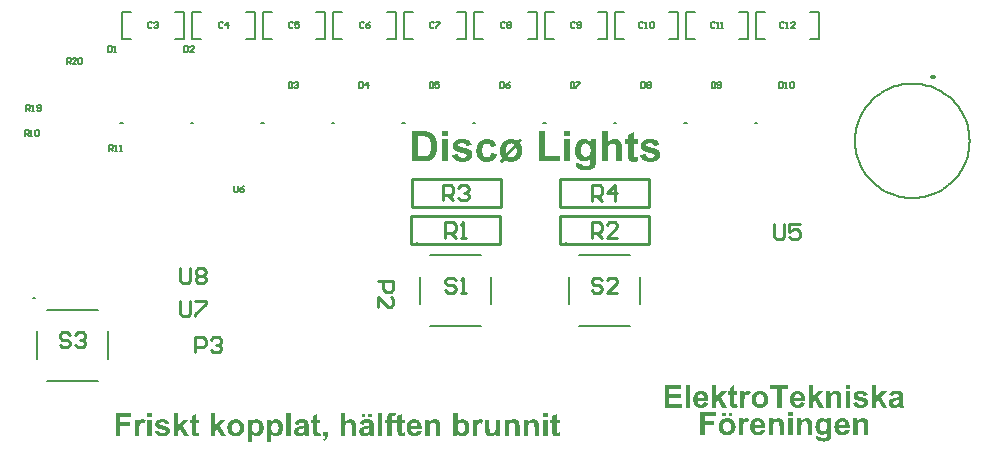
<source format=gto>
G04*
G04 #@! TF.GenerationSoftware,Altium Limited,Altium Designer,23.7.1 (13)*
G04*
G04 Layer_Color=65535*
%FSLAX25Y25*%
%MOIN*%
G70*
G04*
G04 #@! TF.SameCoordinates,1B8C2127-6F75-47A4-92DA-DE864E6653F8*
G04*
G04*
G04 #@! TF.FilePolarity,Positive*
G04*
G01*
G75*
%ADD10C,0.00787*%
%ADD11C,0.01181*%
%ADD12C,0.00984*%
%ADD13C,0.00500*%
%ADD14C,0.01000*%
%ADD15C,0.00591*%
G36*
X261421Y-142905D02*
X259975D01*
Y-141567D01*
X261421D01*
Y-142905D01*
D02*
G37*
G36*
X241361Y-142938D02*
X240117D01*
Y-141693D01*
X241361D01*
Y-142938D01*
D02*
G37*
G36*
X239134D02*
X237889D01*
Y-141693D01*
X239134D01*
Y-142938D01*
D02*
G37*
G36*
X246161Y-143533D02*
X246204Y-143538D01*
X246254Y-143544D01*
X246314Y-143549D01*
X246379Y-143560D01*
X246527Y-143593D01*
X246690Y-143642D01*
X246772Y-143675D01*
X246860Y-143713D01*
X246947Y-143757D01*
X247034Y-143806D01*
X246581Y-145067D01*
X246576Y-145062D01*
X246565Y-145056D01*
X246543Y-145045D01*
X246521Y-145029D01*
X246488Y-145012D01*
X246450Y-144991D01*
X246357Y-144947D01*
X246254Y-144903D01*
X246139Y-144865D01*
X246019Y-144838D01*
X245959Y-144827D01*
X245849D01*
X245790Y-144838D01*
X245719Y-144849D01*
X245637Y-144871D01*
X245549Y-144898D01*
X245462Y-144941D01*
X245380Y-144996D01*
X245369Y-145002D01*
X245347Y-145029D01*
X245309Y-145073D01*
X245260Y-145133D01*
X245211Y-145220D01*
X245183Y-145269D01*
X245156Y-145324D01*
X245129Y-145384D01*
X245101Y-145449D01*
X245074Y-145526D01*
X245052Y-145602D01*
Y-145608D01*
X245047Y-145624D01*
X245041Y-145651D01*
X245036Y-145690D01*
X245025Y-145744D01*
X245014Y-145815D01*
X245003Y-145897D01*
X244992Y-145995D01*
X244981Y-146110D01*
X244970Y-146241D01*
X244959Y-146394D01*
X244949Y-146558D01*
X244943Y-146749D01*
X244938Y-146956D01*
X244932Y-147186D01*
Y-147306D01*
Y-147437D01*
Y-149124D01*
X243485D01*
Y-143648D01*
X244829D01*
Y-144428D01*
X244834Y-144423D01*
X244845Y-144406D01*
X244861Y-144374D01*
X244889Y-144341D01*
X244916Y-144297D01*
X244954Y-144243D01*
X245036Y-144128D01*
X245129Y-144008D01*
X245233Y-143888D01*
X245287Y-143833D01*
X245342Y-143784D01*
X245396Y-143740D01*
X245445Y-143702D01*
X245451D01*
X245456Y-143697D01*
X245473Y-143686D01*
X245495Y-143675D01*
X245555Y-143648D01*
X245631Y-143615D01*
X245724Y-143582D01*
X245828Y-143555D01*
X245948Y-143533D01*
X246073Y-143527D01*
X246123D01*
X246161Y-143533D01*
D02*
G37*
G36*
X284932Y-143533D02*
X284981Y-143538D01*
X285036Y-143544D01*
X285096Y-143549D01*
X285232Y-143571D01*
X285380Y-143598D01*
X285527Y-143642D01*
X285680Y-143702D01*
X285686D01*
X285697Y-143708D01*
X285718Y-143719D01*
X285746Y-143735D01*
X285778Y-143751D01*
X285817Y-143773D01*
X285904Y-143822D01*
X286002Y-143888D01*
X286101Y-143964D01*
X286199Y-144046D01*
X286281Y-144144D01*
Y-144150D01*
X286292Y-144155D01*
X286303Y-144172D01*
X286314Y-144193D01*
X286352Y-144248D01*
X286396Y-144319D01*
X286445Y-144412D01*
X286488Y-144510D01*
X286532Y-144625D01*
X286570Y-144750D01*
Y-144756D01*
X286576Y-144767D01*
Y-144783D01*
X286581Y-144810D01*
X286592Y-144849D01*
X286597Y-144892D01*
X286603Y-144941D01*
X286614Y-145002D01*
X286619Y-145067D01*
X286625Y-145138D01*
X286636Y-145220D01*
X286641Y-145307D01*
X286647Y-145400D01*
Y-145504D01*
X286652Y-145613D01*
Y-145728D01*
Y-149124D01*
X285205D01*
Y-146334D01*
Y-146323D01*
Y-146296D01*
Y-146252D01*
Y-146192D01*
X285200Y-146121D01*
Y-146039D01*
Y-145952D01*
X285194Y-145859D01*
X285183Y-145668D01*
X285172Y-145569D01*
X285161Y-145477D01*
X285151Y-145389D01*
X285140Y-145313D01*
X285123Y-145242D01*
X285107Y-145187D01*
Y-145182D01*
X285102Y-145176D01*
X285090Y-145144D01*
X285069Y-145094D01*
X285036Y-145040D01*
X284992Y-144974D01*
X284943Y-144903D01*
X284878Y-144843D01*
X284807Y-144783D01*
X284796Y-144778D01*
X284768Y-144761D01*
X284725Y-144734D01*
X284665Y-144707D01*
X284594Y-144685D01*
X284506Y-144658D01*
X284408Y-144641D01*
X284304Y-144636D01*
X284266D01*
X284239Y-144641D01*
X284206D01*
X284168Y-144647D01*
X284075Y-144663D01*
X283971Y-144685D01*
X283857Y-144723D01*
X283736Y-144772D01*
X283622Y-144843D01*
X283616D01*
X283611Y-144854D01*
X283594Y-144865D01*
X283573Y-144881D01*
X283524Y-144925D01*
X283458Y-144991D01*
X283393Y-145067D01*
X283321Y-145165D01*
X283261Y-145275D01*
X283212Y-145395D01*
Y-145400D01*
X283207Y-145411D01*
X283201Y-145433D01*
X283196Y-145460D01*
X283185Y-145499D01*
X283180Y-145548D01*
X283169Y-145608D01*
X283158Y-145679D01*
X283147Y-145761D01*
X283136Y-145848D01*
X283130Y-145952D01*
X283120Y-146066D01*
X283114Y-146192D01*
X283109Y-146334D01*
X283103Y-146487D01*
Y-146651D01*
Y-149124D01*
X281656D01*
Y-143648D01*
X282999D01*
Y-144456D01*
X283010Y-144445D01*
X283032Y-144417D01*
X283070Y-144368D01*
X283130Y-144308D01*
X283201Y-144243D01*
X283283Y-144161D01*
X283382Y-144079D01*
X283496Y-143991D01*
X283616Y-143904D01*
X283753Y-143822D01*
X283906Y-143740D01*
X284064Y-143675D01*
X284233Y-143615D01*
X284414Y-143566D01*
X284605Y-143538D01*
X284807Y-143527D01*
X284889D01*
X284932Y-143533D01*
D02*
G37*
G36*
X266166D02*
X266215Y-143538D01*
X266270Y-143544D01*
X266330Y-143549D01*
X266466Y-143571D01*
X266614Y-143598D01*
X266761Y-143642D01*
X266914Y-143702D01*
X266920D01*
X266931Y-143708D01*
X266952Y-143719D01*
X266980Y-143735D01*
X267013Y-143751D01*
X267051Y-143773D01*
X267138Y-143822D01*
X267236Y-143888D01*
X267335Y-143964D01*
X267433Y-144046D01*
X267515Y-144144D01*
Y-144150D01*
X267526Y-144155D01*
X267537Y-144172D01*
X267548Y-144193D01*
X267586Y-144248D01*
X267630Y-144319D01*
X267679Y-144412D01*
X267722Y-144510D01*
X267766Y-144625D01*
X267804Y-144750D01*
Y-144756D01*
X267810Y-144767D01*
Y-144783D01*
X267815Y-144810D01*
X267826Y-144849D01*
X267831Y-144892D01*
X267837Y-144941D01*
X267848Y-145002D01*
X267853Y-145067D01*
X267859Y-145138D01*
X267870Y-145220D01*
X267875Y-145307D01*
X267881Y-145400D01*
Y-145504D01*
X267886Y-145613D01*
Y-145728D01*
Y-149124D01*
X266439D01*
Y-146334D01*
Y-146323D01*
Y-146296D01*
Y-146252D01*
Y-146192D01*
X266434Y-146121D01*
Y-146039D01*
Y-145952D01*
X266428Y-145859D01*
X266417Y-145668D01*
X266406Y-145569D01*
X266395Y-145477D01*
X266385Y-145389D01*
X266374Y-145313D01*
X266357Y-145242D01*
X266341Y-145187D01*
Y-145182D01*
X266335Y-145176D01*
X266324Y-145144D01*
X266303Y-145094D01*
X266270Y-145040D01*
X266226Y-144974D01*
X266177Y-144903D01*
X266112Y-144843D01*
X266041Y-144783D01*
X266030Y-144778D01*
X266002Y-144761D01*
X265959Y-144734D01*
X265899Y-144707D01*
X265828Y-144685D01*
X265740Y-144658D01*
X265642Y-144641D01*
X265538Y-144636D01*
X265500D01*
X265473Y-144641D01*
X265440D01*
X265402Y-144647D01*
X265309Y-144663D01*
X265205Y-144685D01*
X265091Y-144723D01*
X264970Y-144772D01*
X264856Y-144843D01*
X264850D01*
X264845Y-144854D01*
X264828Y-144865D01*
X264807Y-144881D01*
X264757Y-144925D01*
X264692Y-144991D01*
X264627Y-145067D01*
X264556Y-145165D01*
X264495Y-145275D01*
X264446Y-145395D01*
Y-145400D01*
X264441Y-145411D01*
X264435Y-145433D01*
X264430Y-145460D01*
X264419Y-145499D01*
X264413Y-145548D01*
X264403Y-145608D01*
X264392Y-145679D01*
X264381Y-145761D01*
X264370Y-145848D01*
X264364Y-145952D01*
X264353Y-146066D01*
X264348Y-146192D01*
X264342Y-146334D01*
X264337Y-146487D01*
Y-146651D01*
Y-149124D01*
X262890D01*
Y-143648D01*
X264233D01*
Y-144456D01*
X264244Y-144445D01*
X264266Y-144417D01*
X264304Y-144368D01*
X264364Y-144308D01*
X264435Y-144243D01*
X264517Y-144161D01*
X264616Y-144079D01*
X264730Y-143991D01*
X264850Y-143904D01*
X264987Y-143822D01*
X265140Y-143740D01*
X265298Y-143675D01*
X265467Y-143615D01*
X265648Y-143566D01*
X265839Y-143538D01*
X266041Y-143527D01*
X266123D01*
X266166Y-143533D01*
D02*
G37*
G36*
X256786Y-143533D02*
X256835Y-143538D01*
X256890Y-143544D01*
X256950Y-143549D01*
X257086Y-143571D01*
X257234Y-143598D01*
X257381Y-143642D01*
X257534Y-143702D01*
X257539D01*
X257550Y-143708D01*
X257572Y-143719D01*
X257599Y-143735D01*
X257632Y-143751D01*
X257670Y-143773D01*
X257758Y-143822D01*
X257856Y-143888D01*
X257954Y-143964D01*
X258053Y-144046D01*
X258135Y-144144D01*
Y-144150D01*
X258145Y-144155D01*
X258156Y-144172D01*
X258167Y-144193D01*
X258206Y-144248D01*
X258249Y-144319D01*
X258298Y-144412D01*
X258342Y-144510D01*
X258386Y-144625D01*
X258424Y-144750D01*
Y-144756D01*
X258429Y-144767D01*
Y-144783D01*
X258435Y-144810D01*
X258446Y-144849D01*
X258451Y-144892D01*
X258457Y-144941D01*
X258468Y-145002D01*
X258473Y-145067D01*
X258478Y-145138D01*
X258489Y-145220D01*
X258495Y-145307D01*
X258500Y-145400D01*
Y-145504D01*
X258506Y-145613D01*
Y-145728D01*
Y-149124D01*
X257059D01*
Y-146334D01*
Y-146323D01*
Y-146296D01*
Y-146252D01*
Y-146192D01*
X257053Y-146121D01*
Y-146039D01*
Y-145952D01*
X257048Y-145859D01*
X257037Y-145668D01*
X257026Y-145569D01*
X257015Y-145477D01*
X257004Y-145389D01*
X256993Y-145313D01*
X256977Y-145242D01*
X256961Y-145187D01*
Y-145182D01*
X256955Y-145176D01*
X256944Y-145144D01*
X256922Y-145094D01*
X256890Y-145040D01*
X256846Y-144974D01*
X256797Y-144903D01*
X256731Y-144843D01*
X256660Y-144783D01*
X256649Y-144778D01*
X256622Y-144761D01*
X256578Y-144734D01*
X256518Y-144707D01*
X256447Y-144685D01*
X256360Y-144658D01*
X256262Y-144641D01*
X256158Y-144636D01*
X256120D01*
X256093Y-144641D01*
X256060D01*
X256021Y-144647D01*
X255929Y-144663D01*
X255825Y-144685D01*
X255710Y-144723D01*
X255590Y-144772D01*
X255475Y-144843D01*
X255470D01*
X255465Y-144854D01*
X255448Y-144865D01*
X255426Y-144881D01*
X255377Y-144925D01*
X255312Y-144991D01*
X255246Y-145067D01*
X255175Y-145165D01*
X255115Y-145275D01*
X255066Y-145395D01*
Y-145400D01*
X255061Y-145411D01*
X255055Y-145433D01*
X255050Y-145460D01*
X255039Y-145499D01*
X255033Y-145548D01*
X255022Y-145608D01*
X255011Y-145679D01*
X255000Y-145761D01*
X254990Y-145848D01*
X254984Y-145952D01*
X254973Y-146066D01*
X254968Y-146192D01*
X254962Y-146334D01*
X254957Y-146487D01*
Y-146651D01*
Y-149124D01*
X253510D01*
Y-143648D01*
X254853D01*
Y-144456D01*
X254864Y-144445D01*
X254886Y-144417D01*
X254924Y-144368D01*
X254984Y-144308D01*
X255055Y-144243D01*
X255137Y-144161D01*
X255235Y-144079D01*
X255350Y-143991D01*
X255470Y-143904D01*
X255607Y-143822D01*
X255759Y-143740D01*
X255918Y-143675D01*
X256087Y-143615D01*
X256267Y-143566D01*
X256458Y-143538D01*
X256660Y-143527D01*
X256742D01*
X256786Y-143533D01*
D02*
G37*
G36*
X261421Y-149124D02*
X259975D01*
Y-143648D01*
X261421D01*
Y-149124D01*
D02*
G37*
G36*
X235852Y-142845D02*
X232194D01*
Y-144636D01*
X235350D01*
Y-145913D01*
X232194D01*
Y-149124D01*
X230671D01*
Y-141567D01*
X235852D01*
Y-142845D01*
D02*
G37*
G36*
X277971Y-143533D02*
X278004D01*
X278091Y-143538D01*
X278195Y-143549D01*
X278309Y-143571D01*
X278446Y-143593D01*
X278588Y-143626D01*
X278735Y-143669D01*
X278893Y-143724D01*
X279052Y-143790D01*
X279216Y-143866D01*
X279374Y-143959D01*
X279527Y-144068D01*
X279674Y-144193D01*
X279811Y-144335D01*
X279816Y-144346D01*
X279843Y-144374D01*
X279876Y-144423D01*
X279920Y-144488D01*
X279975Y-144576D01*
X280035Y-144679D01*
X280095Y-144805D01*
X280160Y-144947D01*
X280226Y-145111D01*
X280291Y-145296D01*
X280346Y-145499D01*
X280400Y-145722D01*
X280439Y-145963D01*
X280471Y-146225D01*
X280488Y-146509D01*
X280493Y-146809D01*
X276862D01*
Y-146814D01*
Y-146836D01*
X276868Y-146869D01*
Y-146913D01*
X276873Y-146967D01*
X276884Y-147033D01*
X276895Y-147098D01*
X276911Y-147175D01*
X276950Y-147338D01*
X276977Y-147420D01*
X277010Y-147502D01*
X277053Y-147584D01*
X277097Y-147666D01*
X277146Y-147742D01*
X277206Y-147813D01*
X277212Y-147819D01*
X277223Y-147830D01*
X277239Y-147846D01*
X277266Y-147868D01*
X277299Y-147895D01*
X277343Y-147928D01*
X277386Y-147955D01*
X277441Y-147988D01*
X277496Y-148026D01*
X277561Y-148054D01*
X277703Y-148114D01*
X277785Y-148136D01*
X277867Y-148152D01*
X277954Y-148163D01*
X278047Y-148168D01*
X278080D01*
X278107Y-148163D01*
X278167Y-148158D01*
X278249Y-148147D01*
X278337Y-148125D01*
X278435Y-148092D01*
X278528Y-148048D01*
X278620Y-147988D01*
X278626D01*
X278631Y-147977D01*
X278659Y-147950D01*
X278702Y-147906D01*
X278751Y-147841D01*
X278812Y-147759D01*
X278872Y-147655D01*
X278926Y-147535D01*
X278975Y-147388D01*
X280417Y-147628D01*
X280411Y-147639D01*
X280406Y-147661D01*
X280389Y-147704D01*
X280362Y-147759D01*
X280335Y-147824D01*
X280297Y-147901D01*
X280253Y-147988D01*
X280198Y-148076D01*
X280144Y-148174D01*
X280078Y-148272D01*
X280002Y-148376D01*
X279925Y-148474D01*
X279838Y-148572D01*
X279745Y-148671D01*
X279642Y-148758D01*
X279532Y-148840D01*
X279527Y-148845D01*
X279505Y-148856D01*
X279472Y-148878D01*
X279423Y-148906D01*
X279363Y-148933D01*
X279297Y-148971D01*
X279210Y-149004D01*
X279117Y-149042D01*
X279014Y-149080D01*
X278904Y-149118D01*
X278779Y-149157D01*
X278648Y-149184D01*
X278506Y-149211D01*
X278353Y-149233D01*
X278195Y-149244D01*
X278031Y-149249D01*
X277971D01*
X277933Y-149244D01*
X277894D01*
X277851Y-149239D01*
X277796Y-149233D01*
X277676Y-149222D01*
X277545Y-149200D01*
X277392Y-149173D01*
X277228Y-149135D01*
X277059Y-149086D01*
X276884Y-149020D01*
X276710Y-148949D01*
X276535Y-148856D01*
X276365Y-148753D01*
X276207Y-148627D01*
X276054Y-148485D01*
X275918Y-148321D01*
X275912Y-148310D01*
X275896Y-148289D01*
X275869Y-148245D01*
X275836Y-148185D01*
X275792Y-148114D01*
X275748Y-148026D01*
X275699Y-147923D01*
X275650Y-147803D01*
X275596Y-147671D01*
X275547Y-147530D01*
X275503Y-147377D01*
X275465Y-147207D01*
X275426Y-147033D01*
X275399Y-146842D01*
X275383Y-146640D01*
X275377Y-146432D01*
Y-146427D01*
Y-146416D01*
Y-146399D01*
Y-146372D01*
X275383Y-146339D01*
Y-146301D01*
Y-146257D01*
X275388Y-146208D01*
X275399Y-146094D01*
X275415Y-145963D01*
X275437Y-145815D01*
X275465Y-145657D01*
X275503Y-145487D01*
X275552Y-145313D01*
X275606Y-145138D01*
X275677Y-144958D01*
X275759Y-144783D01*
X275852Y-144614D01*
X275961Y-144456D01*
X276087Y-144303D01*
X276098Y-144292D01*
X276120Y-144270D01*
X276158Y-144232D01*
X276213Y-144183D01*
X276284Y-144123D01*
X276371Y-144057D01*
X276469Y-143986D01*
X276578Y-143915D01*
X276704Y-143844D01*
X276840Y-143773D01*
X276988Y-143708D01*
X277146Y-143648D01*
X277315Y-143598D01*
X277496Y-143560D01*
X277687Y-143538D01*
X277889Y-143527D01*
X277943D01*
X277971Y-143533D01*
D02*
G37*
G36*
X249824Y-143533D02*
X249857D01*
X249944Y-143538D01*
X250048Y-143549D01*
X250163Y-143571D01*
X250299Y-143593D01*
X250441Y-143626D01*
X250589Y-143669D01*
X250747Y-143724D01*
X250905Y-143790D01*
X251069Y-143866D01*
X251228Y-143959D01*
X251380Y-144068D01*
X251528Y-144193D01*
X251664Y-144335D01*
X251670Y-144346D01*
X251697Y-144374D01*
X251730Y-144423D01*
X251774Y-144488D01*
X251828Y-144576D01*
X251888Y-144679D01*
X251948Y-144805D01*
X252014Y-144947D01*
X252079Y-145111D01*
X252145Y-145296D01*
X252200Y-145499D01*
X252254Y-145722D01*
X252292Y-145963D01*
X252325Y-146225D01*
X252342Y-146509D01*
X252347Y-146809D01*
X248716D01*
Y-146814D01*
Y-146836D01*
X248722Y-146869D01*
Y-146913D01*
X248727Y-146967D01*
X248738Y-147033D01*
X248749Y-147098D01*
X248765Y-147175D01*
X248803Y-147338D01*
X248831Y-147420D01*
X248864Y-147502D01*
X248907Y-147584D01*
X248951Y-147666D01*
X249000Y-147742D01*
X249060Y-147813D01*
X249065Y-147819D01*
X249076Y-147830D01*
X249093Y-147846D01*
X249120Y-147868D01*
X249153Y-147895D01*
X249197Y-147928D01*
X249240Y-147956D01*
X249295Y-147988D01*
X249349Y-148026D01*
X249415Y-148054D01*
X249557Y-148114D01*
X249639Y-148136D01*
X249721Y-148152D01*
X249808Y-148163D01*
X249901Y-148168D01*
X249934D01*
X249961Y-148163D01*
X250021Y-148158D01*
X250103Y-148147D01*
X250190Y-148125D01*
X250289Y-148092D01*
X250381Y-148048D01*
X250474Y-147988D01*
X250480D01*
X250485Y-147977D01*
X250512Y-147950D01*
X250556Y-147906D01*
X250605Y-147841D01*
X250665Y-147759D01*
X250725Y-147655D01*
X250780Y-147535D01*
X250829Y-147388D01*
X252271Y-147628D01*
X252265Y-147639D01*
X252260Y-147661D01*
X252243Y-147704D01*
X252216Y-147759D01*
X252189Y-147824D01*
X252150Y-147901D01*
X252107Y-147988D01*
X252052Y-148076D01*
X251997Y-148174D01*
X251932Y-148272D01*
X251855Y-148376D01*
X251779Y-148474D01*
X251692Y-148572D01*
X251599Y-148671D01*
X251495Y-148758D01*
X251386Y-148840D01*
X251380Y-148845D01*
X251359Y-148856D01*
X251326Y-148878D01*
X251277Y-148906D01*
X251217Y-148933D01*
X251151Y-148971D01*
X251064Y-149004D01*
X250971Y-149042D01*
X250867Y-149080D01*
X250758Y-149118D01*
X250633Y-149157D01*
X250501Y-149184D01*
X250360Y-149211D01*
X250207Y-149233D01*
X250048Y-149244D01*
X249885Y-149249D01*
X249824D01*
X249786Y-149244D01*
X249748D01*
X249704Y-149239D01*
X249650Y-149233D01*
X249530Y-149222D01*
X249398Y-149200D01*
X249246Y-149173D01*
X249082Y-149135D01*
X248913Y-149086D01*
X248738Y-149020D01*
X248563Y-148949D01*
X248388Y-148856D01*
X248219Y-148753D01*
X248061Y-148627D01*
X247908Y-148485D01*
X247772Y-148321D01*
X247766Y-148310D01*
X247750Y-148289D01*
X247722Y-148245D01*
X247690Y-148185D01*
X247646Y-148114D01*
X247602Y-148026D01*
X247553Y-147923D01*
X247504Y-147803D01*
X247449Y-147671D01*
X247400Y-147530D01*
X247357Y-147377D01*
X247318Y-147207D01*
X247280Y-147033D01*
X247253Y-146842D01*
X247236Y-146640D01*
X247231Y-146432D01*
Y-146427D01*
Y-146416D01*
Y-146399D01*
Y-146372D01*
X247236Y-146339D01*
Y-146301D01*
Y-146257D01*
X247242Y-146208D01*
X247253Y-146094D01*
X247269Y-145963D01*
X247291Y-145815D01*
X247318Y-145657D01*
X247357Y-145487D01*
X247406Y-145313D01*
X247460Y-145138D01*
X247531Y-144958D01*
X247613Y-144783D01*
X247706Y-144614D01*
X247815Y-144456D01*
X247941Y-144303D01*
X247952Y-144292D01*
X247973Y-144270D01*
X248012Y-144232D01*
X248066Y-144183D01*
X248137Y-144123D01*
X248225Y-144057D01*
X248323Y-143986D01*
X248432Y-143915D01*
X248558Y-143844D01*
X248694Y-143773D01*
X248842Y-143708D01*
X249000Y-143648D01*
X249169Y-143598D01*
X249349Y-143560D01*
X249540Y-143538D01*
X249743Y-143527D01*
X249797D01*
X249824Y-143533D01*
D02*
G37*
G36*
X239669D02*
X239702D01*
X239789Y-143538D01*
X239893Y-143549D01*
X240018Y-143571D01*
X240155Y-143593D01*
X240302Y-143626D01*
X240460Y-143669D01*
X240624Y-143724D01*
X240794Y-143790D01*
X240968Y-143866D01*
X241138Y-143959D01*
X241301Y-144068D01*
X241465Y-144193D01*
X241618Y-144335D01*
X241629Y-144346D01*
X241651Y-144374D01*
X241694Y-144417D01*
X241744Y-144483D01*
X241804Y-144559D01*
X241869Y-144658D01*
X241940Y-144767D01*
X242017Y-144892D01*
X242093Y-145034D01*
X242164Y-145187D01*
X242230Y-145357D01*
X242290Y-145537D01*
X242344Y-145733D01*
X242382Y-145935D01*
X242404Y-146154D01*
X242415Y-146378D01*
Y-146383D01*
Y-146394D01*
Y-146410D01*
Y-146432D01*
X242410Y-146459D01*
Y-146498D01*
X242404Y-146585D01*
X242393Y-146689D01*
X242372Y-146814D01*
X242350Y-146951D01*
X242317Y-147098D01*
X242273Y-147257D01*
X242219Y-147426D01*
X242153Y-147595D01*
X242077Y-147770D01*
X241984Y-147939D01*
X241880Y-148114D01*
X241755Y-148278D01*
X241613Y-148436D01*
X241602Y-148447D01*
X241574Y-148469D01*
X241531Y-148512D01*
X241471Y-148562D01*
X241389Y-148627D01*
X241296Y-148693D01*
X241187Y-148769D01*
X241061Y-148840D01*
X240919Y-148916D01*
X240766Y-148993D01*
X240602Y-149058D01*
X240422Y-149124D01*
X240231Y-149173D01*
X240029Y-149217D01*
X239816Y-149239D01*
X239592Y-149249D01*
X239516D01*
X239467Y-149244D01*
X239396Y-149239D01*
X239319Y-149233D01*
X239227Y-149222D01*
X239128Y-149206D01*
X239024Y-149189D01*
X238910Y-149168D01*
X238790Y-149140D01*
X238670Y-149108D01*
X238544Y-149069D01*
X238413Y-149020D01*
X238287Y-148971D01*
X238156Y-148911D01*
X238151Y-148906D01*
X238129Y-148895D01*
X238091Y-148873D01*
X238042Y-148845D01*
X237987Y-148813D01*
X237922Y-148769D01*
X237851Y-148720D01*
X237769Y-148660D01*
X237687Y-148594D01*
X237605Y-148518D01*
X237518Y-148436D01*
X237430Y-148349D01*
X237348Y-148250D01*
X237266Y-148147D01*
X237190Y-148037D01*
X237119Y-147917D01*
X237113Y-147912D01*
X237103Y-147885D01*
X237086Y-147852D01*
X237064Y-147797D01*
X237037Y-147737D01*
X237004Y-147661D01*
X236977Y-147568D01*
X236944Y-147469D01*
X236906Y-147355D01*
X236879Y-147235D01*
X236846Y-147104D01*
X236819Y-146962D01*
X236797Y-146809D01*
X236781Y-146651D01*
X236770Y-146487D01*
X236764Y-146312D01*
Y-146301D01*
Y-146279D01*
Y-146241D01*
X236770Y-146186D01*
X236775Y-146126D01*
X236781Y-146050D01*
X236791Y-145963D01*
X236808Y-145870D01*
X236830Y-145766D01*
X236852Y-145657D01*
X236879Y-145542D01*
X236912Y-145422D01*
X236955Y-145296D01*
X237004Y-145171D01*
X237059Y-145045D01*
X237119Y-144920D01*
X237124Y-144914D01*
X237135Y-144892D01*
X237157Y-144854D01*
X237185Y-144810D01*
X237223Y-144750D01*
X237266Y-144685D01*
X237316Y-144614D01*
X237376Y-144537D01*
X237447Y-144456D01*
X237523Y-144368D01*
X237605Y-144286D01*
X237692Y-144199D01*
X237791Y-144117D01*
X237894Y-144035D01*
X238003Y-143959D01*
X238124Y-143888D01*
X238129Y-143882D01*
X238151Y-143871D01*
X238189Y-143855D01*
X238238Y-143833D01*
X238298Y-143806D01*
X238375Y-143773D01*
X238457Y-143740D01*
X238549Y-143708D01*
X238653Y-143675D01*
X238768Y-143642D01*
X238888Y-143609D01*
X239014Y-143582D01*
X239150Y-143560D01*
X239287Y-143544D01*
X239434Y-143533D01*
X239581Y-143527D01*
X239636D01*
X239669Y-143533D01*
D02*
G37*
G36*
X271435Y-143533D02*
X271506Y-143544D01*
X271593Y-143555D01*
X271692Y-143577D01*
X271806Y-143604D01*
X271926Y-143637D01*
X272058Y-143686D01*
X272194Y-143746D01*
X272330Y-143817D01*
X272473Y-143904D01*
X272614Y-144008D01*
X272751Y-144128D01*
X272887Y-144264D01*
X273013Y-144423D01*
Y-143648D01*
X274367D01*
Y-148567D01*
Y-148578D01*
Y-148611D01*
Y-148660D01*
Y-148725D01*
X274362Y-148802D01*
X274356Y-148895D01*
Y-148998D01*
X274345Y-149108D01*
X274340Y-149222D01*
X274329Y-149342D01*
X274296Y-149583D01*
X274280Y-149697D01*
X274258Y-149806D01*
X274231Y-149916D01*
X274203Y-150008D01*
Y-150014D01*
X274198Y-150030D01*
X274187Y-150052D01*
X274176Y-150085D01*
X274160Y-150128D01*
X274138Y-150172D01*
X274089Y-150281D01*
X274023Y-150401D01*
X273947Y-150527D01*
X273859Y-150653D01*
X273756Y-150762D01*
X273750Y-150767D01*
X273745Y-150773D01*
X273728Y-150789D01*
X273701Y-150806D01*
X273674Y-150827D01*
X273641Y-150855D01*
X273597Y-150888D01*
X273548Y-150915D01*
X273499Y-150953D01*
X273439Y-150986D01*
X273308Y-151057D01*
X273155Y-151128D01*
X272980Y-151188D01*
X272975D01*
X272958Y-151193D01*
X272931Y-151204D01*
X272893Y-151210D01*
X272849Y-151226D01*
X272789Y-151237D01*
X272724Y-151253D01*
X272647Y-151264D01*
X272565Y-151281D01*
X272473Y-151297D01*
X272374Y-151308D01*
X272265Y-151319D01*
X272150Y-151330D01*
X272025Y-151341D01*
X271899Y-151346D01*
X271670D01*
X271632Y-151341D01*
X271539D01*
X271424Y-151330D01*
X271293Y-151319D01*
X271146Y-151308D01*
X270993Y-151286D01*
X270834Y-151259D01*
X270671Y-151226D01*
X270501Y-151188D01*
X270343Y-151144D01*
X270185Y-151090D01*
X270037Y-151024D01*
X269906Y-150947D01*
X269786Y-150866D01*
X269781Y-150860D01*
X269759Y-150844D01*
X269732Y-150817D01*
X269693Y-150778D01*
X269650Y-150729D01*
X269601Y-150674D01*
X269551Y-150609D01*
X269497Y-150533D01*
X269442Y-150451D01*
X269393Y-150358D01*
X269344Y-150260D01*
X269300Y-150150D01*
X269262Y-150036D01*
X269235Y-149916D01*
X269213Y-149790D01*
X269207Y-149653D01*
Y-149648D01*
Y-149637D01*
Y-149626D01*
Y-149604D01*
Y-149550D01*
X269213Y-149479D01*
X270867Y-149681D01*
Y-149686D01*
Y-149692D01*
X270878Y-149730D01*
X270889Y-149779D01*
X270905Y-149839D01*
X270933Y-149905D01*
X270966Y-149970D01*
X271004Y-150030D01*
X271058Y-150079D01*
X271069Y-150085D01*
X271097Y-150101D01*
X271146Y-150128D01*
X271217Y-150156D01*
X271304Y-150189D01*
X271359Y-150199D01*
X271419Y-150210D01*
X271484Y-150221D01*
X271550Y-150232D01*
X271626Y-150238D01*
X271763D01*
X271801Y-150232D01*
X271850D01*
X271905Y-150227D01*
X271965Y-150221D01*
X272030Y-150216D01*
X272167Y-150194D01*
X272309Y-150161D01*
X272440Y-150123D01*
X272505Y-150096D01*
X272560Y-150063D01*
X272571Y-150057D01*
X272593Y-150041D01*
X272625Y-150014D01*
X272669Y-149976D01*
X272713Y-149921D01*
X272762Y-149861D01*
X272811Y-149785D01*
X272849Y-149697D01*
X272855Y-149686D01*
X272860Y-149659D01*
X272871Y-149615D01*
X272877Y-149583D01*
X272887Y-149544D01*
X272893Y-149506D01*
X272898Y-149457D01*
X272904Y-149402D01*
X272909Y-149342D01*
X272915Y-149277D01*
Y-149200D01*
X272920Y-149124D01*
Y-149037D01*
X272926Y-148234D01*
X272920Y-148245D01*
X272898Y-148272D01*
X272860Y-148316D01*
X272806Y-148370D01*
X272745Y-148441D01*
X272664Y-148518D01*
X272576Y-148594D01*
X272473Y-148676D01*
X272358Y-148764D01*
X272238Y-148840D01*
X272101Y-148916D01*
X271954Y-148982D01*
X271795Y-149042D01*
X271632Y-149086D01*
X271457Y-149113D01*
X271277Y-149124D01*
X271228D01*
X271173Y-149118D01*
X271097Y-149108D01*
X271004Y-149097D01*
X270895Y-149075D01*
X270774Y-149048D01*
X270643Y-149009D01*
X270507Y-148960D01*
X270365Y-148895D01*
X270223Y-148824D01*
X270076Y-148731D01*
X269928Y-148627D01*
X269792Y-148501D01*
X269655Y-148360D01*
X269530Y-148196D01*
X269524Y-148185D01*
X269508Y-148163D01*
X269486Y-148119D01*
X269453Y-148065D01*
X269415Y-147994D01*
X269371Y-147906D01*
X269327Y-147803D01*
X269278Y-147688D01*
X269229Y-147562D01*
X269186Y-147426D01*
X269142Y-147273D01*
X269104Y-147109D01*
X269076Y-146940D01*
X269049Y-146754D01*
X269033Y-146563D01*
X269027Y-146361D01*
Y-146356D01*
Y-146345D01*
Y-146328D01*
Y-146301D01*
Y-146268D01*
X269033Y-146230D01*
Y-146186D01*
X269038Y-146137D01*
X269049Y-146017D01*
X269060Y-145886D01*
X269082Y-145739D01*
X269109Y-145580D01*
X269147Y-145417D01*
X269191Y-145242D01*
X269240Y-145067D01*
X269306Y-144892D01*
X269382Y-144723D01*
X269469Y-144559D01*
X269573Y-144401D01*
X269688Y-144259D01*
X269693Y-144248D01*
X269721Y-144226D01*
X269753Y-144193D01*
X269808Y-144144D01*
X269873Y-144090D01*
X269950Y-144030D01*
X270037Y-143959D01*
X270141Y-143893D01*
X270256Y-143822D01*
X270381Y-143757D01*
X270518Y-143697D01*
X270660Y-143642D01*
X270818Y-143593D01*
X270982Y-143560D01*
X271157Y-143533D01*
X271337Y-143527D01*
X271380D01*
X271435Y-143533D01*
D02*
G37*
G36*
X128145Y-141818D02*
X128210Y-141823D01*
X128281Y-141829D01*
X128363Y-141834D01*
X128450Y-141845D01*
X128549Y-141856D01*
X128751Y-141889D01*
X128969Y-141938D01*
X129193Y-141998D01*
X128996Y-143008D01*
X128991D01*
X128980Y-143003D01*
X128963Y-142997D01*
X128936Y-142992D01*
X128909Y-142986D01*
X128871Y-142981D01*
X128783Y-142964D01*
X128685Y-142948D01*
X128570Y-142932D01*
X128450Y-142926D01*
X128330Y-142921D01*
X128281D01*
X128226Y-142926D01*
X128155Y-142937D01*
X128084Y-142959D01*
X128008Y-142981D01*
X127942Y-143019D01*
X127882Y-143068D01*
X127877Y-143074D01*
X127860Y-143095D01*
X127839Y-143139D01*
X127817Y-143194D01*
X127790Y-143270D01*
X127779Y-143319D01*
X127768Y-143368D01*
X127757Y-143429D01*
X127751Y-143489D01*
X127746Y-143560D01*
Y-143636D01*
Y-144018D01*
X128827D01*
Y-145159D01*
X127746D01*
Y-149495D01*
X126299D01*
Y-145159D01*
X125496D01*
Y-144018D01*
X126299D01*
Y-143609D01*
Y-143603D01*
Y-143576D01*
Y-143543D01*
Y-143494D01*
X126304Y-143439D01*
Y-143374D01*
X126310Y-143303D01*
X126315Y-143221D01*
X126332Y-143057D01*
X126359Y-142883D01*
X126392Y-142724D01*
X126414Y-142648D01*
X126441Y-142582D01*
Y-142577D01*
X126446Y-142566D01*
X126457Y-142549D01*
X126468Y-142528D01*
X126506Y-142462D01*
X126567Y-142386D01*
X126637Y-142298D01*
X126730Y-142205D01*
X126785Y-142162D01*
X126845Y-142118D01*
X126910Y-142074D01*
X126981Y-142031D01*
X126987D01*
X126998Y-142020D01*
X127020Y-142009D01*
X127052Y-141998D01*
X127091Y-141982D01*
X127140Y-141960D01*
X127194Y-141943D01*
X127254Y-141921D01*
X127325Y-141900D01*
X127402Y-141883D01*
X127484Y-141861D01*
X127571Y-141845D01*
X127664Y-141834D01*
X127768Y-141823D01*
X127981Y-141812D01*
X128084D01*
X128145Y-141818D01*
D02*
G37*
G36*
X179758Y-143276D02*
X178311Y-143276D01*
Y-141938D01*
X179758Y-141938D01*
Y-143276D01*
D02*
G37*
G36*
X47811Y-143276D02*
X46365D01*
Y-141938D01*
X47811D01*
Y-143276D01*
D02*
G37*
G36*
X121248Y-143308D02*
X120004D01*
Y-142063D01*
X121248D01*
Y-143308D01*
D02*
G37*
G36*
X119021D02*
X117776D01*
Y-142063D01*
X119021D01*
Y-143308D01*
D02*
G37*
G36*
X157470Y-143904D02*
X157514Y-143909D01*
X157563Y-143914D01*
X157623Y-143920D01*
X157688Y-143931D01*
X157836Y-143964D01*
X158000Y-144013D01*
X158082Y-144045D01*
X158169Y-144084D01*
X158256Y-144127D01*
X158344Y-144176D01*
X157890Y-145438D01*
X157885Y-145432D01*
X157874Y-145427D01*
X157852Y-145416D01*
X157831Y-145399D01*
X157798Y-145383D01*
X157759Y-145361D01*
X157667Y-145318D01*
X157563Y-145274D01*
X157448Y-145236D01*
X157328Y-145208D01*
X157268Y-145197D01*
X157159D01*
X157099Y-145208D01*
X157028Y-145219D01*
X156946Y-145241D01*
X156859Y-145268D01*
X156771Y-145312D01*
X156689Y-145367D01*
X156678Y-145372D01*
X156657Y-145399D01*
X156618Y-145443D01*
X156569Y-145503D01*
X156520Y-145591D01*
X156493Y-145640D01*
X156465Y-145694D01*
X156438Y-145754D01*
X156411Y-145820D01*
X156384Y-145896D01*
X156362Y-145973D01*
Y-145978D01*
X156356Y-145995D01*
X156351Y-146022D01*
X156345Y-146060D01*
X156334Y-146115D01*
X156324Y-146186D01*
X156313Y-146268D01*
X156302Y-146366D01*
X156291Y-146481D01*
X156280Y-146612D01*
X156269Y-146765D01*
X156258Y-146928D01*
X156253Y-147119D01*
X156247Y-147327D01*
X156242Y-147556D01*
Y-147676D01*
Y-147807D01*
Y-149495D01*
X154795D01*
Y-144018D01*
X156138D01*
Y-144799D01*
X156143Y-144793D01*
X156154Y-144777D01*
X156171Y-144744D01*
X156198Y-144712D01*
X156225Y-144668D01*
X156263Y-144613D01*
X156345Y-144499D01*
X156438Y-144378D01*
X156542Y-144258D01*
X156597Y-144204D01*
X156651Y-144155D01*
X156706Y-144111D01*
X156755Y-144073D01*
X156760D01*
X156766Y-144067D01*
X156782Y-144056D01*
X156804Y-144045D01*
X156864Y-144018D01*
X156940Y-143985D01*
X157033Y-143953D01*
X157137Y-143925D01*
X157257Y-143904D01*
X157383Y-143898D01*
X157432D01*
X157470Y-143904D01*
D02*
G37*
G36*
X44868Y-143904D02*
X44912Y-143909D01*
X44961Y-143914D01*
X45021Y-143920D01*
X45087Y-143931D01*
X45234Y-143964D01*
X45398Y-144013D01*
X45480Y-144045D01*
X45567Y-144084D01*
X45655Y-144127D01*
X45742Y-144176D01*
X45289Y-145438D01*
X45283Y-145432D01*
X45273Y-145427D01*
X45251Y-145416D01*
X45229Y-145399D01*
X45196Y-145383D01*
X45158Y-145361D01*
X45065Y-145318D01*
X44961Y-145274D01*
X44847Y-145236D01*
X44727Y-145208D01*
X44666Y-145197D01*
X44557D01*
X44497Y-145208D01*
X44426Y-145219D01*
X44344Y-145241D01*
X44257Y-145268D01*
X44170Y-145312D01*
X44088Y-145367D01*
X44077Y-145372D01*
X44055Y-145399D01*
X44017Y-145443D01*
X43968Y-145503D01*
X43918Y-145591D01*
X43891Y-145640D01*
X43864Y-145694D01*
X43837Y-145754D01*
X43809Y-145820D01*
X43782Y-145896D01*
X43760Y-145973D01*
Y-145978D01*
X43755Y-145995D01*
X43749Y-146022D01*
X43744Y-146060D01*
X43733Y-146115D01*
X43722Y-146186D01*
X43711Y-146268D01*
X43700Y-146366D01*
X43689Y-146481D01*
X43678Y-146612D01*
X43667Y-146765D01*
X43656Y-146928D01*
X43651Y-147119D01*
X43646Y-147327D01*
X43640Y-147556D01*
Y-147676D01*
Y-147807D01*
Y-149495D01*
X42193D01*
Y-144018D01*
X43536D01*
Y-144799D01*
X43542Y-144793D01*
X43553Y-144777D01*
X43569Y-144744D01*
X43596Y-144712D01*
X43624Y-144668D01*
X43662Y-144613D01*
X43744Y-144499D01*
X43837Y-144378D01*
X43940Y-144258D01*
X43995Y-144204D01*
X44050Y-144155D01*
X44104Y-144111D01*
X44153Y-144073D01*
X44159D01*
X44164Y-144067D01*
X44181Y-144056D01*
X44202Y-144045D01*
X44262Y-144018D01*
X44339Y-143985D01*
X44432Y-143953D01*
X44535Y-143925D01*
X44656Y-143904D01*
X44781Y-143898D01*
X44830D01*
X44868Y-143904D01*
D02*
G37*
G36*
X175122Y-143904D02*
X175171Y-143909D01*
X175226Y-143914D01*
X175286Y-143920D01*
X175423Y-143942D01*
X175570Y-143969D01*
X175717Y-144013D01*
X175870Y-144073D01*
X175876D01*
X175887Y-144078D01*
X175909Y-144089D01*
X175936Y-144106D01*
X175969Y-144122D01*
X176007Y-144144D01*
X176094Y-144193D01*
X176192Y-144258D01*
X176291Y-144335D01*
X176389Y-144417D01*
X176471Y-144515D01*
Y-144520D01*
X176482Y-144526D01*
X176493Y-144542D01*
X176504Y-144564D01*
X176542Y-144619D01*
X176586Y-144690D01*
X176635Y-144782D01*
X176678Y-144881D01*
X176722Y-144995D01*
X176760Y-145121D01*
Y-145126D01*
X176766Y-145137D01*
Y-145154D01*
X176771Y-145181D01*
X176782Y-145219D01*
X176788Y-145263D01*
X176793Y-145312D01*
X176804Y-145372D01*
X176809Y-145438D01*
X176815Y-145509D01*
X176826Y-145591D01*
X176831Y-145678D01*
X176837Y-145771D01*
Y-145875D01*
X176842Y-145984D01*
Y-146098D01*
Y-149495D01*
X175395D01*
Y-146704D01*
Y-146694D01*
Y-146666D01*
Y-146623D01*
Y-146563D01*
X175390Y-146492D01*
Y-146410D01*
Y-146322D01*
X175384Y-146229D01*
X175373Y-146038D01*
X175363Y-145940D01*
X175352Y-145847D01*
X175341Y-145760D01*
X175330Y-145683D01*
X175313Y-145613D01*
X175297Y-145558D01*
Y-145552D01*
X175292Y-145547D01*
X175281Y-145514D01*
X175259Y-145465D01*
X175226Y-145410D01*
X175182Y-145345D01*
X175133Y-145274D01*
X175068Y-145214D01*
X174997Y-145154D01*
X174986Y-145148D01*
X174959Y-145132D01*
X174915Y-145105D01*
X174855Y-145077D01*
X174784Y-145055D01*
X174696Y-145028D01*
X174598Y-145012D01*
X174494Y-145006D01*
X174456D01*
X174429Y-145012D01*
X174396D01*
X174358Y-145017D01*
X174265Y-145034D01*
X174161Y-145055D01*
X174047Y-145094D01*
X173926Y-145143D01*
X173812Y-145214D01*
X173806D01*
X173801Y-145225D01*
X173785Y-145236D01*
X173763Y-145252D01*
X173714Y-145296D01*
X173648Y-145361D01*
X173583Y-145438D01*
X173512Y-145536D01*
X173451Y-145645D01*
X173402Y-145765D01*
Y-145771D01*
X173397Y-145782D01*
X173391Y-145804D01*
X173386Y-145831D01*
X173375Y-145869D01*
X173370Y-145918D01*
X173359Y-145978D01*
X173348Y-146049D01*
X173337Y-146131D01*
X173326Y-146219D01*
X173320Y-146322D01*
X173310Y-146437D01*
X173304Y-146563D01*
X173299Y-146704D01*
X173293Y-146857D01*
Y-147021D01*
Y-149495D01*
X171846D01*
Y-144018D01*
X173189D01*
Y-144826D01*
X173200Y-144815D01*
X173222Y-144788D01*
X173260Y-144739D01*
X173320Y-144679D01*
X173391Y-144613D01*
X173473Y-144531D01*
X173572Y-144449D01*
X173686Y-144362D01*
X173806Y-144275D01*
X173943Y-144193D01*
X174096Y-144111D01*
X174254Y-144045D01*
X174423Y-143985D01*
X174604Y-143936D01*
X174795Y-143909D01*
X174997Y-143898D01*
X175079D01*
X175122Y-143904D01*
D02*
G37*
G36*
X168674D02*
X168723Y-143909D01*
X168778Y-143914D01*
X168838Y-143920D01*
X168974Y-143942D01*
X169122Y-143969D01*
X169269Y-144013D01*
X169422Y-144073D01*
X169428D01*
X169438Y-144078D01*
X169460Y-144089D01*
X169488Y-144106D01*
X169520Y-144122D01*
X169559Y-144144D01*
X169646Y-144193D01*
X169744Y-144258D01*
X169843Y-144335D01*
X169941Y-144417D01*
X170023Y-144515D01*
Y-144520D01*
X170034Y-144526D01*
X170045Y-144542D01*
X170055Y-144564D01*
X170094Y-144619D01*
X170137Y-144690D01*
X170186Y-144782D01*
X170230Y-144881D01*
X170274Y-144995D01*
X170312Y-145121D01*
Y-145126D01*
X170317Y-145137D01*
Y-145154D01*
X170323Y-145181D01*
X170334Y-145219D01*
X170339Y-145263D01*
X170345Y-145312D01*
X170356Y-145372D01*
X170361Y-145438D01*
X170367Y-145509D01*
X170378Y-145591D01*
X170383Y-145678D01*
X170388Y-145771D01*
Y-145875D01*
X170394Y-145984D01*
Y-146098D01*
Y-149495D01*
X168947D01*
Y-146704D01*
Y-146694D01*
Y-146666D01*
Y-146623D01*
Y-146563D01*
X168942Y-146492D01*
Y-146410D01*
Y-146322D01*
X168936Y-146229D01*
X168925Y-146038D01*
X168914Y-145940D01*
X168903Y-145847D01*
X168892Y-145760D01*
X168881Y-145683D01*
X168865Y-145613D01*
X168849Y-145558D01*
Y-145552D01*
X168843Y-145547D01*
X168832Y-145514D01*
X168810Y-145465D01*
X168778Y-145410D01*
X168734Y-145345D01*
X168685Y-145274D01*
X168619Y-145214D01*
X168549Y-145154D01*
X168537Y-145148D01*
X168510Y-145132D01*
X168467Y-145105D01*
X168406Y-145077D01*
X168335Y-145055D01*
X168248Y-145028D01*
X168150Y-145012D01*
X168046Y-145006D01*
X168008D01*
X167981Y-145012D01*
X167948D01*
X167910Y-145017D01*
X167817Y-145034D01*
X167713Y-145055D01*
X167598Y-145094D01*
X167478Y-145143D01*
X167364Y-145214D01*
X167358D01*
X167353Y-145225D01*
X167336Y-145236D01*
X167315Y-145252D01*
X167265Y-145296D01*
X167200Y-145361D01*
X167134Y-145438D01*
X167063Y-145536D01*
X167003Y-145645D01*
X166954Y-145765D01*
Y-145771D01*
X166949Y-145782D01*
X166943Y-145804D01*
X166938Y-145831D01*
X166927Y-145869D01*
X166921Y-145918D01*
X166910Y-145978D01*
X166900Y-146049D01*
X166889Y-146131D01*
X166878Y-146219D01*
X166872Y-146322D01*
X166861Y-146437D01*
X166856Y-146563D01*
X166850Y-146704D01*
X166845Y-146857D01*
Y-147021D01*
Y-149495D01*
X165398D01*
Y-144018D01*
X166741D01*
Y-144826D01*
X166752Y-144815D01*
X166774Y-144788D01*
X166812Y-144739D01*
X166872Y-144679D01*
X166943Y-144613D01*
X167025Y-144531D01*
X167123Y-144449D01*
X167238Y-144362D01*
X167358Y-144275D01*
X167495Y-144193D01*
X167648Y-144111D01*
X167806Y-144045D01*
X167975Y-143985D01*
X168155Y-143936D01*
X168346Y-143909D01*
X168549Y-143898D01*
X168630D01*
X168674Y-143904D01*
D02*
G37*
G36*
X142291D02*
X142341Y-143909D01*
X142395Y-143914D01*
X142455Y-143920D01*
X142592Y-143942D01*
X142739Y-143969D01*
X142886Y-144013D01*
X143039Y-144073D01*
X143045D01*
X143056Y-144078D01*
X143078Y-144089D01*
X143105Y-144106D01*
X143138Y-144122D01*
X143176Y-144144D01*
X143263Y-144193D01*
X143361Y-144258D01*
X143460Y-144335D01*
X143558Y-144417D01*
X143640Y-144515D01*
Y-144520D01*
X143651Y-144526D01*
X143662Y-144542D01*
X143673Y-144564D01*
X143711Y-144619D01*
X143755Y-144690D01*
X143804Y-144782D01*
X143847Y-144881D01*
X143891Y-144995D01*
X143929Y-145121D01*
Y-145126D01*
X143935Y-145137D01*
Y-145154D01*
X143940Y-145181D01*
X143951Y-145219D01*
X143957Y-145263D01*
X143962Y-145312D01*
X143973Y-145372D01*
X143978Y-145438D01*
X143984Y-145509D01*
X143995Y-145591D01*
X144000Y-145678D01*
X144006Y-145771D01*
Y-145875D01*
X144011Y-145984D01*
Y-146098D01*
Y-149495D01*
X142564D01*
Y-146704D01*
Y-146694D01*
Y-146666D01*
Y-146623D01*
Y-146563D01*
X142559Y-146492D01*
Y-146410D01*
Y-146322D01*
X142553Y-146229D01*
X142543Y-146038D01*
X142532Y-145940D01*
X142521Y-145847D01*
X142510Y-145760D01*
X142499Y-145683D01*
X142482Y-145613D01*
X142466Y-145558D01*
Y-145552D01*
X142461Y-145547D01*
X142450Y-145514D01*
X142428Y-145465D01*
X142395Y-145410D01*
X142351Y-145345D01*
X142302Y-145274D01*
X142237Y-145214D01*
X142166Y-145154D01*
X142155Y-145148D01*
X142128Y-145132D01*
X142084Y-145105D01*
X142024Y-145077D01*
X141953Y-145055D01*
X141865Y-145028D01*
X141767Y-145012D01*
X141663Y-145006D01*
X141625D01*
X141598Y-145012D01*
X141565D01*
X141527Y-145017D01*
X141434Y-145034D01*
X141330Y-145055D01*
X141216Y-145094D01*
X141096Y-145143D01*
X140981Y-145214D01*
X140975D01*
X140970Y-145225D01*
X140954Y-145236D01*
X140932Y-145252D01*
X140883Y-145296D01*
X140817Y-145361D01*
X140752Y-145438D01*
X140681Y-145536D01*
X140621Y-145645D01*
X140571Y-145765D01*
Y-145771D01*
X140566Y-145782D01*
X140560Y-145804D01*
X140555Y-145831D01*
X140544Y-145869D01*
X140539Y-145918D01*
X140528Y-145978D01*
X140517Y-146049D01*
X140506Y-146131D01*
X140495Y-146219D01*
X140489Y-146322D01*
X140479Y-146437D01*
X140473Y-146563D01*
X140468Y-146704D01*
X140462Y-146857D01*
Y-147021D01*
Y-149495D01*
X139015D01*
Y-144018D01*
X140358D01*
Y-144826D01*
X140369Y-144815D01*
X140391Y-144788D01*
X140429Y-144739D01*
X140489Y-144679D01*
X140560Y-144613D01*
X140642Y-144531D01*
X140741Y-144449D01*
X140855Y-144362D01*
X140975Y-144275D01*
X141112Y-144193D01*
X141265Y-144111D01*
X141423Y-144045D01*
X141592Y-143985D01*
X141773Y-143936D01*
X141964Y-143909D01*
X142166Y-143898D01*
X142248D01*
X142291Y-143904D01*
D02*
G37*
G36*
X89357Y-143904D02*
X89422Y-143909D01*
X89504Y-143920D01*
X89602Y-143936D01*
X89706Y-143958D01*
X89826Y-143991D01*
X89952Y-144029D01*
X90077Y-144078D01*
X90214Y-144138D01*
X90350Y-144215D01*
X90487Y-144297D01*
X90623Y-144400D01*
X90760Y-144515D01*
X90885Y-144646D01*
X90891Y-144657D01*
X90913Y-144679D01*
X90946Y-144722D01*
X90989Y-144782D01*
X91038Y-144859D01*
X91098Y-144952D01*
X91158Y-145061D01*
X91219Y-145187D01*
X91278Y-145328D01*
X91339Y-145481D01*
X91399Y-145656D01*
X91448Y-145842D01*
X91492Y-146044D01*
X91524Y-146257D01*
X91546Y-146486D01*
X91552Y-146732D01*
Y-146737D01*
Y-146748D01*
Y-146765D01*
Y-146792D01*
Y-146825D01*
X91546Y-146863D01*
Y-146906D01*
X91541Y-146956D01*
X91530Y-147070D01*
X91519Y-147207D01*
X91497Y-147354D01*
X91470Y-147513D01*
X91431Y-147682D01*
X91388Y-147851D01*
X91333Y-148031D01*
X91268Y-148206D01*
X91191Y-148381D01*
X91104Y-148550D01*
X91000Y-148714D01*
X90880Y-148861D01*
X90874Y-148872D01*
X90847Y-148894D01*
X90814Y-148932D01*
X90760Y-148981D01*
X90694Y-149036D01*
X90618Y-149101D01*
X90525Y-149172D01*
X90427Y-149238D01*
X90312Y-149309D01*
X90187Y-149380D01*
X90056Y-149445D01*
X89908Y-149500D01*
X89761Y-149549D01*
X89597Y-149587D01*
X89428Y-149609D01*
X89253Y-149620D01*
X89209D01*
X89176Y-149615D01*
X89133D01*
X89089Y-149609D01*
X89034Y-149604D01*
X88980Y-149598D01*
X88849Y-149576D01*
X88707Y-149544D01*
X88565Y-149500D01*
X88423Y-149440D01*
X88418D01*
X88407Y-149429D01*
X88385Y-149418D01*
X88357Y-149407D01*
X88325Y-149385D01*
X88287Y-149358D01*
X88243Y-149331D01*
X88188Y-149293D01*
X88073Y-149211D01*
X88013Y-149162D01*
X87942Y-149101D01*
X87877Y-149041D01*
X87801Y-148976D01*
X87730Y-148899D01*
X87653Y-148823D01*
Y-151575D01*
X86206D01*
Y-144018D01*
X87555D01*
Y-144826D01*
X87560Y-144821D01*
X87566Y-144810D01*
X87582Y-144788D01*
X87604Y-144755D01*
X87631Y-144722D01*
X87664Y-144679D01*
X87697Y-144635D01*
X87740Y-144586D01*
X87844Y-144482D01*
X87964Y-144368D01*
X88106Y-144258D01*
X88265Y-144155D01*
X88270Y-144149D01*
X88287Y-144144D01*
X88308Y-144133D01*
X88341Y-144116D01*
X88385Y-144095D01*
X88434Y-144073D01*
X88494Y-144051D01*
X88560Y-144024D01*
X88630Y-144002D01*
X88707Y-143980D01*
X88876Y-143936D01*
X89062Y-143909D01*
X89160Y-143898D01*
X89307D01*
X89357Y-143904D01*
D02*
G37*
G36*
X82908D02*
X82974Y-143909D01*
X83056Y-143920D01*
X83154Y-143936D01*
X83258Y-143958D01*
X83378Y-143991D01*
X83504Y-144029D01*
X83629Y-144078D01*
X83766Y-144138D01*
X83902Y-144215D01*
X84039Y-144297D01*
X84175Y-144400D01*
X84312Y-144515D01*
X84437Y-144646D01*
X84443Y-144657D01*
X84464Y-144679D01*
X84497Y-144722D01*
X84541Y-144782D01*
X84590Y-144859D01*
X84650Y-144952D01*
X84710Y-145061D01*
X84770Y-145187D01*
X84830Y-145328D01*
X84890Y-145481D01*
X84950Y-145656D01*
X85000Y-145842D01*
X85043Y-146044D01*
X85076Y-146257D01*
X85098Y-146486D01*
X85103Y-146732D01*
Y-146737D01*
Y-146748D01*
Y-146765D01*
Y-146792D01*
Y-146825D01*
X85098Y-146863D01*
Y-146906D01*
X85092Y-146956D01*
X85081Y-147070D01*
X85071Y-147207D01*
X85049Y-147354D01*
X85021Y-147513D01*
X84983Y-147682D01*
X84939Y-147851D01*
X84885Y-148031D01*
X84819Y-148206D01*
X84743Y-148381D01*
X84656Y-148550D01*
X84552Y-148714D01*
X84432Y-148861D01*
X84426Y-148872D01*
X84399Y-148894D01*
X84366Y-148932D01*
X84312Y-148981D01*
X84246Y-149036D01*
X84170Y-149101D01*
X84077Y-149172D01*
X83978Y-149238D01*
X83864Y-149309D01*
X83738Y-149380D01*
X83607Y-149445D01*
X83460Y-149500D01*
X83312Y-149549D01*
X83149Y-149587D01*
X82979Y-149609D01*
X82805Y-149620D01*
X82761D01*
X82728Y-149615D01*
X82684D01*
X82641Y-149609D01*
X82586Y-149604D01*
X82532Y-149598D01*
X82401Y-149576D01*
X82259Y-149544D01*
X82117Y-149500D01*
X81975Y-149440D01*
X81969D01*
X81958Y-149429D01*
X81937Y-149418D01*
X81909Y-149407D01*
X81876Y-149385D01*
X81838Y-149358D01*
X81795Y-149331D01*
X81740Y-149293D01*
X81625Y-149211D01*
X81565Y-149162D01*
X81494Y-149101D01*
X81429Y-149041D01*
X81352Y-148976D01*
X81281Y-148899D01*
X81205Y-148823D01*
Y-151575D01*
X79758D01*
Y-144018D01*
X81107D01*
Y-144826D01*
X81112Y-144821D01*
X81117Y-144810D01*
X81134Y-144788D01*
X81156Y-144755D01*
X81183Y-144722D01*
X81216Y-144679D01*
X81248Y-144635D01*
X81292Y-144586D01*
X81396Y-144482D01*
X81516Y-144368D01*
X81658Y-144258D01*
X81816Y-144155D01*
X81822Y-144149D01*
X81838Y-144144D01*
X81860Y-144133D01*
X81893Y-144116D01*
X81937Y-144095D01*
X81986Y-144073D01*
X82046Y-144051D01*
X82111Y-144024D01*
X82182Y-144002D01*
X82259Y-143980D01*
X82428Y-143936D01*
X82613Y-143909D01*
X82712Y-143898D01*
X82859D01*
X82908Y-143904D01*
D02*
G37*
G36*
X51470Y-143904D02*
X51562Y-143909D01*
X51666Y-143920D01*
X51786Y-143931D01*
X51917Y-143942D01*
X52048Y-143964D01*
X52185Y-143991D01*
X52327Y-144018D01*
X52463Y-144056D01*
X52600Y-144095D01*
X52725Y-144149D01*
X52846Y-144204D01*
X52955Y-144269D01*
X52960Y-144275D01*
X52977Y-144286D01*
X53009Y-144307D01*
X53042Y-144335D01*
X53086Y-144378D01*
X53140Y-144422D01*
X53195Y-144477D01*
X53255Y-144542D01*
X53315Y-144613D01*
X53381Y-144695D01*
X53441Y-144783D01*
X53501Y-144881D01*
X53561Y-144985D01*
X53615Y-145099D01*
X53665Y-145219D01*
X53708Y-145350D01*
X52343Y-145602D01*
Y-145596D01*
X52338Y-145585D01*
X52332Y-145569D01*
X52327Y-145547D01*
X52300Y-145492D01*
X52267Y-145421D01*
X52218Y-145345D01*
X52163Y-145263D01*
X52092Y-145187D01*
X52005Y-145116D01*
X51994Y-145110D01*
X51977Y-145099D01*
X51961Y-145088D01*
X51934Y-145077D01*
X51907Y-145061D01*
X51830Y-145028D01*
X51732Y-144995D01*
X51612Y-144968D01*
X51470Y-144946D01*
X51311Y-144941D01*
X51218D01*
X51169Y-144946D01*
X51115Y-144952D01*
X51060D01*
X50995Y-144963D01*
X50858Y-144979D01*
X50722Y-145012D01*
X50596Y-145050D01*
X50542Y-145077D01*
X50492Y-145105D01*
X50487Y-145110D01*
X50465Y-145126D01*
X50443Y-145148D01*
X50410Y-145181D01*
X50383Y-145225D01*
X50356Y-145274D01*
X50334Y-145334D01*
X50328Y-145399D01*
Y-145405D01*
Y-145427D01*
X50334Y-145454D01*
X50345Y-145487D01*
X50361Y-145531D01*
X50389Y-145574D01*
X50421Y-145618D01*
X50471Y-145662D01*
X50481Y-145667D01*
X50498Y-145678D01*
X50520Y-145689D01*
X50552Y-145700D01*
X50596Y-145722D01*
X50645Y-145744D01*
X50711Y-145765D01*
X50793Y-145793D01*
X50885Y-145820D01*
X50995Y-145858D01*
X51120Y-145891D01*
X51268Y-145929D01*
X51431Y-145973D01*
X51612Y-146017D01*
X51715Y-146044D01*
X51819Y-146066D01*
X51825D01*
X51830Y-146071D01*
X51846D01*
X51868Y-146077D01*
X51928Y-146093D01*
X52005Y-146115D01*
X52103Y-146137D01*
X52212Y-146169D01*
X52327Y-146202D01*
X52458Y-146246D01*
X52720Y-146339D01*
X52856Y-146393D01*
X52987Y-146448D01*
X53119Y-146508D01*
X53233Y-146573D01*
X53342Y-146639D01*
X53435Y-146710D01*
X53441Y-146715D01*
X53457Y-146726D01*
X53479Y-146748D01*
X53506Y-146781D01*
X53544Y-146819D01*
X53583Y-146868D01*
X53621Y-146923D01*
X53665Y-146988D01*
X53708Y-147065D01*
X53746Y-147141D01*
X53790Y-147229D01*
X53823Y-147327D01*
X53850Y-147431D01*
X53872Y-147540D01*
X53888Y-147660D01*
X53894Y-147786D01*
Y-147796D01*
Y-147818D01*
X53888Y-147856D01*
X53883Y-147911D01*
X53872Y-147977D01*
X53861Y-148053D01*
X53839Y-148135D01*
X53817Y-148228D01*
X53779Y-148326D01*
X53741Y-148430D01*
X53686Y-148539D01*
X53626Y-148648D01*
X53555Y-148757D01*
X53468Y-148867D01*
X53370Y-148976D01*
X53261Y-149080D01*
X53255Y-149085D01*
X53233Y-149101D01*
X53195Y-149129D01*
X53146Y-149162D01*
X53075Y-149205D01*
X52999Y-149249D01*
X52900Y-149298D01*
X52791Y-149347D01*
X52671Y-149402D01*
X52529Y-149451D01*
X52381Y-149495D01*
X52212Y-149533D01*
X52032Y-149571D01*
X51836Y-149598D01*
X51628Y-149615D01*
X51404Y-149620D01*
X51355D01*
X51295Y-149615D01*
X51218D01*
X51126Y-149604D01*
X51016Y-149598D01*
X50896Y-149582D01*
X50765Y-149565D01*
X50623Y-149538D01*
X50481Y-149511D01*
X50334Y-149473D01*
X50181Y-149429D01*
X50039Y-149374D01*
X49892Y-149314D01*
X49755Y-149249D01*
X49630Y-149167D01*
X49624Y-149162D01*
X49602Y-149145D01*
X49570Y-149118D01*
X49526Y-149085D01*
X49471Y-149036D01*
X49411Y-148981D01*
X49351Y-148916D01*
X49280Y-148845D01*
X49209Y-148757D01*
X49138Y-148665D01*
X49067Y-148566D01*
X48996Y-148457D01*
X48936Y-148337D01*
X48876Y-148211D01*
X48827Y-148075D01*
X48783Y-147933D01*
X50236Y-147709D01*
Y-147715D01*
X50241Y-147725D01*
X50247Y-147747D01*
X50252Y-147780D01*
X50263Y-147813D01*
X50279Y-147856D01*
X50318Y-147949D01*
X50367Y-148053D01*
X50427Y-148162D01*
X50509Y-148261D01*
X50607Y-148353D01*
X50612D01*
X50618Y-148364D01*
X50634Y-148375D01*
X50662Y-148386D01*
X50689Y-148403D01*
X50722Y-148424D01*
X50765Y-148441D01*
X50814Y-148463D01*
X50869Y-148484D01*
X50929Y-148501D01*
X50995Y-148523D01*
X51066Y-148539D01*
X51142Y-148550D01*
X51224Y-148561D01*
X51311Y-148572D01*
X51459D01*
X51497Y-148566D01*
X51546D01*
X51595Y-148561D01*
X51655Y-148555D01*
X51721Y-148545D01*
X51857Y-148523D01*
X51999Y-148484D01*
X52130Y-148435D01*
X52196Y-148403D01*
X52250Y-148370D01*
X52261Y-148364D01*
X52283Y-148343D01*
X52311Y-148310D01*
X52349Y-148266D01*
X52381Y-148211D01*
X52414Y-148146D01*
X52436Y-148070D01*
X52442Y-147982D01*
Y-147977D01*
Y-147955D01*
X52436Y-147922D01*
X52431Y-147884D01*
X52414Y-147846D01*
X52398Y-147796D01*
X52371Y-147753D01*
X52338Y-147709D01*
X52332Y-147704D01*
X52316Y-147693D01*
X52283Y-147671D01*
X52234Y-147644D01*
X52174Y-147616D01*
X52087Y-147583D01*
X52038Y-147567D01*
X51983Y-147551D01*
X51917Y-147534D01*
X51852Y-147518D01*
X51846D01*
X51830Y-147513D01*
X51808Y-147507D01*
X51775Y-147502D01*
X51737Y-147491D01*
X51688Y-147480D01*
X51634Y-147469D01*
X51573Y-147452D01*
X51502Y-147436D01*
X51431Y-147420D01*
X51273Y-147376D01*
X51098Y-147332D01*
X50918Y-147283D01*
X50727Y-147234D01*
X50542Y-147174D01*
X50356Y-147119D01*
X50176Y-147059D01*
X50012Y-146994D01*
X49859Y-146934D01*
X49793Y-146906D01*
X49733Y-146874D01*
X49679Y-146841D01*
X49630Y-146814D01*
X49624Y-146808D01*
X49602Y-146792D01*
X49570Y-146770D01*
X49531Y-146732D01*
X49482Y-146688D01*
X49428Y-146634D01*
X49368Y-146568D01*
X49308Y-146492D01*
X49247Y-146410D01*
X49187Y-146317D01*
X49133Y-146219D01*
X49084Y-146104D01*
X49045Y-145989D01*
X49013Y-145858D01*
X48991Y-145722D01*
X48985Y-145580D01*
Y-145569D01*
Y-145547D01*
X48991Y-145509D01*
X48996Y-145460D01*
X49002Y-145399D01*
X49013Y-145329D01*
X49035Y-145252D01*
X49056Y-145165D01*
X49084Y-145072D01*
X49122Y-144974D01*
X49166Y-144875D01*
X49220Y-144777D01*
X49286Y-144673D01*
X49357Y-144575D01*
X49444Y-144477D01*
X49542Y-144384D01*
X49548Y-144378D01*
X49570Y-144362D01*
X49602Y-144340D01*
X49652Y-144307D01*
X49711Y-144269D01*
X49782Y-144231D01*
X49870Y-144187D01*
X49974Y-144138D01*
X50088Y-144095D01*
X50214Y-144051D01*
X50356Y-144013D01*
X50514Y-143974D01*
X50683Y-143942D01*
X50869Y-143920D01*
X51071Y-143904D01*
X51284Y-143898D01*
X51393D01*
X51470Y-143904D01*
D02*
G37*
G36*
X163913Y-149495D02*
X162570D01*
Y-148676D01*
X162564Y-148681D01*
X162553Y-148697D01*
X162537Y-148719D01*
X162515Y-148747D01*
X162488Y-148785D01*
X162450Y-148828D01*
X162406Y-148878D01*
X162357Y-148927D01*
X162302Y-148981D01*
X162242Y-149041D01*
X162111Y-149156D01*
X161953Y-149265D01*
X161778Y-149369D01*
X161773D01*
X161756Y-149380D01*
X161729Y-149391D01*
X161696Y-149407D01*
X161647Y-149429D01*
X161598Y-149451D01*
X161538Y-149473D01*
X161467Y-149495D01*
X161396Y-149516D01*
X161314Y-149538D01*
X161139Y-149582D01*
X160954Y-149609D01*
X160850Y-149615D01*
X160752Y-149620D01*
X160697D01*
X160659Y-149615D01*
X160610D01*
X160555Y-149609D01*
X160489Y-149598D01*
X160418Y-149587D01*
X160266Y-149560D01*
X160102Y-149516D01*
X159927Y-149456D01*
X159840Y-149424D01*
X159758Y-149380D01*
X159752Y-149374D01*
X159741Y-149369D01*
X159714Y-149353D01*
X159687Y-149336D01*
X159649Y-149309D01*
X159610Y-149282D01*
X159518Y-149205D01*
X159414Y-149107D01*
X159305Y-148992D01*
X159206Y-148856D01*
X159163Y-148785D01*
X159125Y-148703D01*
Y-148697D01*
X159119Y-148681D01*
X159108Y-148659D01*
X159097Y-148621D01*
X159081Y-148577D01*
X159064Y-148523D01*
X159048Y-148457D01*
X159032Y-148386D01*
X159010Y-148304D01*
X158993Y-148211D01*
X158977Y-148113D01*
X158966Y-148004D01*
X158950Y-147884D01*
X158944Y-147758D01*
X158933Y-147627D01*
Y-147485D01*
Y-144018D01*
X160380D01*
Y-146535D01*
Y-146541D01*
Y-146546D01*
Y-146563D01*
Y-146584D01*
Y-146644D01*
Y-146721D01*
Y-146808D01*
X160386Y-146912D01*
Y-147027D01*
X160391Y-147141D01*
X160397Y-147387D01*
X160408Y-147507D01*
X160413Y-147616D01*
X160424Y-147720D01*
X160429Y-147813D01*
X160446Y-147889D01*
X160457Y-147949D01*
Y-147955D01*
X160462Y-147960D01*
X160473Y-147993D01*
X160495Y-148042D01*
X160522Y-148097D01*
X160566Y-148168D01*
X160615Y-148233D01*
X160675Y-148304D01*
X160746Y-148364D01*
X160757Y-148370D01*
X160784Y-148386D01*
X160834Y-148413D01*
X160893Y-148435D01*
X160970Y-148463D01*
X161063Y-148490D01*
X161172Y-148506D01*
X161287Y-148512D01*
X161325D01*
X161352Y-148506D01*
X161380D01*
X161418Y-148501D01*
X161511Y-148484D01*
X161614Y-148463D01*
X161723Y-148424D01*
X161838Y-148375D01*
X161953Y-148310D01*
X161958D01*
X161964Y-148299D01*
X161980Y-148288D01*
X162002Y-148272D01*
X162051Y-148228D01*
X162117Y-148173D01*
X162182Y-148097D01*
X162248Y-148015D01*
X162308Y-147917D01*
X162357Y-147807D01*
Y-147802D01*
X162362Y-147791D01*
X162368Y-147769D01*
X162373Y-147742D01*
X162384Y-147704D01*
X162390Y-147649D01*
X162400Y-147589D01*
X162411Y-147507D01*
X162422Y-147420D01*
X162433Y-147316D01*
X162439Y-147196D01*
X162450Y-147054D01*
X162455Y-146901D01*
X162460Y-146732D01*
X162466Y-146541D01*
Y-146328D01*
Y-144018D01*
X163913D01*
Y-149495D01*
D02*
G37*
G36*
X179758Y-149495D02*
X178311Y-149495D01*
Y-144018D01*
X179758Y-144018D01*
Y-149495D01*
D02*
G37*
G36*
X124645Y-149495D02*
X123198D01*
Y-141938D01*
X124645D01*
Y-149495D01*
D02*
G37*
G36*
X119627Y-143904D02*
X119709D01*
X119802Y-143909D01*
X119905Y-143914D01*
X120015Y-143925D01*
X120129Y-143936D01*
X120249Y-143953D01*
X120490Y-143996D01*
X120604Y-144018D01*
X120719Y-144051D01*
X120823Y-144089D01*
X120915Y-144127D01*
X120921D01*
X120937Y-144138D01*
X120959Y-144149D01*
X120992Y-144171D01*
X121030Y-144193D01*
X121074Y-144220D01*
X121177Y-144286D01*
X121287Y-144373D01*
X121396Y-144471D01*
X121500Y-144586D01*
X121543Y-144646D01*
X121581Y-144712D01*
Y-144717D01*
X121592Y-144728D01*
X121598Y-144750D01*
X121614Y-144782D01*
X121625Y-144821D01*
X121642Y-144875D01*
X121663Y-144935D01*
X121680Y-145006D01*
X121696Y-145088D01*
X121718Y-145187D01*
X121734Y-145290D01*
X121745Y-145410D01*
X121762Y-145542D01*
X121767Y-145683D01*
X121778Y-145842D01*
Y-146011D01*
X121756Y-147698D01*
Y-147704D01*
Y-147731D01*
Y-147769D01*
Y-147818D01*
Y-147878D01*
X121762Y-147944D01*
Y-148020D01*
X121767Y-148102D01*
X121773Y-148277D01*
X121783Y-148452D01*
X121789Y-148539D01*
X121800Y-148621D01*
X121811Y-148692D01*
X121822Y-148763D01*
Y-148768D01*
X121827Y-148779D01*
Y-148796D01*
X121838Y-148823D01*
X121844Y-148856D01*
X121854Y-148894D01*
X121882Y-148981D01*
X121915Y-149091D01*
X121964Y-149216D01*
X122018Y-149353D01*
X122084Y-149495D01*
X120653Y-149495D01*
Y-149489D01*
X120642Y-149467D01*
X120632Y-149434D01*
X120615Y-149385D01*
X120593Y-149325D01*
X120566Y-149254D01*
X120539Y-149167D01*
X120511Y-149069D01*
Y-149063D01*
X120506Y-149047D01*
X120501Y-149025D01*
X120490Y-148998D01*
X120473Y-148943D01*
X120468Y-148921D01*
X120462Y-148899D01*
X120457Y-148905D01*
X120446Y-148916D01*
X120424Y-148932D01*
X120397Y-148959D01*
X120364Y-148987D01*
X120320Y-149025D01*
X120277Y-149063D01*
X120222Y-149101D01*
X120107Y-149189D01*
X119971Y-149282D01*
X119823Y-149364D01*
X119665Y-149440D01*
X119660D01*
X119649Y-149445D01*
X119621Y-149456D01*
X119594Y-149467D01*
X119550Y-149484D01*
X119507Y-149495D01*
X119452Y-149511D01*
X119397Y-149527D01*
X119332Y-149549D01*
X119261Y-149565D01*
X119108Y-149593D01*
X118939Y-149615D01*
X118764Y-149620D01*
X118726D01*
X118682Y-149615D01*
X118622D01*
X118551Y-149604D01*
X118469Y-149598D01*
X118382Y-149582D01*
X118278Y-149560D01*
X118175Y-149538D01*
X118065Y-149505D01*
X117956Y-149473D01*
X117847Y-149429D01*
X117738Y-149374D01*
X117629Y-149314D01*
X117525Y-149243D01*
X117432Y-149162D01*
X117427Y-149156D01*
X117410Y-149140D01*
X117388Y-149112D01*
X117356Y-149080D01*
X117317Y-149036D01*
X117279Y-148981D01*
X117235Y-148916D01*
X117192Y-148845D01*
X117143Y-148763D01*
X117099Y-148676D01*
X117061Y-148583D01*
X117022Y-148479D01*
X116990Y-148370D01*
X116968Y-148255D01*
X116951Y-148129D01*
X116946Y-148004D01*
Y-147998D01*
Y-147982D01*
Y-147960D01*
X116951Y-147927D01*
Y-147884D01*
X116957Y-147840D01*
X116962Y-147785D01*
X116973Y-147725D01*
X117001Y-147600D01*
X117039Y-147458D01*
X117093Y-147316D01*
X117164Y-147179D01*
X117170Y-147174D01*
X117175Y-147163D01*
X117186Y-147147D01*
X117208Y-147119D01*
X117257Y-147054D01*
X117328Y-146972D01*
X117416Y-146885D01*
X117519Y-146792D01*
X117645Y-146699D01*
X117787Y-146623D01*
X117792D01*
X117803Y-146612D01*
X117831Y-146601D01*
X117863Y-146590D01*
X117902Y-146573D01*
X117951Y-146552D01*
X118011Y-146530D01*
X118082Y-146508D01*
X118158Y-146481D01*
X118245Y-146453D01*
X118338Y-146426D01*
X118442Y-146399D01*
X118551Y-146366D01*
X118671Y-146339D01*
X118802Y-146311D01*
X118939Y-146284D01*
X118950D01*
X118983Y-146273D01*
X119037Y-146268D01*
X119103Y-146251D01*
X119185Y-146235D01*
X119283Y-146213D01*
X119387Y-146191D01*
X119496Y-146169D01*
X119731Y-146109D01*
X119960Y-146049D01*
X120069Y-146022D01*
X120173Y-145989D01*
X120266Y-145956D01*
X120348Y-145924D01*
Y-145782D01*
Y-145776D01*
Y-145765D01*
Y-145744D01*
X120342Y-145716D01*
Y-145678D01*
X120337Y-145640D01*
X120320Y-145552D01*
X120298Y-145454D01*
X120260Y-145356D01*
X120211Y-145263D01*
X120178Y-145225D01*
X120140Y-145187D01*
X120129Y-145181D01*
X120118Y-145170D01*
X120096Y-145159D01*
X120075Y-145143D01*
X120042Y-145132D01*
X120009Y-145116D01*
X119965Y-145094D01*
X119916Y-145077D01*
X119856Y-145061D01*
X119796Y-145050D01*
X119725Y-145034D01*
X119643Y-145023D01*
X119556Y-145012D01*
X119463Y-145006D01*
X119294D01*
X119261Y-145012D01*
X119223D01*
X119141Y-145023D01*
X119043Y-145045D01*
X118939Y-145072D01*
X118841Y-145110D01*
X118753Y-145159D01*
X118742Y-145165D01*
X118720Y-145187D01*
X118677Y-145230D01*
X118633Y-145285D01*
X118579Y-145356D01*
X118518Y-145449D01*
X118464Y-145563D01*
X118409Y-145694D01*
X117093Y-145460D01*
X117099Y-145449D01*
X117104Y-145427D01*
X117115Y-145383D01*
X117137Y-145328D01*
X117159Y-145263D01*
X117192Y-145187D01*
X117230Y-145105D01*
X117268Y-145017D01*
X117317Y-144919D01*
X117377Y-144826D01*
X117437Y-144728D01*
X117508Y-144630D01*
X117579Y-144537D01*
X117667Y-144444D01*
X117754Y-144362D01*
X117852Y-144286D01*
X117858Y-144280D01*
X117880Y-144269D01*
X117912Y-144247D01*
X117956Y-144226D01*
X118011Y-144198D01*
X118082Y-144166D01*
X118164Y-144127D01*
X118262Y-144089D01*
X118366Y-144056D01*
X118486Y-144018D01*
X118622Y-143985D01*
X118764Y-143958D01*
X118922Y-143936D01*
X119092Y-143914D01*
X119272Y-143904D01*
X119468Y-143898D01*
X119561D01*
X119627Y-143904D01*
D02*
G37*
G36*
X112321Y-144722D02*
X112332Y-144712D01*
X112354Y-144684D01*
X112392Y-144646D01*
X112447Y-144591D01*
X112513Y-144531D01*
X112594Y-144460D01*
X112687Y-144389D01*
X112791Y-144307D01*
X112911Y-144231D01*
X113037Y-144160D01*
X113179Y-144089D01*
X113326Y-144029D01*
X113479Y-143974D01*
X113643Y-143931D01*
X113817Y-143909D01*
X113998Y-143898D01*
X114079D01*
X114123Y-143904D01*
X114178Y-143909D01*
X114232Y-143914D01*
X114298Y-143920D01*
X114434Y-143942D01*
X114587Y-143974D01*
X114740Y-144024D01*
X114893Y-144084D01*
X114899D01*
X114909Y-144095D01*
X114931Y-144100D01*
X114959Y-144116D01*
X114991Y-144133D01*
X115030Y-144160D01*
X115122Y-144215D01*
X115221Y-144280D01*
X115319Y-144362D01*
X115417Y-144455D01*
X115499Y-144559D01*
Y-144564D01*
X115510Y-144570D01*
X115521Y-144586D01*
X115532Y-144608D01*
X115548Y-144635D01*
X115570Y-144668D01*
X115614Y-144750D01*
X115657Y-144843D01*
X115707Y-144952D01*
X115750Y-145072D01*
X115783Y-145203D01*
Y-145208D01*
X115788Y-145219D01*
Y-145241D01*
X115794Y-145268D01*
X115799Y-145307D01*
X115805Y-145350D01*
X115816Y-145405D01*
X115821Y-145470D01*
X115827Y-145542D01*
X115838Y-145618D01*
X115843Y-145711D01*
X115849Y-145804D01*
X115854Y-145913D01*
Y-146027D01*
X115859Y-146153D01*
Y-146284D01*
Y-149495D01*
X114413D01*
Y-146606D01*
Y-146595D01*
Y-146568D01*
Y-146524D01*
Y-146470D01*
Y-146399D01*
X114407Y-146322D01*
Y-146235D01*
X114402Y-146148D01*
X114391Y-145962D01*
X114385Y-145869D01*
X114374Y-145782D01*
X114363Y-145700D01*
X114353Y-145629D01*
X114342Y-145563D01*
X114325Y-145514D01*
X114320Y-145503D01*
X114309Y-145476D01*
X114287Y-145432D01*
X114260Y-145383D01*
X114222Y-145323D01*
X114167Y-145263D01*
X114107Y-145203D01*
X114036Y-145148D01*
X114025Y-145143D01*
X113998Y-145126D01*
X113954Y-145105D01*
X113894Y-145077D01*
X113817Y-145050D01*
X113730Y-145028D01*
X113626Y-145012D01*
X113512Y-145006D01*
X113452D01*
X113419Y-145012D01*
X113381Y-145017D01*
X113299Y-145028D01*
X113195Y-145050D01*
X113086Y-145083D01*
X112977Y-145126D01*
X112867Y-145187D01*
X112862D01*
X112856Y-145192D01*
X112824Y-145219D01*
X112769Y-145263D01*
X112709Y-145318D01*
X112644Y-145394D01*
X112573Y-145481D01*
X112507Y-145591D01*
X112452Y-145716D01*
Y-145722D01*
X112447Y-145733D01*
X112442Y-145754D01*
X112431Y-145782D01*
X112420Y-145820D01*
X112409Y-145864D01*
X112398Y-145918D01*
X112387Y-145978D01*
X112376Y-146044D01*
X112365Y-146120D01*
X112354Y-146208D01*
X112343Y-146300D01*
X112332Y-146404D01*
X112327Y-146513D01*
X112321Y-146628D01*
Y-146754D01*
Y-149495D01*
X110874D01*
Y-141938D01*
X112321D01*
Y-144722D01*
D02*
G37*
G36*
X97929Y-143904D02*
X98011D01*
X98103Y-143909D01*
X98207Y-143914D01*
X98317Y-143925D01*
X98431Y-143936D01*
X98551Y-143953D01*
X98791Y-143996D01*
X98906Y-144018D01*
X99021Y-144051D01*
X99124Y-144089D01*
X99217Y-144127D01*
X99223D01*
X99239Y-144138D01*
X99261Y-144149D01*
X99294Y-144171D01*
X99332Y-144193D01*
X99376Y-144220D01*
X99479Y-144286D01*
X99589Y-144373D01*
X99698Y-144471D01*
X99802Y-144586D01*
X99845Y-144646D01*
X99884Y-144712D01*
Y-144717D01*
X99894Y-144728D01*
X99900Y-144750D01*
X99916Y-144782D01*
X99927Y-144821D01*
X99944Y-144875D01*
X99965Y-144935D01*
X99982Y-145006D01*
X99998Y-145088D01*
X100020Y-145187D01*
X100036Y-145290D01*
X100047Y-145410D01*
X100064Y-145542D01*
X100069Y-145683D01*
X100080Y-145842D01*
Y-146011D01*
X100058Y-147698D01*
Y-147704D01*
Y-147731D01*
Y-147769D01*
Y-147818D01*
Y-147878D01*
X100064Y-147944D01*
Y-148020D01*
X100069Y-148102D01*
X100075Y-148277D01*
X100085Y-148452D01*
X100091Y-148539D01*
X100102Y-148621D01*
X100113Y-148692D01*
X100124Y-148763D01*
Y-148768D01*
X100129Y-148779D01*
Y-148796D01*
X100140Y-148823D01*
X100146Y-148856D01*
X100156Y-148894D01*
X100184Y-148981D01*
X100216Y-149091D01*
X100266Y-149216D01*
X100320Y-149353D01*
X100386Y-149495D01*
X98955D01*
Y-149489D01*
X98944Y-149467D01*
X98934Y-149434D01*
X98917Y-149385D01*
X98895Y-149325D01*
X98868Y-149254D01*
X98841Y-149167D01*
X98813Y-149069D01*
Y-149063D01*
X98808Y-149047D01*
X98802Y-149025D01*
X98791Y-148998D01*
X98775Y-148943D01*
X98770Y-148921D01*
X98764Y-148899D01*
X98759Y-148905D01*
X98748Y-148916D01*
X98726Y-148932D01*
X98699Y-148959D01*
X98666Y-148987D01*
X98622Y-149025D01*
X98579Y-149063D01*
X98524Y-149101D01*
X98409Y-149189D01*
X98273Y-149282D01*
X98125Y-149364D01*
X97967Y-149440D01*
X97962D01*
X97951Y-149445D01*
X97923Y-149456D01*
X97896Y-149467D01*
X97852Y-149484D01*
X97809Y-149495D01*
X97754Y-149511D01*
X97699Y-149527D01*
X97634Y-149549D01*
X97563Y-149565D01*
X97410Y-149593D01*
X97241Y-149615D01*
X97066Y-149620D01*
X97028D01*
X96984Y-149615D01*
X96924D01*
X96853Y-149604D01*
X96771Y-149598D01*
X96684Y-149582D01*
X96580Y-149560D01*
X96476Y-149538D01*
X96367Y-149505D01*
X96258Y-149473D01*
X96149Y-149429D01*
X96040Y-149374D01*
X95930Y-149314D01*
X95827Y-149243D01*
X95734Y-149162D01*
X95728Y-149156D01*
X95712Y-149140D01*
X95690Y-149112D01*
X95657Y-149080D01*
X95619Y-149036D01*
X95581Y-148981D01*
X95537Y-148916D01*
X95494Y-148845D01*
X95445Y-148763D01*
X95401Y-148676D01*
X95363Y-148583D01*
X95324Y-148479D01*
X95292Y-148370D01*
X95270Y-148255D01*
X95253Y-148129D01*
X95248Y-148004D01*
Y-147998D01*
Y-147982D01*
Y-147960D01*
X95253Y-147927D01*
Y-147884D01*
X95259Y-147840D01*
X95264Y-147785D01*
X95275Y-147725D01*
X95302Y-147600D01*
X95341Y-147458D01*
X95395Y-147316D01*
X95466Y-147179D01*
X95472Y-147174D01*
X95477Y-147163D01*
X95488Y-147147D01*
X95510Y-147119D01*
X95559Y-147054D01*
X95630Y-146972D01*
X95718Y-146885D01*
X95821Y-146792D01*
X95947Y-146699D01*
X96089Y-146623D01*
X96094D01*
X96105Y-146612D01*
X96132Y-146601D01*
X96165Y-146590D01*
X96203Y-146573D01*
X96253Y-146552D01*
X96313Y-146530D01*
X96384Y-146508D01*
X96460Y-146481D01*
X96547Y-146453D01*
X96640Y-146426D01*
X96744Y-146399D01*
X96853Y-146366D01*
X96973Y-146339D01*
X97104Y-146311D01*
X97241Y-146284D01*
X97252D01*
X97285Y-146273D01*
X97339Y-146268D01*
X97405Y-146251D01*
X97487Y-146235D01*
X97585Y-146213D01*
X97689Y-146191D01*
X97798Y-146169D01*
X98033Y-146109D01*
X98262Y-146049D01*
X98371Y-146022D01*
X98475Y-145989D01*
X98568Y-145956D01*
X98650Y-145924D01*
Y-145782D01*
Y-145776D01*
Y-145765D01*
Y-145744D01*
X98644Y-145716D01*
Y-145678D01*
X98639Y-145640D01*
X98622Y-145552D01*
X98600Y-145454D01*
X98562Y-145356D01*
X98513Y-145263D01*
X98480Y-145225D01*
X98442Y-145187D01*
X98431Y-145181D01*
X98420Y-145170D01*
X98398Y-145159D01*
X98377Y-145143D01*
X98344Y-145132D01*
X98311Y-145116D01*
X98267Y-145094D01*
X98218Y-145077D01*
X98158Y-145061D01*
X98098Y-145050D01*
X98027Y-145034D01*
X97945Y-145023D01*
X97858Y-145012D01*
X97765Y-145006D01*
X97596D01*
X97563Y-145012D01*
X97525D01*
X97443Y-145023D01*
X97345Y-145045D01*
X97241Y-145072D01*
X97143Y-145110D01*
X97055Y-145159D01*
X97044Y-145165D01*
X97022Y-145187D01*
X96979Y-145230D01*
X96935Y-145285D01*
X96881Y-145356D01*
X96820Y-145449D01*
X96766Y-145563D01*
X96711Y-145694D01*
X95395Y-145460D01*
X95401Y-145449D01*
X95406Y-145427D01*
X95417Y-145383D01*
X95439Y-145328D01*
X95461Y-145263D01*
X95494Y-145187D01*
X95532Y-145105D01*
X95570Y-145017D01*
X95619Y-144919D01*
X95679Y-144826D01*
X95739Y-144728D01*
X95810Y-144630D01*
X95881Y-144537D01*
X95969Y-144444D01*
X96056Y-144362D01*
X96154Y-144286D01*
X96160Y-144280D01*
X96182Y-144269D01*
X96214Y-144247D01*
X96258Y-144226D01*
X96313Y-144198D01*
X96384Y-144166D01*
X96465Y-144127D01*
X96564Y-144089D01*
X96668Y-144056D01*
X96788Y-144018D01*
X96924Y-143985D01*
X97066Y-143958D01*
X97224Y-143936D01*
X97394Y-143914D01*
X97574Y-143904D01*
X97771Y-143898D01*
X97863D01*
X97929Y-143904D01*
D02*
G37*
G36*
X94145Y-149495D02*
X92698D01*
Y-141938D01*
X94145D01*
Y-149495D01*
D02*
G37*
G36*
X68876Y-145951D02*
X70569Y-144018D01*
X72354D01*
X70481Y-146022D01*
X72491Y-149495D01*
X70929D01*
X69548Y-147032D01*
X68876Y-147742D01*
Y-149495D01*
X67429D01*
Y-141938D01*
X68876D01*
Y-145951D01*
D02*
G37*
G36*
X56558Y-145951D02*
X58251Y-144018D01*
X60036D01*
X58164Y-146022D01*
X60173Y-149495D01*
X58611D01*
X57230Y-147032D01*
X56558Y-147742D01*
Y-149495D01*
X55111D01*
Y-141938D01*
X56558D01*
Y-145951D01*
D02*
G37*
G36*
X47811Y-149495D02*
X46365D01*
Y-144018D01*
X47811D01*
Y-149495D01*
D02*
G37*
G36*
X41008Y-143216D02*
X37350D01*
Y-145006D01*
X40506D01*
Y-146284D01*
X37350D01*
Y-149495D01*
X35827D01*
Y-141938D01*
X41008D01*
Y-143216D01*
D02*
G37*
G36*
X182755Y-144018D02*
X183744D01*
Y-145170D01*
X182755D01*
Y-147381D01*
Y-147387D01*
Y-147409D01*
Y-147442D01*
Y-147491D01*
Y-147540D01*
Y-147600D01*
X182761Y-147731D01*
Y-147867D01*
X182766Y-147933D01*
Y-147998D01*
X182772Y-148053D01*
Y-148102D01*
X182777Y-148140D01*
X182783Y-148168D01*
Y-148173D01*
X182788Y-148184D01*
X182799Y-148206D01*
X182810Y-148233D01*
X182826Y-148260D01*
X182848Y-148288D01*
X182876Y-148321D01*
X182908Y-148348D01*
X182914Y-148353D01*
X182925Y-148359D01*
X182947Y-148370D01*
X182979Y-148381D01*
X183012Y-148397D01*
X183056Y-148408D01*
X183105Y-148413D01*
X183154Y-148419D01*
X183192D01*
X183236Y-148413D01*
X183301Y-148403D01*
X183383Y-148386D01*
X183487Y-148359D01*
X183602Y-148326D01*
X183738Y-148282D01*
X183864Y-149407D01*
X183858D01*
X183842Y-149418D01*
X183815Y-149429D01*
X183776Y-149440D01*
X183727Y-149456D01*
X183667Y-149473D01*
X183602Y-149495D01*
X183531Y-149511D01*
X183449Y-149533D01*
X183361Y-149555D01*
X183269Y-149571D01*
X183165Y-149587D01*
X182952Y-149609D01*
X182717Y-149620D01*
X182652D01*
X182619Y-149615D01*
X182581D01*
X182482Y-149604D01*
X182373Y-149587D01*
X182258Y-149565D01*
X182133Y-149533D01*
X182013Y-149489D01*
X182007D01*
X182002Y-149484D01*
X181985Y-149478D01*
X181964Y-149467D01*
X181909Y-149434D01*
X181838Y-149396D01*
X181762Y-149347D01*
X181691Y-149293D01*
X181614Y-149227D01*
X181554Y-149151D01*
X181549Y-149140D01*
X181532Y-149112D01*
X181505Y-149063D01*
X181472Y-149003D01*
X181439Y-148921D01*
X181407Y-148823D01*
X181374Y-148708D01*
X181352Y-148583D01*
Y-148577D01*
Y-148572D01*
X181347Y-148555D01*
Y-148533D01*
X181341Y-148501D01*
Y-148463D01*
X181336Y-148413D01*
X181330Y-148359D01*
X181325Y-148299D01*
Y-148222D01*
X181319Y-148140D01*
X181314Y-148048D01*
Y-147944D01*
X181308Y-147824D01*
Y-147698D01*
Y-147562D01*
Y-145170D01*
X180642D01*
Y-144018D01*
X181308D01*
Y-142932D01*
X182755Y-142080D01*
Y-144018D01*
D02*
G37*
G36*
X149793Y-144662D02*
X149799Y-144651D01*
X149826Y-144630D01*
X149859Y-144591D01*
X149914Y-144542D01*
X149973Y-144482D01*
X150050Y-144422D01*
X150143Y-144351D01*
X150241Y-144280D01*
X150350Y-144209D01*
X150470Y-144138D01*
X150601Y-144073D01*
X150743Y-144018D01*
X150891Y-143969D01*
X151044Y-143931D01*
X151207Y-143909D01*
X151377Y-143898D01*
X151420D01*
X151475Y-143904D01*
X151546Y-143909D01*
X151628Y-143920D01*
X151732Y-143936D01*
X151841Y-143958D01*
X151961Y-143991D01*
X152092Y-144029D01*
X152223Y-144073D01*
X152359Y-144133D01*
X152501Y-144204D01*
X152638Y-144286D01*
X152780Y-144384D01*
X152911Y-144499D01*
X153037Y-144624D01*
X153042Y-144635D01*
X153064Y-144657D01*
X153097Y-144701D01*
X153140Y-144761D01*
X153190Y-144832D01*
X153244Y-144924D01*
X153304Y-145034D01*
X153364Y-145154D01*
X153424Y-145296D01*
X153484Y-145449D01*
X153539Y-145623D01*
X153588Y-145809D01*
X153632Y-146011D01*
X153665Y-146224D01*
X153686Y-146459D01*
X153692Y-146704D01*
Y-146710D01*
Y-146721D01*
Y-146737D01*
Y-146765D01*
Y-146797D01*
X153686Y-146841D01*
Y-146885D01*
X153681Y-146934D01*
X153670Y-147054D01*
X153659Y-147190D01*
X153637Y-147338D01*
X153610Y-147502D01*
X153572Y-147671D01*
X153528Y-147851D01*
X153473Y-148031D01*
X153408Y-148206D01*
X153331Y-148386D01*
X153244Y-148555D01*
X153140Y-148719D01*
X153020Y-148867D01*
X153015Y-148878D01*
X152987Y-148899D01*
X152955Y-148938D01*
X152900Y-148987D01*
X152835Y-149041D01*
X152758Y-149107D01*
X152671Y-149172D01*
X152567Y-149243D01*
X152458Y-149314D01*
X152332Y-149380D01*
X152196Y-149445D01*
X152054Y-149500D01*
X151901Y-149549D01*
X151743Y-149587D01*
X151573Y-149609D01*
X151399Y-149620D01*
X151355D01*
X151317Y-149615D01*
X151278D01*
X151224Y-149609D01*
X151169Y-149598D01*
X151109Y-149593D01*
X150967Y-149560D01*
X150809Y-149522D01*
X150640Y-149462D01*
X150558Y-149429D01*
X150470Y-149385D01*
X150465Y-149380D01*
X150449Y-149374D01*
X150427Y-149358D01*
X150394Y-149342D01*
X150356Y-149314D01*
X150312Y-149287D01*
X150257Y-149249D01*
X150203Y-149211D01*
X150083Y-149112D01*
X149952Y-148992D01*
X149815Y-148856D01*
X149690Y-148692D01*
Y-149495D01*
X148346D01*
Y-141938D01*
X149793D01*
Y-144662D01*
D02*
G37*
G36*
X135330Y-143904D02*
X135363D01*
X135450Y-143909D01*
X135554Y-143920D01*
X135668Y-143942D01*
X135805Y-143964D01*
X135947Y-143996D01*
X136094Y-144040D01*
X136252Y-144095D01*
X136411Y-144160D01*
X136575Y-144237D01*
X136733Y-144329D01*
X136886Y-144439D01*
X137033Y-144564D01*
X137170Y-144706D01*
X137175Y-144717D01*
X137203Y-144744D01*
X137235Y-144793D01*
X137279Y-144859D01*
X137334Y-144946D01*
X137394Y-145050D01*
X137454Y-145176D01*
X137519Y-145318D01*
X137585Y-145481D01*
X137650Y-145667D01*
X137705Y-145869D01*
X137759Y-146093D01*
X137798Y-146333D01*
X137830Y-146595D01*
X137847Y-146879D01*
X137852Y-147179D01*
X134221D01*
Y-147185D01*
Y-147207D01*
X134227Y-147239D01*
Y-147283D01*
X134232Y-147338D01*
X134243Y-147403D01*
X134254Y-147469D01*
X134271Y-147545D01*
X134309Y-147709D01*
X134336Y-147791D01*
X134369Y-147873D01*
X134413Y-147955D01*
X134456Y-148037D01*
X134505Y-148113D01*
X134565Y-148184D01*
X134571Y-148190D01*
X134582Y-148201D01*
X134598Y-148217D01*
X134625Y-148239D01*
X134658Y-148266D01*
X134702Y-148299D01*
X134746Y-148326D01*
X134800Y-148359D01*
X134855Y-148397D01*
X134920Y-148424D01*
X135062Y-148484D01*
X135144Y-148506D01*
X135226Y-148523D01*
X135313Y-148534D01*
X135406Y-148539D01*
X135439D01*
X135466Y-148534D01*
X135526Y-148528D01*
X135608Y-148517D01*
X135696Y-148495D01*
X135794Y-148463D01*
X135887Y-148419D01*
X135979Y-148359D01*
X135985D01*
X135991Y-148348D01*
X136018Y-148321D01*
X136061Y-148277D01*
X136111Y-148211D01*
X136171Y-148129D01*
X136231Y-148026D01*
X136285Y-147906D01*
X136334Y-147758D01*
X137776Y-147998D01*
X137770Y-148009D01*
X137765Y-148031D01*
X137749Y-148075D01*
X137721Y-148129D01*
X137694Y-148195D01*
X137656Y-148272D01*
X137612Y-148359D01*
X137557Y-148446D01*
X137503Y-148545D01*
X137437Y-148643D01*
X137361Y-148747D01*
X137285Y-148845D01*
X137197Y-148943D01*
X137104Y-149041D01*
X137001Y-149129D01*
X136891Y-149211D01*
X136886Y-149216D01*
X136864Y-149227D01*
X136831Y-149249D01*
X136782Y-149276D01*
X136722Y-149303D01*
X136657Y-149342D01*
X136569Y-149374D01*
X136476Y-149413D01*
X136373Y-149451D01*
X136264Y-149489D01*
X136138Y-149527D01*
X136007Y-149555D01*
X135865Y-149582D01*
X135712Y-149604D01*
X135554Y-149615D01*
X135390Y-149620D01*
X135330D01*
X135292Y-149615D01*
X135253D01*
X135210Y-149609D01*
X135155Y-149604D01*
X135035Y-149593D01*
X134904Y-149571D01*
X134751Y-149544D01*
X134587Y-149505D01*
X134418Y-149456D01*
X134243Y-149391D01*
X134069Y-149320D01*
X133894Y-149227D01*
X133725Y-149123D01*
X133566Y-148998D01*
X133413Y-148856D01*
X133277Y-148692D01*
X133271Y-148681D01*
X133255Y-148659D01*
X133228Y-148616D01*
X133195Y-148555D01*
X133151Y-148484D01*
X133108Y-148397D01*
X133058Y-148293D01*
X133009Y-148173D01*
X132955Y-148042D01*
X132906Y-147900D01*
X132862Y-147747D01*
X132824Y-147578D01*
X132785Y-147403D01*
X132758Y-147212D01*
X132742Y-147010D01*
X132736Y-146803D01*
Y-146797D01*
Y-146786D01*
Y-146770D01*
Y-146743D01*
X132742Y-146710D01*
Y-146672D01*
Y-146628D01*
X132747Y-146579D01*
X132758Y-146464D01*
X132774Y-146333D01*
X132796Y-146186D01*
X132824Y-146027D01*
X132862Y-145858D01*
X132911Y-145683D01*
X132966Y-145509D01*
X133037Y-145328D01*
X133118Y-145154D01*
X133211Y-144985D01*
X133320Y-144826D01*
X133446Y-144673D01*
X133457Y-144662D01*
X133479Y-144641D01*
X133517Y-144602D01*
X133572Y-144553D01*
X133643Y-144493D01*
X133730Y-144428D01*
X133828Y-144357D01*
X133938Y-144286D01*
X134063Y-144215D01*
X134200Y-144144D01*
X134347Y-144078D01*
X134505Y-144018D01*
X134675Y-143969D01*
X134855Y-143931D01*
X135046Y-143909D01*
X135248Y-143898D01*
X135302D01*
X135330Y-143904D01*
D02*
G37*
G36*
X131158Y-144018D02*
X132147D01*
Y-145170D01*
X131158D01*
Y-147381D01*
Y-147387D01*
Y-147409D01*
Y-147442D01*
Y-147491D01*
Y-147540D01*
Y-147600D01*
X131164Y-147731D01*
Y-147867D01*
X131169Y-147933D01*
Y-147998D01*
X131175Y-148053D01*
Y-148102D01*
X131180Y-148140D01*
X131186Y-148168D01*
Y-148173D01*
X131191Y-148184D01*
X131202Y-148206D01*
X131213Y-148233D01*
X131229Y-148261D01*
X131251Y-148288D01*
X131279Y-148321D01*
X131311Y-148348D01*
X131317Y-148353D01*
X131328Y-148359D01*
X131350Y-148370D01*
X131382Y-148381D01*
X131415Y-148397D01*
X131459Y-148408D01*
X131508Y-148413D01*
X131557Y-148419D01*
X131595D01*
X131639Y-148413D01*
X131704Y-148403D01*
X131786Y-148386D01*
X131890Y-148359D01*
X132005Y-148326D01*
X132141Y-148282D01*
X132267Y-149407D01*
X132261D01*
X132245Y-149418D01*
X132218Y-149429D01*
X132179Y-149440D01*
X132130Y-149456D01*
X132070Y-149473D01*
X132005Y-149495D01*
X131934Y-149511D01*
X131852Y-149533D01*
X131764Y-149555D01*
X131672Y-149571D01*
X131568Y-149587D01*
X131355Y-149609D01*
X131120Y-149620D01*
X131055D01*
X131022Y-149615D01*
X130984D01*
X130885Y-149604D01*
X130776Y-149587D01*
X130661Y-149565D01*
X130536Y-149533D01*
X130416Y-149489D01*
X130410D01*
X130405Y-149484D01*
X130388Y-149478D01*
X130367Y-149467D01*
X130312Y-149434D01*
X130241Y-149396D01*
X130165Y-149347D01*
X130094Y-149293D01*
X130017Y-149227D01*
X129957Y-149151D01*
X129952Y-149140D01*
X129935Y-149112D01*
X129908Y-149063D01*
X129875Y-149003D01*
X129842Y-148921D01*
X129810Y-148823D01*
X129777Y-148708D01*
X129755Y-148583D01*
Y-148577D01*
Y-148572D01*
X129750Y-148555D01*
Y-148534D01*
X129744Y-148501D01*
Y-148463D01*
X129739Y-148413D01*
X129733Y-148359D01*
X129728Y-148299D01*
Y-148222D01*
X129722Y-148140D01*
X129717Y-148048D01*
Y-147944D01*
X129711Y-147824D01*
Y-147698D01*
Y-147562D01*
Y-145170D01*
X129045D01*
Y-144018D01*
X129711D01*
Y-142932D01*
X131158Y-142080D01*
Y-144018D01*
D02*
G37*
G36*
X103012Y-144018D02*
X104000D01*
Y-145170D01*
X103012D01*
Y-147381D01*
Y-147387D01*
Y-147409D01*
Y-147442D01*
Y-147491D01*
Y-147540D01*
Y-147600D01*
X103017Y-147731D01*
Y-147868D01*
X103023Y-147933D01*
Y-147998D01*
X103028Y-148053D01*
Y-148102D01*
X103034Y-148141D01*
X103039Y-148168D01*
Y-148173D01*
X103045Y-148184D01*
X103056Y-148206D01*
X103067Y-148233D01*
X103083Y-148261D01*
X103105Y-148288D01*
X103132Y-148321D01*
X103165Y-148348D01*
X103170Y-148353D01*
X103181Y-148359D01*
X103203Y-148370D01*
X103236Y-148381D01*
X103269Y-148397D01*
X103312Y-148408D01*
X103361Y-148413D01*
X103411Y-148419D01*
X103449D01*
X103493Y-148413D01*
X103558Y-148403D01*
X103640Y-148386D01*
X103744Y-148359D01*
X103858Y-148326D01*
X103995Y-148282D01*
X104121Y-149407D01*
X104115D01*
X104099Y-149418D01*
X104071Y-149429D01*
X104033Y-149440D01*
X103984Y-149456D01*
X103924Y-149473D01*
X103858Y-149495D01*
X103787Y-149511D01*
X103706Y-149533D01*
X103618Y-149555D01*
X103525Y-149571D01*
X103422Y-149587D01*
X103209Y-149609D01*
X102974Y-149620D01*
X102908D01*
X102876Y-149615D01*
X102837D01*
X102739Y-149604D01*
X102630Y-149587D01*
X102515Y-149565D01*
X102390Y-149533D01*
X102269Y-149489D01*
X102264D01*
X102259Y-149484D01*
X102242Y-149478D01*
X102220Y-149467D01*
X102166Y-149434D01*
X102095Y-149396D01*
X102018Y-149347D01*
X101947Y-149293D01*
X101871Y-149227D01*
X101811Y-149151D01*
X101805Y-149140D01*
X101789Y-149112D01*
X101762Y-149063D01*
X101729Y-149003D01*
X101696Y-148921D01*
X101663Y-148823D01*
X101631Y-148708D01*
X101609Y-148583D01*
Y-148577D01*
Y-148572D01*
X101603Y-148555D01*
Y-148534D01*
X101598Y-148501D01*
Y-148463D01*
X101593Y-148413D01*
X101587Y-148359D01*
X101582Y-148299D01*
Y-148222D01*
X101576Y-148141D01*
X101571Y-148048D01*
Y-147944D01*
X101565Y-147824D01*
Y-147698D01*
Y-147562D01*
Y-145170D01*
X100899D01*
Y-144018D01*
X101565D01*
Y-142932D01*
X103012Y-142080D01*
Y-144018D01*
D02*
G37*
G36*
X75920Y-143904D02*
X75952D01*
X76040Y-143909D01*
X76143Y-143920D01*
X76269Y-143942D01*
X76406Y-143964D01*
X76553Y-143996D01*
X76711Y-144040D01*
X76875Y-144095D01*
X77044Y-144160D01*
X77219Y-144237D01*
X77388Y-144329D01*
X77552Y-144439D01*
X77716Y-144564D01*
X77869Y-144706D01*
X77880Y-144717D01*
X77902Y-144744D01*
X77945Y-144788D01*
X77994Y-144853D01*
X78054Y-144930D01*
X78120Y-145028D01*
X78191Y-145137D01*
X78267Y-145263D01*
X78344Y-145405D01*
X78415Y-145558D01*
X78480Y-145727D01*
X78540Y-145907D01*
X78595Y-146104D01*
X78633Y-146306D01*
X78655Y-146524D01*
X78666Y-146748D01*
Y-146754D01*
Y-146765D01*
Y-146781D01*
Y-146803D01*
X78661Y-146830D01*
Y-146868D01*
X78655Y-146956D01*
X78644Y-147059D01*
X78622Y-147185D01*
X78600Y-147321D01*
X78568Y-147469D01*
X78524Y-147627D01*
X78469Y-147796D01*
X78404Y-147966D01*
X78327Y-148141D01*
X78235Y-148310D01*
X78131Y-148484D01*
X78005Y-148648D01*
X77863Y-148807D01*
X77852Y-148818D01*
X77825Y-148839D01*
X77781Y-148883D01*
X77721Y-148932D01*
X77639Y-148998D01*
X77547Y-149063D01*
X77437Y-149140D01*
X77312Y-149211D01*
X77170Y-149287D01*
X77017Y-149364D01*
X76853Y-149429D01*
X76673Y-149495D01*
X76482Y-149544D01*
X76280Y-149587D01*
X76067Y-149609D01*
X75843Y-149620D01*
X75767D01*
X75718Y-149615D01*
X75647Y-149609D01*
X75570Y-149604D01*
X75477Y-149593D01*
X75379Y-149576D01*
X75275Y-149560D01*
X75161Y-149538D01*
X75041Y-149511D01*
X74920Y-149478D01*
X74795Y-149440D01*
X74664Y-149391D01*
X74538Y-149342D01*
X74407Y-149282D01*
X74402Y-149276D01*
X74380Y-149265D01*
X74342Y-149243D01*
X74292Y-149216D01*
X74238Y-149183D01*
X74172Y-149140D01*
X74101Y-149091D01*
X74019Y-149030D01*
X73938Y-148965D01*
X73856Y-148889D01*
X73768Y-148807D01*
X73681Y-148719D01*
X73599Y-148621D01*
X73517Y-148517D01*
X73441Y-148408D01*
X73370Y-148288D01*
X73364Y-148282D01*
X73353Y-148255D01*
X73337Y-148222D01*
X73315Y-148168D01*
X73288Y-148108D01*
X73255Y-148031D01*
X73228Y-147938D01*
X73195Y-147840D01*
X73157Y-147725D01*
X73129Y-147605D01*
X73097Y-147474D01*
X73069Y-147332D01*
X73048Y-147179D01*
X73031Y-147021D01*
X73020Y-146857D01*
X73015Y-146683D01*
Y-146672D01*
Y-146650D01*
Y-146612D01*
X73020Y-146557D01*
X73026Y-146497D01*
X73031Y-146421D01*
X73042Y-146333D01*
X73058Y-146240D01*
X73080Y-146137D01*
X73102Y-146027D01*
X73129Y-145913D01*
X73162Y-145793D01*
X73206Y-145667D01*
X73255Y-145542D01*
X73310Y-145416D01*
X73370Y-145290D01*
X73375Y-145285D01*
X73386Y-145263D01*
X73408Y-145225D01*
X73435Y-145181D01*
X73474Y-145121D01*
X73517Y-145055D01*
X73566Y-144985D01*
X73626Y-144908D01*
X73697Y-144826D01*
X73774Y-144739D01*
X73856Y-144657D01*
X73943Y-144570D01*
X74041Y-144488D01*
X74145Y-144406D01*
X74254Y-144329D01*
X74374Y-144258D01*
X74380Y-144253D01*
X74402Y-144242D01*
X74440Y-144226D01*
X74489Y-144204D01*
X74549Y-144176D01*
X74625Y-144144D01*
X74707Y-144111D01*
X74800Y-144078D01*
X74904Y-144045D01*
X75019Y-144013D01*
X75139Y-143980D01*
X75264Y-143953D01*
X75401Y-143931D01*
X75537Y-143914D01*
X75685Y-143904D01*
X75832Y-143898D01*
X75887D01*
X75920Y-143904D01*
D02*
G37*
G36*
X62548Y-144018D02*
X63536D01*
Y-145170D01*
X62548D01*
Y-147381D01*
Y-147387D01*
Y-147409D01*
Y-147442D01*
Y-147491D01*
Y-147540D01*
Y-147600D01*
X62554Y-147731D01*
Y-147868D01*
X62559Y-147933D01*
Y-147998D01*
X62564Y-148053D01*
Y-148102D01*
X62570Y-148141D01*
X62575Y-148168D01*
Y-148173D01*
X62581Y-148184D01*
X62592Y-148206D01*
X62603Y-148233D01*
X62619Y-148261D01*
X62641Y-148288D01*
X62668Y-148321D01*
X62701Y-148348D01*
X62706Y-148353D01*
X62717Y-148359D01*
X62739Y-148370D01*
X62772Y-148381D01*
X62805Y-148397D01*
X62848Y-148408D01*
X62897Y-148414D01*
X62947Y-148419D01*
X62985D01*
X63029Y-148414D01*
X63094Y-148403D01*
X63176Y-148386D01*
X63280Y-148359D01*
X63394Y-148326D01*
X63531Y-148282D01*
X63656Y-149407D01*
X63651D01*
X63635Y-149418D01*
X63607Y-149429D01*
X63569Y-149440D01*
X63520Y-149456D01*
X63460Y-149473D01*
X63394Y-149495D01*
X63323Y-149511D01*
X63241Y-149533D01*
X63154Y-149555D01*
X63061Y-149571D01*
X62958Y-149587D01*
X62745Y-149609D01*
X62510Y-149620D01*
X62444D01*
X62411Y-149615D01*
X62373D01*
X62275Y-149604D01*
X62166Y-149587D01*
X62051Y-149565D01*
X61926Y-149533D01*
X61805Y-149489D01*
X61800D01*
X61795Y-149484D01*
X61778Y-149478D01*
X61756Y-149467D01*
X61702Y-149434D01*
X61631Y-149396D01*
X61554Y-149347D01*
X61483Y-149293D01*
X61407Y-149227D01*
X61347Y-149151D01*
X61341Y-149140D01*
X61325Y-149112D01*
X61298Y-149063D01*
X61265Y-149003D01*
X61232Y-148921D01*
X61199Y-148823D01*
X61167Y-148708D01*
X61145Y-148583D01*
Y-148577D01*
Y-148572D01*
X61139Y-148555D01*
Y-148534D01*
X61134Y-148501D01*
Y-148463D01*
X61128Y-148414D01*
X61123Y-148359D01*
X61118Y-148299D01*
Y-148222D01*
X61112Y-148141D01*
X61107Y-148048D01*
Y-147944D01*
X61101Y-147824D01*
Y-147698D01*
Y-147562D01*
Y-145170D01*
X60435D01*
Y-144018D01*
X61101D01*
Y-142932D01*
X62548Y-142080D01*
Y-144018D01*
D02*
G37*
G36*
X106425Y-149085D02*
Y-149091D01*
Y-149112D01*
Y-149145D01*
Y-149189D01*
X106419Y-149238D01*
Y-149303D01*
X106414Y-149369D01*
Y-149440D01*
X106397Y-149598D01*
X106381Y-149762D01*
X106354Y-149926D01*
X106337Y-150002D01*
X106315Y-150073D01*
Y-150079D01*
X106310Y-150090D01*
X106304Y-150106D01*
X106293Y-150133D01*
X106283Y-150166D01*
X106266Y-150204D01*
X106223Y-150292D01*
X106168Y-150390D01*
X106097Y-150499D01*
X106004Y-150614D01*
X105900Y-150723D01*
X105895Y-150728D01*
X105889Y-150734D01*
X105868Y-150750D01*
X105846Y-150772D01*
X105818Y-150794D01*
X105780Y-150821D01*
X105742Y-150854D01*
X105693Y-150887D01*
X105584Y-150963D01*
X105453Y-151040D01*
X105300Y-151111D01*
X105136Y-151182D01*
X104858Y-150586D01*
X104863D01*
X104879Y-150581D01*
X104901Y-150570D01*
X104929Y-150559D01*
X104967Y-150543D01*
X105005Y-150526D01*
X105098Y-150483D01*
X105201Y-150423D01*
X105305Y-150352D01*
X105398Y-150275D01*
X105442Y-150232D01*
X105480Y-150182D01*
Y-150177D01*
X105485Y-150172D01*
X105496Y-150155D01*
X105507Y-150139D01*
X105524Y-150111D01*
X105540Y-150079D01*
X105573Y-150002D01*
X105611Y-149904D01*
X105644Y-149784D01*
X105666Y-149647D01*
X105676Y-149495D01*
X104978D01*
Y-148048D01*
X106425D01*
Y-149085D01*
D02*
G37*
G36*
X280597Y-133813D02*
X279150D01*
Y-132475D01*
X280597D01*
Y-133813D01*
D02*
G37*
G36*
X246570Y-134441D02*
X246614Y-134446D01*
X246663Y-134452D01*
X246723Y-134457D01*
X246789Y-134468D01*
X246936Y-134501D01*
X247100Y-134550D01*
X247182Y-134583D01*
X247269Y-134621D01*
X247357Y-134665D01*
X247444Y-134714D01*
X246991Y-135975D01*
X246985Y-135970D01*
X246974Y-135964D01*
X246952Y-135953D01*
X246931Y-135937D01*
X246898Y-135921D01*
X246860Y-135899D01*
X246767Y-135855D01*
X246663Y-135811D01*
X246548Y-135773D01*
X246428Y-135746D01*
X246368Y-135735D01*
X246259D01*
X246199Y-135746D01*
X246128Y-135757D01*
X246046Y-135779D01*
X245959Y-135806D01*
X245871Y-135849D01*
X245790Y-135904D01*
X245778Y-135910D01*
X245757Y-135937D01*
X245719Y-135981D01*
X245669Y-136041D01*
X245620Y-136128D01*
X245593Y-136177D01*
X245566Y-136232D01*
X245538Y-136292D01*
X245511Y-136357D01*
X245484Y-136434D01*
X245462Y-136510D01*
Y-136516D01*
X245456Y-136532D01*
X245451Y-136559D01*
X245445Y-136598D01*
X245435Y-136652D01*
X245424Y-136723D01*
X245413Y-136805D01*
X245402Y-136903D01*
X245391Y-137018D01*
X245380Y-137149D01*
X245369Y-137302D01*
X245358Y-137466D01*
X245353Y-137657D01*
X245347Y-137864D01*
X245342Y-138094D01*
Y-138214D01*
Y-138345D01*
Y-140032D01*
X243895D01*
Y-134555D01*
X245238D01*
Y-135336D01*
X245244Y-135331D01*
X245254Y-135315D01*
X245271Y-135282D01*
X245298Y-135249D01*
X245325Y-135205D01*
X245364Y-135151D01*
X245445Y-135036D01*
X245538Y-134916D01*
X245642Y-134796D01*
X245697Y-134741D01*
X245751Y-134692D01*
X245806Y-134648D01*
X245855Y-134610D01*
X245860D01*
X245866Y-134605D01*
X245882Y-134594D01*
X245904Y-134583D01*
X245964Y-134555D01*
X246041Y-134523D01*
X246133Y-134490D01*
X246237Y-134463D01*
X246357Y-134441D01*
X246483Y-134435D01*
X246532D01*
X246570Y-134441D01*
D02*
G37*
G36*
X275961D02*
X276011Y-134446D01*
X276065Y-134452D01*
X276125Y-134457D01*
X276262Y-134479D01*
X276409Y-134506D01*
X276557Y-134550D01*
X276710Y-134610D01*
X276715D01*
X276726Y-134616D01*
X276748Y-134626D01*
X276775Y-134643D01*
X276808Y-134659D01*
X276846Y-134681D01*
X276933Y-134730D01*
X277032Y-134796D01*
X277130Y-134872D01*
X277228Y-134954D01*
X277310Y-135052D01*
Y-135058D01*
X277321Y-135063D01*
X277332Y-135080D01*
X277343Y-135101D01*
X277381Y-135156D01*
X277425Y-135227D01*
X277474Y-135320D01*
X277518Y-135418D01*
X277561Y-135533D01*
X277599Y-135658D01*
Y-135664D01*
X277605Y-135675D01*
Y-135691D01*
X277610Y-135719D01*
X277621Y-135757D01*
X277627Y-135800D01*
X277632Y-135849D01*
X277643Y-135910D01*
X277649Y-135975D01*
X277654Y-136046D01*
X277665Y-136128D01*
X277670Y-136215D01*
X277676Y-136308D01*
Y-136412D01*
X277681Y-136521D01*
Y-136636D01*
Y-140032D01*
X276234D01*
Y-137242D01*
Y-137231D01*
Y-137204D01*
Y-137160D01*
Y-137100D01*
X276229Y-137029D01*
Y-136947D01*
Y-136860D01*
X276223Y-136767D01*
X276213Y-136576D01*
X276202Y-136477D01*
X276191Y-136385D01*
X276180Y-136297D01*
X276169Y-136221D01*
X276152Y-136150D01*
X276136Y-136095D01*
Y-136090D01*
X276131Y-136084D01*
X276120Y-136052D01*
X276098Y-136002D01*
X276065Y-135948D01*
X276022Y-135882D01*
X275972Y-135811D01*
X275907Y-135751D01*
X275836Y-135691D01*
X275825Y-135686D01*
X275798Y-135669D01*
X275754Y-135642D01*
X275694Y-135615D01*
X275623Y-135593D01*
X275536Y-135566D01*
X275437Y-135549D01*
X275333Y-135544D01*
X275295D01*
X275268Y-135549D01*
X275235D01*
X275197Y-135555D01*
X275104Y-135571D01*
X275001Y-135593D01*
X274886Y-135631D01*
X274766Y-135680D01*
X274651Y-135751D01*
X274646D01*
X274640Y-135762D01*
X274624Y-135773D01*
X274602Y-135790D01*
X274553Y-135833D01*
X274487Y-135899D01*
X274422Y-135975D01*
X274351Y-136073D01*
X274291Y-136183D01*
X274241Y-136303D01*
Y-136308D01*
X274236Y-136319D01*
X274231Y-136341D01*
X274225Y-136368D01*
X274214Y-136407D01*
X274209Y-136456D01*
X274198Y-136516D01*
X274187Y-136587D01*
X274176Y-136669D01*
X274165Y-136756D01*
X274160Y-136860D01*
X274149Y-136974D01*
X274143Y-137100D01*
X274138Y-137242D01*
X274132Y-137395D01*
Y-137558D01*
Y-140032D01*
X272685D01*
Y-134555D01*
X274029D01*
Y-135364D01*
X274040Y-135353D01*
X274061Y-135325D01*
X274100Y-135276D01*
X274160Y-135216D01*
X274231Y-135151D01*
X274312Y-135069D01*
X274411Y-134987D01*
X274525Y-134899D01*
X274646Y-134812D01*
X274782Y-134730D01*
X274935Y-134648D01*
X275093Y-134583D01*
X275263Y-134523D01*
X275443Y-134474D01*
X275634Y-134446D01*
X275836Y-134435D01*
X275918D01*
X275961Y-134441D01*
D02*
G37*
G36*
X284255D02*
X284348Y-134446D01*
X284452Y-134457D01*
X284572Y-134468D01*
X284703Y-134479D01*
X284834Y-134501D01*
X284970Y-134528D01*
X285112Y-134555D01*
X285249Y-134594D01*
X285385Y-134632D01*
X285511Y-134687D01*
X285631Y-134741D01*
X285740Y-134807D01*
X285746Y-134812D01*
X285762Y-134823D01*
X285795Y-134845D01*
X285828Y-134872D01*
X285871Y-134916D01*
X285926Y-134960D01*
X285981Y-135014D01*
X286041Y-135080D01*
X286101Y-135151D01*
X286166Y-135233D01*
X286226Y-135320D01*
X286286Y-135418D01*
X286346Y-135522D01*
X286401Y-135637D01*
X286450Y-135757D01*
X286494Y-135888D01*
X285129Y-136139D01*
Y-136134D01*
X285123Y-136123D01*
X285118Y-136106D01*
X285112Y-136084D01*
X285085Y-136030D01*
X285052Y-135959D01*
X285003Y-135882D01*
X284949Y-135800D01*
X284878Y-135724D01*
X284790Y-135653D01*
X284779Y-135647D01*
X284763Y-135637D01*
X284747Y-135626D01*
X284719Y-135615D01*
X284692Y-135598D01*
X284615Y-135566D01*
X284517Y-135533D01*
X284397Y-135506D01*
X284255Y-135484D01*
X284097Y-135478D01*
X284004D01*
X283955Y-135484D01*
X283900Y-135489D01*
X283846D01*
X283780Y-135500D01*
X283644Y-135517D01*
X283507Y-135549D01*
X283382Y-135588D01*
X283327Y-135615D01*
X283278Y-135642D01*
X283272Y-135647D01*
X283250Y-135664D01*
X283229Y-135686D01*
X283196Y-135719D01*
X283169Y-135762D01*
X283141Y-135811D01*
X283120Y-135871D01*
X283114Y-135937D01*
Y-135942D01*
Y-135964D01*
X283120Y-135992D01*
X283130Y-136024D01*
X283147Y-136068D01*
X283174Y-136112D01*
X283207Y-136155D01*
X283256Y-136199D01*
X283267Y-136204D01*
X283283Y-136215D01*
X283305Y-136226D01*
X283338Y-136237D01*
X283382Y-136259D01*
X283431Y-136281D01*
X283496Y-136303D01*
X283578Y-136330D01*
X283671Y-136357D01*
X283780Y-136396D01*
X283906Y-136428D01*
X284053Y-136467D01*
X284217Y-136510D01*
X284397Y-136554D01*
X284501Y-136581D01*
X284605Y-136603D01*
X284610D01*
X284615Y-136609D01*
X284632D01*
X284654Y-136614D01*
X284714Y-136630D01*
X284790Y-136652D01*
X284889Y-136674D01*
X284998Y-136707D01*
X285112Y-136740D01*
X285243Y-136783D01*
X285506Y-136876D01*
X285642Y-136931D01*
X285773Y-136985D01*
X285904Y-137045D01*
X286019Y-137111D01*
X286128Y-137176D01*
X286221Y-137247D01*
X286226Y-137253D01*
X286243Y-137264D01*
X286264Y-137285D01*
X286292Y-137318D01*
X286330Y-137356D01*
X286368Y-137406D01*
X286406Y-137460D01*
X286450Y-137526D01*
X286494Y-137602D01*
X286532Y-137679D01*
X286576Y-137766D01*
X286608Y-137864D01*
X286636Y-137968D01*
X286658Y-138077D01*
X286674Y-138197D01*
X286679Y-138323D01*
Y-138334D01*
Y-138356D01*
X286674Y-138394D01*
X286668Y-138449D01*
X286658Y-138514D01*
X286647Y-138591D01*
X286625Y-138672D01*
X286603Y-138765D01*
X286565Y-138864D01*
X286526Y-138967D01*
X286472Y-139076D01*
X286412Y-139186D01*
X286341Y-139295D01*
X286253Y-139404D01*
X286155Y-139513D01*
X286046Y-139617D01*
X286041Y-139622D01*
X286019Y-139639D01*
X285981Y-139666D01*
X285931Y-139699D01*
X285860Y-139743D01*
X285784Y-139786D01*
X285686Y-139835D01*
X285577Y-139884D01*
X285456Y-139939D01*
X285314Y-139988D01*
X285167Y-140032D01*
X284998Y-140070D01*
X284818Y-140108D01*
X284621Y-140136D01*
X284414Y-140152D01*
X284190Y-140157D01*
X284140D01*
X284081Y-140152D01*
X284004D01*
X283911Y-140141D01*
X283802Y-140136D01*
X283682Y-140119D01*
X283551Y-140103D01*
X283409Y-140076D01*
X283267Y-140048D01*
X283120Y-140010D01*
X282967Y-139966D01*
X282825Y-139912D01*
X282677Y-139852D01*
X282541Y-139786D01*
X282415Y-139704D01*
X282410Y-139699D01*
X282388Y-139682D01*
X282355Y-139655D01*
X282311Y-139622D01*
X282257Y-139573D01*
X282197Y-139519D01*
X282137Y-139453D01*
X282066Y-139382D01*
X281995Y-139295D01*
X281924Y-139202D01*
X281853Y-139104D01*
X281782Y-138995D01*
X281722Y-138874D01*
X281662Y-138749D01*
X281612Y-138612D01*
X281569Y-138470D01*
X283021Y-138247D01*
Y-138252D01*
X283027Y-138263D01*
X283032Y-138285D01*
X283038Y-138318D01*
X283049Y-138350D01*
X283065Y-138394D01*
X283103Y-138487D01*
X283152Y-138591D01*
X283212Y-138700D01*
X283294Y-138798D01*
X283393Y-138891D01*
X283398D01*
X283403Y-138902D01*
X283420Y-138913D01*
X283447Y-138924D01*
X283474Y-138940D01*
X283507Y-138962D01*
X283551Y-138978D01*
X283600Y-139000D01*
X283655Y-139022D01*
X283715Y-139038D01*
X283780Y-139060D01*
X283851Y-139076D01*
X283928Y-139087D01*
X284010Y-139098D01*
X284097Y-139109D01*
X284244D01*
X284282Y-139104D01*
X284332D01*
X284381Y-139098D01*
X284441Y-139093D01*
X284506Y-139082D01*
X284643Y-139060D01*
X284785Y-139022D01*
X284916Y-138973D01*
X284981Y-138940D01*
X285036Y-138907D01*
X285047Y-138902D01*
X285069Y-138880D01*
X285096Y-138847D01*
X285134Y-138803D01*
X285167Y-138749D01*
X285200Y-138683D01*
X285222Y-138607D01*
X285227Y-138520D01*
Y-138514D01*
Y-138492D01*
X285222Y-138459D01*
X285216Y-138421D01*
X285200Y-138383D01*
X285183Y-138334D01*
X285156Y-138290D01*
X285123Y-138247D01*
X285118Y-138241D01*
X285102Y-138230D01*
X285069Y-138208D01*
X285020Y-138181D01*
X284960Y-138154D01*
X284872Y-138121D01*
X284823Y-138104D01*
X284768Y-138088D01*
X284703Y-138072D01*
X284637Y-138055D01*
X284632D01*
X284615Y-138050D01*
X284594Y-138045D01*
X284561Y-138039D01*
X284523Y-138028D01*
X284474Y-138017D01*
X284419Y-138006D01*
X284359Y-137990D01*
X284288Y-137973D01*
X284217Y-137957D01*
X284059Y-137913D01*
X283884Y-137870D01*
X283704Y-137821D01*
X283513Y-137771D01*
X283327Y-137711D01*
X283141Y-137657D01*
X282961Y-137597D01*
X282797Y-137531D01*
X282645Y-137471D01*
X282579Y-137444D01*
X282519Y-137411D01*
X282464Y-137378D01*
X282415Y-137351D01*
X282410Y-137346D01*
X282388Y-137329D01*
X282355Y-137307D01*
X282317Y-137269D01*
X282268Y-137225D01*
X282213Y-137171D01*
X282153Y-137105D01*
X282093Y-137029D01*
X282033Y-136947D01*
X281973Y-136854D01*
X281918Y-136756D01*
X281869Y-136641D01*
X281831Y-136527D01*
X281798Y-136396D01*
X281776Y-136259D01*
X281771Y-136117D01*
Y-136106D01*
Y-136084D01*
X281776Y-136046D01*
X281782Y-135997D01*
X281787Y-135937D01*
X281798Y-135866D01*
X281820Y-135790D01*
X281842Y-135702D01*
X281869Y-135609D01*
X281907Y-135511D01*
X281951Y-135413D01*
X282006Y-135315D01*
X282071Y-135211D01*
X282142Y-135112D01*
X282229Y-135014D01*
X282328Y-134921D01*
X282333Y-134916D01*
X282355Y-134899D01*
X282388Y-134878D01*
X282437Y-134845D01*
X282497Y-134807D01*
X282568Y-134768D01*
X282655Y-134725D01*
X282759Y-134676D01*
X282874Y-134632D01*
X282999Y-134588D01*
X283141Y-134550D01*
X283300Y-134512D01*
X283469Y-134479D01*
X283655Y-134457D01*
X283857Y-134441D01*
X284069Y-134435D01*
X284179D01*
X284255Y-134441D01*
D02*
G37*
G36*
X296120D02*
X296202D01*
X296294Y-134446D01*
X296398Y-134452D01*
X296507Y-134463D01*
X296622Y-134474D01*
X296742Y-134490D01*
X296982Y-134534D01*
X297097Y-134555D01*
X297212Y-134588D01*
X297316Y-134626D01*
X297408Y-134665D01*
X297414D01*
X297430Y-134676D01*
X297452Y-134687D01*
X297485Y-134708D01*
X297523Y-134730D01*
X297567Y-134757D01*
X297670Y-134823D01*
X297780Y-134910D01*
X297889Y-135009D01*
X297992Y-135123D01*
X298036Y-135183D01*
X298074Y-135249D01*
Y-135254D01*
X298085Y-135265D01*
X298091Y-135287D01*
X298107Y-135320D01*
X298118Y-135358D01*
X298134Y-135413D01*
X298156Y-135473D01*
X298173Y-135544D01*
X298189Y-135626D01*
X298211Y-135724D01*
X298227Y-135828D01*
X298238Y-135948D01*
X298255Y-136079D01*
X298260Y-136221D01*
X298271Y-136379D01*
Y-136548D01*
X298249Y-138236D01*
Y-138241D01*
Y-138268D01*
Y-138306D01*
Y-138356D01*
Y-138416D01*
X298255Y-138481D01*
Y-138558D01*
X298260Y-138640D01*
X298266Y-138814D01*
X298276Y-138989D01*
X298282Y-139076D01*
X298293Y-139158D01*
X298304Y-139229D01*
X298315Y-139300D01*
Y-139306D01*
X298320Y-139317D01*
Y-139333D01*
X298331Y-139360D01*
X298337Y-139393D01*
X298347Y-139431D01*
X298375Y-139519D01*
X298408Y-139628D01*
X298457Y-139753D01*
X298511Y-139890D01*
X298577Y-140032D01*
X297146D01*
Y-140026D01*
X297135Y-140005D01*
X297124Y-139972D01*
X297108Y-139923D01*
X297086Y-139863D01*
X297059Y-139792D01*
X297032Y-139704D01*
X297004Y-139606D01*
Y-139601D01*
X296999Y-139584D01*
X296993Y-139562D01*
X296982Y-139535D01*
X296966Y-139480D01*
X296961Y-139459D01*
X296955Y-139437D01*
X296950Y-139442D01*
X296939Y-139453D01*
X296917Y-139470D01*
X296890Y-139497D01*
X296857Y-139524D01*
X296813Y-139562D01*
X296769Y-139601D01*
X296715Y-139639D01*
X296600Y-139726D01*
X296464Y-139819D01*
X296316Y-139901D01*
X296158Y-139977D01*
X296152D01*
X296142Y-139983D01*
X296114Y-139994D01*
X296087Y-140005D01*
X296043Y-140021D01*
X296000Y-140032D01*
X295945Y-140048D01*
X295890Y-140065D01*
X295825Y-140086D01*
X295754Y-140103D01*
X295601Y-140130D01*
X295432Y-140152D01*
X295257Y-140157D01*
X295219D01*
X295175Y-140152D01*
X295115D01*
X295044Y-140141D01*
X294962Y-140136D01*
X294875Y-140119D01*
X294771Y-140097D01*
X294667Y-140076D01*
X294558Y-140043D01*
X294449Y-140010D01*
X294340Y-139966D01*
X294231Y-139912D01*
X294121Y-139852D01*
X294018Y-139781D01*
X293925Y-139699D01*
X293919Y-139693D01*
X293903Y-139677D01*
X293881Y-139650D01*
X293848Y-139617D01*
X293810Y-139573D01*
X293772Y-139519D01*
X293728Y-139453D01*
X293685Y-139382D01*
X293635Y-139300D01*
X293592Y-139213D01*
X293553Y-139120D01*
X293515Y-139016D01*
X293483Y-138907D01*
X293461Y-138793D01*
X293444Y-138667D01*
X293439Y-138541D01*
Y-138536D01*
Y-138520D01*
Y-138498D01*
X293444Y-138465D01*
Y-138421D01*
X293450Y-138377D01*
X293455Y-138323D01*
X293466Y-138263D01*
X293494Y-138137D01*
X293532Y-137995D01*
X293586Y-137853D01*
X293657Y-137717D01*
X293663Y-137711D01*
X293668Y-137700D01*
X293679Y-137684D01*
X293701Y-137657D01*
X293750Y-137591D01*
X293821Y-137509D01*
X293908Y-137422D01*
X294012Y-137329D01*
X294138Y-137236D01*
X294280Y-137160D01*
X294285D01*
X294296Y-137149D01*
X294323Y-137138D01*
X294356Y-137127D01*
X294394Y-137111D01*
X294443Y-137089D01*
X294504Y-137067D01*
X294575Y-137045D01*
X294651Y-137018D01*
X294738Y-136991D01*
X294831Y-136963D01*
X294935Y-136936D01*
X295044Y-136903D01*
X295164Y-136876D01*
X295295Y-136849D01*
X295432Y-136821D01*
X295443D01*
X295476Y-136811D01*
X295530Y-136805D01*
X295596Y-136789D01*
X295677Y-136772D01*
X295776Y-136750D01*
X295880Y-136729D01*
X295989Y-136707D01*
X296223Y-136647D01*
X296453Y-136587D01*
X296562Y-136559D01*
X296666Y-136527D01*
X296759Y-136494D01*
X296841Y-136461D01*
Y-136319D01*
Y-136314D01*
Y-136303D01*
Y-136281D01*
X296835Y-136254D01*
Y-136215D01*
X296830Y-136177D01*
X296813Y-136090D01*
X296791Y-135992D01*
X296753Y-135893D01*
X296704Y-135800D01*
X296671Y-135762D01*
X296633Y-135724D01*
X296622Y-135719D01*
X296611Y-135708D01*
X296589Y-135697D01*
X296568Y-135680D01*
X296535Y-135669D01*
X296502Y-135653D01*
X296458Y-135631D01*
X296409Y-135615D01*
X296349Y-135598D01*
X296289Y-135588D01*
X296218Y-135571D01*
X296136Y-135560D01*
X296049Y-135549D01*
X295956Y-135544D01*
X295787D01*
X295754Y-135549D01*
X295716D01*
X295634Y-135560D01*
X295535Y-135582D01*
X295432Y-135609D01*
X295334Y-135647D01*
X295246Y-135697D01*
X295235Y-135702D01*
X295213Y-135724D01*
X295170Y-135768D01*
X295126Y-135822D01*
X295071Y-135893D01*
X295011Y-135986D01*
X294957Y-136101D01*
X294902Y-136232D01*
X293586Y-135997D01*
X293592Y-135986D01*
X293597Y-135964D01*
X293608Y-135921D01*
X293630Y-135866D01*
X293652Y-135800D01*
X293685Y-135724D01*
X293723Y-135642D01*
X293761Y-135555D01*
X293810Y-135456D01*
X293870Y-135364D01*
X293930Y-135265D01*
X294001Y-135167D01*
X294072Y-135074D01*
X294160Y-134981D01*
X294247Y-134899D01*
X294345Y-134823D01*
X294351Y-134818D01*
X294373Y-134807D01*
X294405Y-134785D01*
X294449Y-134763D01*
X294504Y-134736D01*
X294575Y-134703D01*
X294656Y-134665D01*
X294755Y-134626D01*
X294859Y-134594D01*
X294979Y-134555D01*
X295115Y-134523D01*
X295257Y-134495D01*
X295415Y-134474D01*
X295585Y-134452D01*
X295765Y-134441D01*
X295961Y-134435D01*
X296054D01*
X296120Y-134441D01*
D02*
G37*
G36*
X289344Y-136488D02*
X291037Y-134555D01*
X292822D01*
X290949Y-136559D01*
X292958Y-140032D01*
X291397D01*
X290016Y-137569D01*
X289344Y-138279D01*
Y-140032D01*
X287897D01*
Y-132475D01*
X289344D01*
Y-136488D01*
D02*
G37*
G36*
X280597Y-140032D02*
X279150D01*
Y-134555D01*
X280597D01*
Y-140032D01*
D02*
G37*
G36*
X268225Y-136488D02*
X269917Y-134555D01*
X271703D01*
X269830Y-136559D01*
X271839Y-140032D01*
X270278D01*
X268896Y-137569D01*
X268225Y-138279D01*
Y-140032D01*
X266778D01*
Y-132475D01*
X268225D01*
Y-136488D01*
D02*
G37*
G36*
X259996Y-133753D02*
X257758D01*
Y-140032D01*
X256235D01*
Y-133753D01*
X253990D01*
Y-132475D01*
X259996D01*
Y-133753D01*
D02*
G37*
G36*
X235967Y-136488D02*
X237660Y-134555D01*
X239445D01*
X237572Y-136559D01*
X239581Y-140032D01*
X238020D01*
X236638Y-137569D01*
X235967Y-138279D01*
Y-140032D01*
X234520D01*
Y-132475D01*
X235967D01*
Y-136488D01*
D02*
G37*
G36*
X227220Y-140032D02*
X225773D01*
Y-132475D01*
X227220D01*
Y-140032D01*
D02*
G37*
G36*
X224348Y-133753D02*
X220269D01*
Y-135429D01*
X224064D01*
Y-136707D01*
X220269D01*
Y-138754D01*
X224490D01*
Y-140032D01*
X218746D01*
Y-132475D01*
X224348D01*
Y-133753D01*
D02*
G37*
G36*
X263130Y-134441D02*
X263163D01*
X263251Y-134446D01*
X263354Y-134457D01*
X263469Y-134479D01*
X263605Y-134501D01*
X263747Y-134534D01*
X263895Y-134577D01*
X264053Y-134632D01*
X264212Y-134697D01*
X264375Y-134774D01*
X264534Y-134867D01*
X264686Y-134976D01*
X264834Y-135101D01*
X264970Y-135243D01*
X264976Y-135254D01*
X265003Y-135282D01*
X265036Y-135331D01*
X265080Y-135396D01*
X265134Y-135484D01*
X265194Y-135588D01*
X265254Y-135713D01*
X265320Y-135855D01*
X265385Y-136019D01*
X265451Y-136204D01*
X265506Y-136407D01*
X265560Y-136630D01*
X265598Y-136871D01*
X265631Y-137133D01*
X265648Y-137417D01*
X265653Y-137717D01*
X262022D01*
Y-137722D01*
Y-137744D01*
X262028Y-137777D01*
Y-137821D01*
X262033Y-137875D01*
X262044Y-137941D01*
X262055Y-138006D01*
X262071Y-138083D01*
X262109Y-138247D01*
X262137Y-138328D01*
X262170Y-138410D01*
X262213Y-138492D01*
X262257Y-138574D01*
X262306Y-138651D01*
X262366Y-138722D01*
X262371Y-138727D01*
X262382Y-138738D01*
X262399Y-138754D01*
X262426Y-138776D01*
X262459Y-138803D01*
X262503Y-138836D01*
X262546Y-138864D01*
X262601Y-138896D01*
X262655Y-138934D01*
X262721Y-138962D01*
X262863Y-139022D01*
X262945Y-139044D01*
X263027Y-139060D01*
X263114Y-139071D01*
X263207Y-139076D01*
X263240D01*
X263267Y-139071D01*
X263327Y-139066D01*
X263409Y-139055D01*
X263496Y-139033D01*
X263595Y-139000D01*
X263687Y-138956D01*
X263780Y-138896D01*
X263786D01*
X263791Y-138885D01*
X263818Y-138858D01*
X263862Y-138814D01*
X263911Y-138749D01*
X263971Y-138667D01*
X264031Y-138563D01*
X264086Y-138443D01*
X264135Y-138296D01*
X265577Y-138536D01*
X265571Y-138547D01*
X265566Y-138569D01*
X265549Y-138612D01*
X265522Y-138667D01*
X265495Y-138732D01*
X265456Y-138809D01*
X265413Y-138896D01*
X265358Y-138984D01*
X265303Y-139082D01*
X265238Y-139180D01*
X265161Y-139284D01*
X265085Y-139382D01*
X264998Y-139480D01*
X264905Y-139579D01*
X264801Y-139666D01*
X264692Y-139748D01*
X264686Y-139753D01*
X264665Y-139764D01*
X264632Y-139786D01*
X264583Y-139813D01*
X264523Y-139841D01*
X264457Y-139879D01*
X264370Y-139912D01*
X264277Y-139950D01*
X264173Y-139988D01*
X264064Y-140026D01*
X263938Y-140065D01*
X263808Y-140092D01*
X263666Y-140119D01*
X263513Y-140141D01*
X263354Y-140152D01*
X263191Y-140157D01*
X263130D01*
X263092Y-140152D01*
X263054D01*
X263010Y-140147D01*
X262956Y-140141D01*
X262836Y-140130D01*
X262705Y-140108D01*
X262552Y-140081D01*
X262388Y-140043D01*
X262219Y-139994D01*
X262044Y-139928D01*
X261869Y-139857D01*
X261695Y-139764D01*
X261525Y-139661D01*
X261367Y-139535D01*
X261214Y-139393D01*
X261077Y-139229D01*
X261072Y-139218D01*
X261056Y-139197D01*
X261028Y-139153D01*
X260996Y-139093D01*
X260952Y-139022D01*
X260908Y-138934D01*
X260859Y-138831D01*
X260810Y-138711D01*
X260755Y-138579D01*
X260706Y-138438D01*
X260663Y-138285D01*
X260624Y-138115D01*
X260586Y-137941D01*
X260559Y-137750D01*
X260542Y-137548D01*
X260537Y-137340D01*
Y-137335D01*
Y-137324D01*
Y-137307D01*
Y-137280D01*
X260542Y-137247D01*
Y-137209D01*
Y-137165D01*
X260548Y-137116D01*
X260559Y-137002D01*
X260575Y-136871D01*
X260597Y-136723D01*
X260624Y-136565D01*
X260663Y-136396D01*
X260712Y-136221D01*
X260766Y-136046D01*
X260837Y-135866D01*
X260919Y-135691D01*
X261012Y-135522D01*
X261121Y-135364D01*
X261247Y-135211D01*
X261258Y-135200D01*
X261280Y-135178D01*
X261318Y-135140D01*
X261372Y-135091D01*
X261443Y-135030D01*
X261531Y-134965D01*
X261629Y-134894D01*
X261738Y-134823D01*
X261864Y-134752D01*
X262000Y-134681D01*
X262148Y-134616D01*
X262306Y-134555D01*
X262475Y-134506D01*
X262655Y-134468D01*
X262846Y-134446D01*
X263049Y-134435D01*
X263103D01*
X263130Y-134441D01*
D02*
G37*
G36*
X250633D02*
X250665D01*
X250753Y-134446D01*
X250856Y-134457D01*
X250982Y-134479D01*
X251118Y-134501D01*
X251266Y-134534D01*
X251424Y-134577D01*
X251588Y-134632D01*
X251757Y-134697D01*
X251932Y-134774D01*
X252101Y-134867D01*
X252265Y-134976D01*
X252429Y-135101D01*
X252582Y-135243D01*
X252593Y-135254D01*
X252614Y-135282D01*
X252658Y-135325D01*
X252707Y-135391D01*
X252767Y-135467D01*
X252833Y-135566D01*
X252904Y-135675D01*
X252980Y-135800D01*
X253057Y-135942D01*
X253128Y-136095D01*
X253193Y-136265D01*
X253253Y-136445D01*
X253308Y-136641D01*
X253346Y-136843D01*
X253368Y-137062D01*
X253379Y-137285D01*
Y-137291D01*
Y-137302D01*
Y-137318D01*
Y-137340D01*
X253373Y-137367D01*
Y-137406D01*
X253368Y-137493D01*
X253357Y-137597D01*
X253335Y-137722D01*
X253313Y-137859D01*
X253281Y-138006D01*
X253237Y-138165D01*
X253182Y-138334D01*
X253117Y-138503D01*
X253040Y-138678D01*
X252947Y-138847D01*
X252844Y-139022D01*
X252718Y-139186D01*
X252576Y-139344D01*
X252565Y-139355D01*
X252538Y-139377D01*
X252494Y-139420D01*
X252434Y-139470D01*
X252352Y-139535D01*
X252260Y-139601D01*
X252150Y-139677D01*
X252025Y-139748D01*
X251883Y-139824D01*
X251730Y-139901D01*
X251566Y-139966D01*
X251386Y-140032D01*
X251195Y-140081D01*
X250993Y-140125D01*
X250780Y-140147D01*
X250556Y-140157D01*
X250480D01*
X250430Y-140152D01*
X250360Y-140147D01*
X250283Y-140141D01*
X250190Y-140130D01*
X250092Y-140114D01*
X249988Y-140097D01*
X249873Y-140076D01*
X249753Y-140048D01*
X249633Y-140015D01*
X249508Y-139977D01*
X249377Y-139928D01*
X249251Y-139879D01*
X249120Y-139819D01*
X249115Y-139813D01*
X249093Y-139803D01*
X249055Y-139781D01*
X249005Y-139753D01*
X248951Y-139721D01*
X248885Y-139677D01*
X248814Y-139628D01*
X248732Y-139568D01*
X248651Y-139502D01*
X248569Y-139426D01*
X248481Y-139344D01*
X248394Y-139257D01*
X248312Y-139158D01*
X248230Y-139055D01*
X248154Y-138945D01*
X248083Y-138825D01*
X248077Y-138820D01*
X248066Y-138793D01*
X248050Y-138760D01*
X248028Y-138705D01*
X248001Y-138645D01*
X247968Y-138569D01*
X247941Y-138476D01*
X247908Y-138377D01*
X247870Y-138263D01*
X247842Y-138143D01*
X247810Y-138012D01*
X247782Y-137870D01*
X247761Y-137717D01*
X247744Y-137558D01*
X247733Y-137395D01*
X247728Y-137220D01*
Y-137209D01*
Y-137187D01*
Y-137149D01*
X247733Y-137094D01*
X247739Y-137034D01*
X247744Y-136958D01*
X247755Y-136871D01*
X247772Y-136778D01*
X247793Y-136674D01*
X247815Y-136565D01*
X247842Y-136450D01*
X247875Y-136330D01*
X247919Y-136204D01*
X247968Y-136079D01*
X248023Y-135953D01*
X248083Y-135828D01*
X248088Y-135822D01*
X248099Y-135800D01*
X248121Y-135762D01*
X248148Y-135719D01*
X248186Y-135658D01*
X248230Y-135593D01*
X248279Y-135522D01*
X248339Y-135445D01*
X248410Y-135364D01*
X248487Y-135276D01*
X248569Y-135194D01*
X248656Y-135107D01*
X248754Y-135025D01*
X248858Y-134943D01*
X248967Y-134867D01*
X249087Y-134796D01*
X249093Y-134790D01*
X249115Y-134779D01*
X249153Y-134763D01*
X249202Y-134741D01*
X249262Y-134714D01*
X249339Y-134681D01*
X249420Y-134648D01*
X249513Y-134616D01*
X249617Y-134583D01*
X249732Y-134550D01*
X249852Y-134517D01*
X249977Y-134490D01*
X250114Y-134468D01*
X250250Y-134452D01*
X250398Y-134441D01*
X250545Y-134435D01*
X250600D01*
X250633Y-134441D01*
D02*
G37*
G36*
X241957Y-134555D02*
X242945D01*
Y-135708D01*
X241957D01*
Y-137919D01*
Y-137924D01*
Y-137946D01*
Y-137979D01*
Y-138028D01*
Y-138077D01*
Y-138137D01*
X241962Y-138268D01*
Y-138405D01*
X241968Y-138470D01*
Y-138536D01*
X241973Y-138591D01*
Y-138640D01*
X241978Y-138678D01*
X241984Y-138705D01*
Y-138711D01*
X241989Y-138722D01*
X242000Y-138743D01*
X242011Y-138771D01*
X242027Y-138798D01*
X242049Y-138825D01*
X242077Y-138858D01*
X242109Y-138885D01*
X242115Y-138891D01*
X242126Y-138896D01*
X242148Y-138907D01*
X242180Y-138918D01*
X242213Y-138934D01*
X242257Y-138945D01*
X242306Y-138951D01*
X242355Y-138956D01*
X242393D01*
X242437Y-138951D01*
X242503Y-138940D01*
X242584Y-138924D01*
X242688Y-138896D01*
X242803Y-138864D01*
X242939Y-138820D01*
X243065Y-139945D01*
X243059D01*
X243043Y-139955D01*
X243016Y-139966D01*
X242978Y-139977D01*
X242928Y-139994D01*
X242868Y-140010D01*
X242803Y-140032D01*
X242732Y-140048D01*
X242650Y-140070D01*
X242563Y-140092D01*
X242470Y-140108D01*
X242366Y-140125D01*
X242153Y-140147D01*
X241918Y-140157D01*
X241853D01*
X241820Y-140152D01*
X241782D01*
X241684Y-140141D01*
X241574Y-140125D01*
X241460Y-140103D01*
X241334Y-140070D01*
X241214Y-140026D01*
X241209D01*
X241203Y-140021D01*
X241187Y-140015D01*
X241165Y-140005D01*
X241110Y-139972D01*
X241039Y-139934D01*
X240963Y-139884D01*
X240892Y-139830D01*
X240815Y-139764D01*
X240755Y-139688D01*
X240750Y-139677D01*
X240734Y-139650D01*
X240706Y-139601D01*
X240673Y-139541D01*
X240641Y-139459D01*
X240608Y-139360D01*
X240575Y-139246D01*
X240553Y-139120D01*
Y-139115D01*
Y-139109D01*
X240548Y-139093D01*
Y-139071D01*
X240542Y-139038D01*
Y-139000D01*
X240537Y-138951D01*
X240531Y-138896D01*
X240526Y-138836D01*
Y-138760D01*
X240521Y-138678D01*
X240515Y-138585D01*
Y-138481D01*
X240510Y-138361D01*
Y-138236D01*
Y-138099D01*
Y-135708D01*
X239844D01*
Y-134555D01*
X240510D01*
Y-133469D01*
X241957Y-132617D01*
Y-134555D01*
D02*
G37*
G36*
X230873Y-134441D02*
X230906D01*
X230993Y-134446D01*
X231097Y-134457D01*
X231211Y-134479D01*
X231348Y-134501D01*
X231490Y-134534D01*
X231637Y-134577D01*
X231796Y-134632D01*
X231954Y-134697D01*
X232118Y-134774D01*
X232276Y-134867D01*
X232429Y-134976D01*
X232576Y-135101D01*
X232713Y-135243D01*
X232718Y-135254D01*
X232746Y-135282D01*
X232778Y-135331D01*
X232822Y-135396D01*
X232877Y-135484D01*
X232937Y-135588D01*
X232997Y-135713D01*
X233062Y-135855D01*
X233128Y-136019D01*
X233193Y-136204D01*
X233248Y-136407D01*
X233302Y-136630D01*
X233341Y-136871D01*
X233373Y-137133D01*
X233390Y-137417D01*
X233395Y-137717D01*
X229764D01*
Y-137722D01*
Y-137744D01*
X229770Y-137777D01*
Y-137821D01*
X229775Y-137875D01*
X229786Y-137941D01*
X229797Y-138006D01*
X229814Y-138083D01*
X229852Y-138247D01*
X229879Y-138328D01*
X229912Y-138410D01*
X229956Y-138492D01*
X229999Y-138574D01*
X230048Y-138651D01*
X230108Y-138722D01*
X230114Y-138727D01*
X230125Y-138738D01*
X230141Y-138754D01*
X230168Y-138776D01*
X230201Y-138803D01*
X230245Y-138836D01*
X230289Y-138864D01*
X230343Y-138896D01*
X230398Y-138934D01*
X230463Y-138962D01*
X230605Y-139022D01*
X230687Y-139044D01*
X230769Y-139060D01*
X230856Y-139071D01*
X230949Y-139076D01*
X230982D01*
X231009Y-139071D01*
X231069Y-139066D01*
X231151Y-139055D01*
X231239Y-139033D01*
X231337Y-139000D01*
X231430Y-138956D01*
X231522Y-138896D01*
X231528D01*
X231533Y-138885D01*
X231561Y-138858D01*
X231604Y-138814D01*
X231653Y-138749D01*
X231714Y-138667D01*
X231774Y-138563D01*
X231828Y-138443D01*
X231877Y-138296D01*
X233319Y-138536D01*
X233313Y-138547D01*
X233308Y-138569D01*
X233292Y-138612D01*
X233264Y-138667D01*
X233237Y-138732D01*
X233199Y-138809D01*
X233155Y-138896D01*
X233100Y-138984D01*
X233046Y-139082D01*
X232980Y-139180D01*
X232904Y-139284D01*
X232827Y-139382D01*
X232740Y-139480D01*
X232647Y-139579D01*
X232543Y-139666D01*
X232434Y-139748D01*
X232429Y-139753D01*
X232407Y-139764D01*
X232374Y-139786D01*
X232325Y-139813D01*
X232265Y-139841D01*
X232200Y-139879D01*
X232112Y-139912D01*
X232019Y-139950D01*
X231916Y-139988D01*
X231806Y-140026D01*
X231681Y-140065D01*
X231550Y-140092D01*
X231408Y-140119D01*
X231255Y-140141D01*
X231097Y-140152D01*
X230933Y-140157D01*
X230873D01*
X230835Y-140152D01*
X230796D01*
X230753Y-140147D01*
X230698Y-140141D01*
X230578Y-140130D01*
X230447Y-140108D01*
X230294Y-140081D01*
X230130Y-140043D01*
X229961Y-139994D01*
X229786Y-139928D01*
X229611Y-139857D01*
X229437Y-139764D01*
X229268Y-139661D01*
X229109Y-139535D01*
X228956Y-139393D01*
X228820Y-139229D01*
X228814Y-139218D01*
X228798Y-139197D01*
X228771Y-139153D01*
X228738Y-139093D01*
X228694Y-139022D01*
X228650Y-138934D01*
X228601Y-138831D01*
X228552Y-138711D01*
X228498Y-138579D01*
X228449Y-138438D01*
X228405Y-138285D01*
X228367Y-138115D01*
X228328Y-137941D01*
X228301Y-137750D01*
X228285Y-137548D01*
X228279Y-137340D01*
Y-137335D01*
Y-137324D01*
Y-137307D01*
Y-137280D01*
X228285Y-137247D01*
Y-137209D01*
Y-137165D01*
X228290Y-137116D01*
X228301Y-137002D01*
X228317Y-136871D01*
X228339Y-136723D01*
X228367Y-136565D01*
X228405Y-136396D01*
X228454Y-136221D01*
X228509Y-136046D01*
X228580Y-135866D01*
X228661Y-135691D01*
X228754Y-135522D01*
X228864Y-135364D01*
X228989Y-135211D01*
X229000Y-135200D01*
X229022Y-135178D01*
X229060Y-135140D01*
X229115Y-135091D01*
X229186Y-135030D01*
X229273Y-134965D01*
X229371Y-134894D01*
X229481Y-134823D01*
X229606Y-134752D01*
X229743Y-134681D01*
X229890Y-134616D01*
X230048Y-134555D01*
X230218Y-134506D01*
X230398Y-134468D01*
X230589Y-134446D01*
X230791Y-134435D01*
X230845D01*
X230873Y-134441D01*
D02*
G37*
G36*
X187311Y-49674D02*
X185380D01*
Y-47888D01*
X187311D01*
Y-49674D01*
D02*
G37*
G36*
X146590D02*
X144658D01*
Y-47888D01*
X146590D01*
Y-49674D01*
D02*
G37*
G36*
X171230Y-50914D02*
X170486Y-51774D01*
X170493Y-51781D01*
X170508Y-51796D01*
X170530Y-51825D01*
X170552Y-51862D01*
X170588Y-51905D01*
X170632Y-51964D01*
X170676Y-52029D01*
X170727Y-52102D01*
X170778Y-52182D01*
X170829Y-52270D01*
X170938Y-52467D01*
X171040Y-52693D01*
X171135Y-52933D01*
Y-52940D01*
X171142Y-52962D01*
X171157Y-52999D01*
X171171Y-53050D01*
X171193Y-53108D01*
X171208Y-53181D01*
X171230Y-53268D01*
X171259Y-53363D01*
X171281Y-53465D01*
X171303Y-53575D01*
X171339Y-53808D01*
X171368Y-54070D01*
X171376Y-54340D01*
Y-54347D01*
Y-54362D01*
Y-54384D01*
Y-54413D01*
X171368Y-54449D01*
Y-54501D01*
X171361Y-54610D01*
X171339Y-54748D01*
X171317Y-54916D01*
X171288Y-55098D01*
X171237Y-55295D01*
X171186Y-55499D01*
X171113Y-55718D01*
X171026Y-55944D01*
X170916Y-56177D01*
X170792Y-56403D01*
X170647Y-56629D01*
X170479Y-56848D01*
X170289Y-57059D01*
X170275Y-57074D01*
X170238Y-57103D01*
X170180Y-57161D01*
X170093Y-57227D01*
X169991Y-57314D01*
X169859Y-57402D01*
X169713Y-57504D01*
X169546Y-57599D01*
X169356Y-57701D01*
X169152Y-57803D01*
X168933Y-57890D01*
X168693Y-57978D01*
X168438Y-58043D01*
X168161Y-58102D01*
X167876Y-58131D01*
X167578Y-58145D01*
X167526D01*
X167461Y-58138D01*
X167381D01*
X167279Y-58131D01*
X167155Y-58116D01*
X167024Y-58095D01*
X166870Y-58073D01*
X166710Y-58043D01*
X166542Y-58007D01*
X166367Y-57956D01*
X166192Y-57905D01*
X166010Y-57839D01*
X165828Y-57759D01*
X165646Y-57672D01*
X165471Y-57570D01*
X164676Y-58481D01*
X163918Y-57832D01*
X164720Y-56906D01*
X164713Y-56899D01*
X164705Y-56884D01*
X164683Y-56855D01*
X164654Y-56819D01*
X164618Y-56768D01*
X164574Y-56709D01*
X164530Y-56644D01*
X164479Y-56571D01*
X164428Y-56491D01*
X164377Y-56396D01*
X164268Y-56199D01*
X164158Y-55966D01*
X164064Y-55718D01*
Y-55711D01*
X164056Y-55689D01*
X164042Y-55645D01*
X164027Y-55594D01*
X164013Y-55536D01*
X163991Y-55455D01*
X163969Y-55375D01*
X163947Y-55273D01*
X163925Y-55171D01*
X163903Y-55062D01*
X163867Y-54821D01*
X163838Y-54559D01*
X163830Y-54289D01*
Y-54282D01*
Y-54267D01*
Y-54245D01*
Y-54216D01*
X163838Y-54180D01*
Y-54129D01*
X163845Y-54012D01*
X163860Y-53874D01*
X163889Y-53706D01*
X163918Y-53524D01*
X163962Y-53327D01*
X164020Y-53115D01*
X164086Y-52897D01*
X164173Y-52671D01*
X164275Y-52445D01*
X164392Y-52219D01*
X164538Y-51993D01*
X164698Y-51774D01*
X164880Y-51570D01*
X164895Y-51555D01*
X164931Y-51526D01*
X164990Y-51468D01*
X165070Y-51402D01*
X165179Y-51322D01*
X165303Y-51235D01*
X165449Y-51140D01*
X165617Y-51038D01*
X165799Y-50936D01*
X166010Y-50841D01*
X166229Y-50753D01*
X166469Y-50673D01*
X166725Y-50600D01*
X167002Y-50549D01*
X167286Y-50520D01*
X167592Y-50506D01*
X167643D01*
X167709Y-50513D01*
X167796D01*
X167905Y-50528D01*
X168029Y-50535D01*
X168168Y-50557D01*
X168321Y-50578D01*
X168482Y-50615D01*
X168656Y-50651D01*
X168831Y-50702D01*
X169014Y-50761D01*
X169203Y-50826D01*
X169385Y-50914D01*
X169568Y-51001D01*
X169743Y-51111D01*
X170457Y-50280D01*
X171230Y-50914D01*
D02*
G37*
G36*
X214110Y-50513D02*
X214233Y-50520D01*
X214372Y-50535D01*
X214532Y-50549D01*
X214707Y-50564D01*
X214882Y-50593D01*
X215065Y-50630D01*
X215254Y-50666D01*
X215436Y-50717D01*
X215619Y-50768D01*
X215786Y-50841D01*
X215947Y-50914D01*
X216092Y-51001D01*
X216100Y-51009D01*
X216122Y-51023D01*
X216165Y-51052D01*
X216209Y-51089D01*
X216267Y-51147D01*
X216340Y-51205D01*
X216413Y-51278D01*
X216493Y-51366D01*
X216574Y-51461D01*
X216661Y-51570D01*
X216741Y-51687D01*
X216822Y-51818D01*
X216902Y-51956D01*
X216974Y-52109D01*
X217040Y-52270D01*
X217098Y-52445D01*
X215276Y-52780D01*
Y-52773D01*
X215269Y-52758D01*
X215261Y-52736D01*
X215254Y-52707D01*
X215218Y-52634D01*
X215174Y-52539D01*
X215108Y-52438D01*
X215035Y-52328D01*
X214941Y-52226D01*
X214824Y-52131D01*
X214809Y-52124D01*
X214788Y-52109D01*
X214766Y-52095D01*
X214729Y-52080D01*
X214693Y-52058D01*
X214591Y-52015D01*
X214459Y-51971D01*
X214299Y-51934D01*
X214110Y-51905D01*
X213898Y-51898D01*
X213774D01*
X213709Y-51905D01*
X213636Y-51913D01*
X213563D01*
X213475Y-51927D01*
X213293Y-51949D01*
X213111Y-51993D01*
X212943Y-52044D01*
X212870Y-52080D01*
X212805Y-52117D01*
X212797Y-52124D01*
X212768Y-52146D01*
X212739Y-52175D01*
X212695Y-52219D01*
X212659Y-52277D01*
X212622Y-52343D01*
X212593Y-52423D01*
X212586Y-52510D01*
Y-52518D01*
Y-52547D01*
X212593Y-52583D01*
X212608Y-52627D01*
X212630Y-52685D01*
X212666Y-52744D01*
X212710Y-52802D01*
X212775Y-52860D01*
X212790Y-52868D01*
X212812Y-52882D01*
X212841Y-52897D01*
X212885Y-52911D01*
X212943Y-52940D01*
X213009Y-52970D01*
X213096Y-52999D01*
X213206Y-53035D01*
X213330Y-53072D01*
X213475Y-53123D01*
X213643Y-53166D01*
X213840Y-53218D01*
X214058Y-53276D01*
X214299Y-53334D01*
X214438Y-53371D01*
X214576Y-53400D01*
X214583D01*
X214591Y-53407D01*
X214613D01*
X214642Y-53414D01*
X214722Y-53436D01*
X214824Y-53465D01*
X214955Y-53495D01*
X215101Y-53538D01*
X215254Y-53582D01*
X215429Y-53640D01*
X215779Y-53764D01*
X215961Y-53837D01*
X216136Y-53910D01*
X216311Y-53990D01*
X216464Y-54078D01*
X216610Y-54165D01*
X216734Y-54260D01*
X216741Y-54267D01*
X216763Y-54282D01*
X216792Y-54311D01*
X216829Y-54355D01*
X216880Y-54406D01*
X216931Y-54471D01*
X216982Y-54544D01*
X217040Y-54632D01*
X217098Y-54734D01*
X217149Y-54836D01*
X217208Y-54953D01*
X217252Y-55084D01*
X217288Y-55222D01*
X217317Y-55368D01*
X217339Y-55528D01*
X217346Y-55696D01*
Y-55711D01*
Y-55740D01*
X217339Y-55791D01*
X217332Y-55864D01*
X217317Y-55951D01*
X217303Y-56053D01*
X217273Y-56163D01*
X217244Y-56287D01*
X217193Y-56418D01*
X217142Y-56556D01*
X217069Y-56702D01*
X216989Y-56848D01*
X216894Y-56994D01*
X216778Y-57139D01*
X216647Y-57285D01*
X216501Y-57424D01*
X216493Y-57431D01*
X216464Y-57453D01*
X216413Y-57489D01*
X216348Y-57533D01*
X216253Y-57591D01*
X216151Y-57650D01*
X216020Y-57715D01*
X215874Y-57781D01*
X215713Y-57854D01*
X215524Y-57920D01*
X215327Y-57978D01*
X215101Y-58029D01*
X214860Y-58080D01*
X214598Y-58116D01*
X214321Y-58138D01*
X214022Y-58145D01*
X213956D01*
X213876Y-58138D01*
X213774D01*
X213650Y-58124D01*
X213505Y-58116D01*
X213344Y-58095D01*
X213169Y-58073D01*
X212980Y-58036D01*
X212790Y-58000D01*
X212593Y-57949D01*
X212389Y-57890D01*
X212200Y-57818D01*
X212003Y-57737D01*
X211821Y-57650D01*
X211653Y-57540D01*
X211646Y-57533D01*
X211616Y-57511D01*
X211573Y-57475D01*
X211514Y-57431D01*
X211441Y-57366D01*
X211361Y-57293D01*
X211281Y-57205D01*
X211186Y-57110D01*
X211091Y-56994D01*
X210997Y-56870D01*
X210902Y-56739D01*
X210807Y-56593D01*
X210727Y-56432D01*
X210647Y-56265D01*
X210581Y-56082D01*
X210523Y-55893D01*
X212462Y-55594D01*
Y-55601D01*
X212469Y-55616D01*
X212477Y-55645D01*
X212484Y-55689D01*
X212498Y-55733D01*
X212520Y-55791D01*
X212571Y-55915D01*
X212637Y-56053D01*
X212717Y-56199D01*
X212826Y-56330D01*
X212958Y-56454D01*
X212965D01*
X212972Y-56469D01*
X212994Y-56483D01*
X213031Y-56498D01*
X213067Y-56520D01*
X213111Y-56549D01*
X213169Y-56571D01*
X213235Y-56600D01*
X213308Y-56629D01*
X213388Y-56651D01*
X213475Y-56680D01*
X213570Y-56702D01*
X213672Y-56717D01*
X213781Y-56731D01*
X213898Y-56746D01*
X214095D01*
X214146Y-56739D01*
X214212D01*
X214277Y-56731D01*
X214357Y-56724D01*
X214445Y-56709D01*
X214627Y-56680D01*
X214817Y-56629D01*
X214992Y-56564D01*
X215079Y-56520D01*
X215152Y-56476D01*
X215167Y-56469D01*
X215196Y-56440D01*
X215232Y-56396D01*
X215283Y-56338D01*
X215327Y-56265D01*
X215371Y-56177D01*
X215400Y-56075D01*
X215407Y-55958D01*
Y-55951D01*
Y-55922D01*
X215400Y-55878D01*
X215393Y-55827D01*
X215371Y-55776D01*
X215349Y-55711D01*
X215312Y-55652D01*
X215269Y-55594D01*
X215261Y-55587D01*
X215240Y-55572D01*
X215196Y-55543D01*
X215130Y-55506D01*
X215050Y-55470D01*
X214933Y-55426D01*
X214868Y-55405D01*
X214795Y-55383D01*
X214707Y-55361D01*
X214620Y-55339D01*
X214613D01*
X214591Y-55332D01*
X214562Y-55324D01*
X214518Y-55317D01*
X214467Y-55302D01*
X214401Y-55288D01*
X214328Y-55273D01*
X214248Y-55251D01*
X214153Y-55230D01*
X214058Y-55208D01*
X213847Y-55149D01*
X213614Y-55091D01*
X213373Y-55025D01*
X213118Y-54960D01*
X212870Y-54880D01*
X212622Y-54807D01*
X212382Y-54726D01*
X212163Y-54639D01*
X211959Y-54559D01*
X211872Y-54522D01*
X211791Y-54479D01*
X211718Y-54435D01*
X211653Y-54399D01*
X211646Y-54391D01*
X211616Y-54369D01*
X211573Y-54340D01*
X211522Y-54289D01*
X211456Y-54231D01*
X211383Y-54158D01*
X211303Y-54070D01*
X211223Y-53968D01*
X211142Y-53859D01*
X211062Y-53735D01*
X210989Y-53604D01*
X210924Y-53451D01*
X210873Y-53298D01*
X210829Y-53123D01*
X210800Y-52940D01*
X210793Y-52751D01*
Y-52736D01*
Y-52707D01*
X210800Y-52656D01*
X210807Y-52591D01*
X210814Y-52510D01*
X210829Y-52416D01*
X210858Y-52314D01*
X210887Y-52197D01*
X210924Y-52073D01*
X210975Y-51942D01*
X211033Y-51810D01*
X211106Y-51679D01*
X211194Y-51541D01*
X211288Y-51410D01*
X211405Y-51278D01*
X211536Y-51154D01*
X211543Y-51147D01*
X211573Y-51125D01*
X211616Y-51096D01*
X211682Y-51052D01*
X211762Y-51001D01*
X211857Y-50950D01*
X211974Y-50892D01*
X212112Y-50826D01*
X212265Y-50768D01*
X212433Y-50710D01*
X212622Y-50659D01*
X212834Y-50608D01*
X213060Y-50564D01*
X213308Y-50535D01*
X213577Y-50513D01*
X213862Y-50506D01*
X214007D01*
X214110Y-50513D01*
D02*
G37*
G36*
X151474D02*
X151598Y-50520D01*
X151736Y-50535D01*
X151897Y-50549D01*
X152072Y-50564D01*
X152247Y-50593D01*
X152429Y-50630D01*
X152618Y-50666D01*
X152801Y-50717D01*
X152983Y-50768D01*
X153151Y-50841D01*
X153311Y-50914D01*
X153457Y-51001D01*
X153464Y-51009D01*
X153486Y-51023D01*
X153530Y-51052D01*
X153573Y-51089D01*
X153632Y-51147D01*
X153705Y-51205D01*
X153778Y-51278D01*
X153858Y-51366D01*
X153938Y-51461D01*
X154025Y-51570D01*
X154106Y-51687D01*
X154186Y-51818D01*
X154266Y-51956D01*
X154339Y-52109D01*
X154404Y-52270D01*
X154463Y-52445D01*
X152640Y-52780D01*
Y-52773D01*
X152633Y-52758D01*
X152626Y-52736D01*
X152618Y-52707D01*
X152582Y-52634D01*
X152538Y-52539D01*
X152473Y-52438D01*
X152400Y-52328D01*
X152305Y-52226D01*
X152188Y-52131D01*
X152174Y-52124D01*
X152152Y-52109D01*
X152130Y-52095D01*
X152094Y-52080D01*
X152057Y-52058D01*
X151955Y-52015D01*
X151824Y-51971D01*
X151663Y-51934D01*
X151474Y-51905D01*
X151262Y-51898D01*
X151139D01*
X151073Y-51905D01*
X151000Y-51913D01*
X150927D01*
X150840Y-51927D01*
X150657Y-51949D01*
X150475Y-51993D01*
X150308Y-52044D01*
X150235Y-52080D01*
X150169Y-52117D01*
X150162Y-52124D01*
X150133Y-52146D01*
X150103Y-52175D01*
X150060Y-52219D01*
X150023Y-52277D01*
X149987Y-52343D01*
X149958Y-52423D01*
X149950Y-52510D01*
Y-52518D01*
Y-52547D01*
X149958Y-52583D01*
X149972Y-52627D01*
X149994Y-52685D01*
X150031Y-52744D01*
X150074Y-52802D01*
X150140Y-52860D01*
X150154Y-52868D01*
X150176Y-52882D01*
X150205Y-52897D01*
X150249Y-52911D01*
X150308Y-52940D01*
X150373Y-52970D01*
X150461Y-52999D01*
X150570Y-53035D01*
X150694Y-53072D01*
X150840Y-53123D01*
X151007Y-53166D01*
X151204Y-53218D01*
X151423Y-53276D01*
X151663Y-53334D01*
X151802Y-53371D01*
X151941Y-53400D01*
X151948D01*
X151955Y-53407D01*
X151977D01*
X152006Y-53414D01*
X152086Y-53436D01*
X152188Y-53465D01*
X152320Y-53495D01*
X152465Y-53538D01*
X152618Y-53582D01*
X152793Y-53640D01*
X153143Y-53764D01*
X153325Y-53837D01*
X153500Y-53910D01*
X153675Y-53990D01*
X153829Y-54078D01*
X153974Y-54165D01*
X154098Y-54260D01*
X154106Y-54267D01*
X154127Y-54282D01*
X154157Y-54311D01*
X154193Y-54355D01*
X154244Y-54406D01*
X154295Y-54471D01*
X154346Y-54544D01*
X154404Y-54632D01*
X154463Y-54734D01*
X154514Y-54836D01*
X154572Y-54953D01*
X154616Y-55084D01*
X154652Y-55222D01*
X154682Y-55368D01*
X154703Y-55528D01*
X154711Y-55696D01*
Y-55711D01*
Y-55740D01*
X154703Y-55791D01*
X154696Y-55864D01*
X154682Y-55951D01*
X154667Y-56053D01*
X154638Y-56163D01*
X154609Y-56287D01*
X154558Y-56418D01*
X154507Y-56556D01*
X154434Y-56702D01*
X154353Y-56848D01*
X154259Y-56994D01*
X154142Y-57139D01*
X154011Y-57285D01*
X153865Y-57424D01*
X153858Y-57431D01*
X153829Y-57453D01*
X153778Y-57489D01*
X153712Y-57533D01*
X153617Y-57591D01*
X153515Y-57650D01*
X153384Y-57715D01*
X153238Y-57781D01*
X153078Y-57854D01*
X152888Y-57920D01*
X152691Y-57978D01*
X152465Y-58029D01*
X152225Y-58080D01*
X151962Y-58116D01*
X151685Y-58138D01*
X151386Y-58145D01*
X151321D01*
X151241Y-58138D01*
X151139D01*
X151015Y-58124D01*
X150869Y-58116D01*
X150708Y-58095D01*
X150533Y-58073D01*
X150344Y-58036D01*
X150154Y-58000D01*
X149958Y-57949D01*
X149753Y-57890D01*
X149564Y-57818D01*
X149367Y-57737D01*
X149185Y-57650D01*
X149017Y-57540D01*
X149010Y-57533D01*
X148981Y-57511D01*
X148937Y-57475D01*
X148879Y-57431D01*
X148806Y-57366D01*
X148726Y-57293D01*
X148645Y-57205D01*
X148551Y-57110D01*
X148456Y-56994D01*
X148361Y-56870D01*
X148266Y-56739D01*
X148171Y-56593D01*
X148091Y-56432D01*
X148011Y-56265D01*
X147945Y-56082D01*
X147887Y-55893D01*
X149826Y-55594D01*
Y-55601D01*
X149834Y-55616D01*
X149841Y-55645D01*
X149848Y-55689D01*
X149863Y-55733D01*
X149885Y-55791D01*
X149936Y-55915D01*
X150001Y-56053D01*
X150082Y-56199D01*
X150191Y-56330D01*
X150322Y-56454D01*
X150329D01*
X150337Y-56469D01*
X150358Y-56483D01*
X150395Y-56498D01*
X150431Y-56520D01*
X150475Y-56549D01*
X150533Y-56571D01*
X150599Y-56600D01*
X150672Y-56629D01*
X150752Y-56651D01*
X150840Y-56680D01*
X150934Y-56702D01*
X151037Y-56717D01*
X151146Y-56731D01*
X151262Y-56746D01*
X151459D01*
X151510Y-56739D01*
X151576D01*
X151642Y-56731D01*
X151722Y-56724D01*
X151809Y-56709D01*
X151991Y-56680D01*
X152181Y-56629D01*
X152356Y-56564D01*
X152444Y-56520D01*
X152516Y-56476D01*
X152531Y-56469D01*
X152560Y-56440D01*
X152597Y-56396D01*
X152648Y-56338D01*
X152691Y-56265D01*
X152735Y-56177D01*
X152764Y-56075D01*
X152771Y-55958D01*
Y-55951D01*
Y-55922D01*
X152764Y-55878D01*
X152757Y-55827D01*
X152735Y-55776D01*
X152713Y-55711D01*
X152677Y-55652D01*
X152633Y-55594D01*
X152626Y-55587D01*
X152604Y-55572D01*
X152560Y-55543D01*
X152495Y-55506D01*
X152414Y-55470D01*
X152298Y-55426D01*
X152232Y-55405D01*
X152159Y-55383D01*
X152072Y-55361D01*
X151984Y-55339D01*
X151977D01*
X151955Y-55332D01*
X151926Y-55324D01*
X151882Y-55317D01*
X151831Y-55302D01*
X151766Y-55288D01*
X151693Y-55273D01*
X151612Y-55251D01*
X151518Y-55230D01*
X151423Y-55208D01*
X151211Y-55149D01*
X150978Y-55091D01*
X150738Y-55025D01*
X150482Y-54960D01*
X150235Y-54880D01*
X149987Y-54807D01*
X149746Y-54726D01*
X149528Y-54639D01*
X149323Y-54559D01*
X149236Y-54522D01*
X149156Y-54479D01*
X149083Y-54435D01*
X149017Y-54399D01*
X149010Y-54391D01*
X148981Y-54369D01*
X148937Y-54340D01*
X148886Y-54289D01*
X148820Y-54231D01*
X148747Y-54158D01*
X148667Y-54070D01*
X148587Y-53968D01*
X148507Y-53859D01*
X148427Y-53735D01*
X148354Y-53604D01*
X148288Y-53451D01*
X148237Y-53298D01*
X148193Y-53123D01*
X148164Y-52940D01*
X148157Y-52751D01*
Y-52736D01*
Y-52707D01*
X148164Y-52656D01*
X148171Y-52591D01*
X148179Y-52510D01*
X148193Y-52416D01*
X148223Y-52314D01*
X148252Y-52197D01*
X148288Y-52073D01*
X148339Y-51942D01*
X148398Y-51810D01*
X148470Y-51679D01*
X148558Y-51541D01*
X148653Y-51410D01*
X148769Y-51278D01*
X148900Y-51154D01*
X148908Y-51147D01*
X148937Y-51125D01*
X148981Y-51096D01*
X149046Y-51052D01*
X149127Y-51001D01*
X149221Y-50950D01*
X149338Y-50892D01*
X149476Y-50826D01*
X149629Y-50768D01*
X149797Y-50710D01*
X149987Y-50659D01*
X150198Y-50608D01*
X150424Y-50564D01*
X150672Y-50535D01*
X150942Y-50513D01*
X151226Y-50506D01*
X151372D01*
X151474Y-50513D01*
D02*
G37*
G36*
X159741D02*
X159857Y-50520D01*
X159989Y-50535D01*
X160134Y-50557D01*
X160287Y-50578D01*
X160455Y-50608D01*
X160623Y-50644D01*
X160805Y-50695D01*
X160980Y-50753D01*
X161155Y-50819D01*
X161330Y-50899D01*
X161490Y-50987D01*
X161643Y-51089D01*
X161651Y-51096D01*
X161680Y-51118D01*
X161716Y-51147D01*
X161775Y-51198D01*
X161840Y-51257D01*
X161913Y-51329D01*
X161993Y-51424D01*
X162081Y-51526D01*
X162176Y-51636D01*
X162270Y-51767D01*
X162365Y-51913D01*
X162453Y-52073D01*
X162547Y-52241D01*
X162635Y-52423D01*
X162708Y-52627D01*
X162781Y-52838D01*
X160878Y-53181D01*
Y-53174D01*
X160871Y-53159D01*
X160863Y-53130D01*
X160856Y-53086D01*
X160842Y-53043D01*
X160827Y-52984D01*
X160783Y-52860D01*
X160725Y-52722D01*
X160645Y-52576D01*
X160550Y-52445D01*
X160433Y-52321D01*
X160426D01*
X160419Y-52306D01*
X160397Y-52292D01*
X160375Y-52277D01*
X160295Y-52226D01*
X160193Y-52175D01*
X160069Y-52124D01*
X159916Y-52073D01*
X159741Y-52044D01*
X159551Y-52029D01*
X159478D01*
X159427Y-52036D01*
X159369Y-52044D01*
X159296Y-52058D01*
X159216Y-52073D01*
X159136Y-52095D01*
X159041Y-52117D01*
X158946Y-52153D01*
X158851Y-52190D01*
X158757Y-52241D01*
X158662Y-52299D01*
X158567Y-52364D01*
X158480Y-52445D01*
X158392Y-52532D01*
X158385Y-52539D01*
X158370Y-52554D01*
X158356Y-52583D01*
X158326Y-52627D01*
X158290Y-52685D01*
X158254Y-52751D01*
X158217Y-52831D01*
X158181Y-52926D01*
X158137Y-53035D01*
X158100Y-53159D01*
X158064Y-53298D01*
X158028Y-53443D01*
X157998Y-53611D01*
X157984Y-53793D01*
X157969Y-53990D01*
X157962Y-54202D01*
Y-54216D01*
Y-54260D01*
Y-54326D01*
X157969Y-54413D01*
X157977Y-54522D01*
X157984Y-54639D01*
X157998Y-54777D01*
X158020Y-54916D01*
X158071Y-55222D01*
X158108Y-55375D01*
X158144Y-55521D01*
X158195Y-55667D01*
X158254Y-55805D01*
X158319Y-55929D01*
X158399Y-56039D01*
X158407Y-56046D01*
X158421Y-56061D01*
X158443Y-56090D01*
X158480Y-56119D01*
X158523Y-56163D01*
X158574Y-56206D01*
X158640Y-56257D01*
X158713Y-56301D01*
X158793Y-56352D01*
X158880Y-56403D01*
X158975Y-56447D01*
X159077Y-56491D01*
X159194Y-56520D01*
X159311Y-56549D01*
X159442Y-56564D01*
X159573Y-56571D01*
X159624D01*
X159668Y-56564D01*
X159712D01*
X159763Y-56556D01*
X159894Y-56534D01*
X160032Y-56491D01*
X160185Y-56440D01*
X160331Y-56359D01*
X160404Y-56316D01*
X160470Y-56257D01*
X160477Y-56250D01*
X160484Y-56243D01*
X160506Y-56221D01*
X160528Y-56199D01*
X160557Y-56163D01*
X160594Y-56119D01*
X160630Y-56068D01*
X160667Y-56002D01*
X160710Y-55937D01*
X160747Y-55857D01*
X160791Y-55769D01*
X160834Y-55667D01*
X160871Y-55565D01*
X160907Y-55441D01*
X160944Y-55317D01*
X160973Y-55178D01*
X162875Y-55499D01*
Y-55514D01*
X162861Y-55558D01*
X162839Y-55623D01*
X162817Y-55718D01*
X162781Y-55827D01*
X162737Y-55951D01*
X162686Y-56090D01*
X162620Y-56235D01*
X162547Y-56396D01*
X162467Y-56556D01*
X162372Y-56724D01*
X162270Y-56892D01*
X162154Y-57052D01*
X162030Y-57205D01*
X161891Y-57351D01*
X161738Y-57482D01*
X161731Y-57489D01*
X161702Y-57511D01*
X161651Y-57540D01*
X161585Y-57584D01*
X161498Y-57635D01*
X161396Y-57693D01*
X161279Y-57752D01*
X161140Y-57810D01*
X160987Y-57876D01*
X160820Y-57934D01*
X160637Y-57992D01*
X160433Y-58043D01*
X160222Y-58087D01*
X159989Y-58116D01*
X159741Y-58138D01*
X159486Y-58145D01*
X159413D01*
X159376Y-58138D01*
X159333D01*
X159223Y-58131D01*
X159085Y-58116D01*
X158932Y-58095D01*
X158757Y-58058D01*
X158567Y-58022D01*
X158363Y-57963D01*
X158159Y-57898D01*
X157940Y-57818D01*
X157729Y-57723D01*
X157517Y-57606D01*
X157313Y-57475D01*
X157116Y-57314D01*
X156927Y-57139D01*
X156920Y-57125D01*
X156883Y-57096D01*
X156839Y-57037D01*
X156781Y-56950D01*
X156708Y-56848D01*
X156628Y-56724D01*
X156540Y-56578D01*
X156453Y-56410D01*
X156366Y-56221D01*
X156278Y-56010D01*
X156198Y-55776D01*
X156125Y-55528D01*
X156067Y-55259D01*
X156023Y-54967D01*
X155986Y-54661D01*
X155979Y-54333D01*
Y-54326D01*
Y-54311D01*
Y-54289D01*
Y-54253D01*
X155986Y-54209D01*
Y-54158D01*
Y-54100D01*
X155994Y-54034D01*
X156008Y-53881D01*
X156030Y-53706D01*
X156059Y-53516D01*
X156096Y-53305D01*
X156147Y-53079D01*
X156212Y-52853D01*
X156293Y-52620D01*
X156380Y-52379D01*
X156489Y-52153D01*
X156621Y-51927D01*
X156766Y-51716D01*
X156934Y-51519D01*
X156949Y-51504D01*
X156978Y-51475D01*
X157036Y-51424D01*
X157109Y-51358D01*
X157204Y-51286D01*
X157320Y-51198D01*
X157459Y-51103D01*
X157619Y-51009D01*
X157794Y-50921D01*
X157984Y-50826D01*
X158195Y-50739D01*
X158429Y-50666D01*
X158676Y-50600D01*
X158939Y-50549D01*
X159223Y-50520D01*
X159522Y-50506D01*
X159653D01*
X159741Y-50513D01*
D02*
G37*
G36*
X199829Y-51606D02*
X199843Y-51592D01*
X199872Y-51555D01*
X199923Y-51504D01*
X199996Y-51431D01*
X200084Y-51351D01*
X200193Y-51257D01*
X200317Y-51162D01*
X200455Y-51052D01*
X200616Y-50950D01*
X200783Y-50855D01*
X200973Y-50761D01*
X201170Y-50681D01*
X201374Y-50608D01*
X201593Y-50549D01*
X201826Y-50520D01*
X202066Y-50506D01*
X202176D01*
X202234Y-50513D01*
X202307Y-50520D01*
X202380Y-50528D01*
X202467Y-50535D01*
X202650Y-50564D01*
X202854Y-50608D01*
X203058Y-50673D01*
X203262Y-50753D01*
X203269D01*
X203284Y-50768D01*
X203313Y-50775D01*
X203349Y-50797D01*
X203393Y-50819D01*
X203444Y-50855D01*
X203568Y-50928D01*
X203699Y-51016D01*
X203831Y-51125D01*
X203962Y-51249D01*
X204071Y-51388D01*
Y-51395D01*
X204086Y-51402D01*
X204100Y-51424D01*
X204115Y-51453D01*
X204137Y-51490D01*
X204166Y-51534D01*
X204224Y-51643D01*
X204283Y-51767D01*
X204348Y-51913D01*
X204407Y-52073D01*
X204450Y-52248D01*
Y-52255D01*
X204458Y-52270D01*
Y-52299D01*
X204465Y-52335D01*
X204472Y-52386D01*
X204480Y-52445D01*
X204494Y-52518D01*
X204501Y-52605D01*
X204509Y-52700D01*
X204523Y-52802D01*
X204531Y-52926D01*
X204538Y-53050D01*
X204545Y-53196D01*
Y-53349D01*
X204552Y-53516D01*
Y-53691D01*
Y-57978D01*
X202621D01*
Y-54121D01*
Y-54107D01*
Y-54070D01*
Y-54012D01*
Y-53939D01*
Y-53844D01*
X202613Y-53742D01*
Y-53626D01*
X202606Y-53509D01*
X202591Y-53261D01*
X202584Y-53137D01*
X202570Y-53021D01*
X202555Y-52911D01*
X202540Y-52816D01*
X202526Y-52729D01*
X202504Y-52663D01*
X202497Y-52649D01*
X202482Y-52612D01*
X202453Y-52554D01*
X202416Y-52488D01*
X202365Y-52408D01*
X202292Y-52328D01*
X202212Y-52248D01*
X202117Y-52175D01*
X202103Y-52168D01*
X202066Y-52146D01*
X202008Y-52117D01*
X201928Y-52080D01*
X201826Y-52044D01*
X201709Y-52015D01*
X201571Y-51993D01*
X201418Y-51986D01*
X201338D01*
X201294Y-51993D01*
X201243Y-52000D01*
X201133Y-52015D01*
X200995Y-52044D01*
X200849Y-52087D01*
X200703Y-52146D01*
X200557Y-52226D01*
X200550D01*
X200543Y-52233D01*
X200499Y-52270D01*
X200426Y-52328D01*
X200346Y-52401D01*
X200259Y-52503D01*
X200164Y-52620D01*
X200076Y-52766D01*
X200003Y-52933D01*
Y-52940D01*
X199996Y-52955D01*
X199989Y-52984D01*
X199974Y-53021D01*
X199960Y-53072D01*
X199945Y-53130D01*
X199931Y-53203D01*
X199916Y-53283D01*
X199901Y-53371D01*
X199887Y-53473D01*
X199872Y-53589D01*
X199858Y-53713D01*
X199843Y-53852D01*
X199836Y-53997D01*
X199829Y-54151D01*
Y-54318D01*
Y-57978D01*
X197897D01*
Y-47888D01*
X199829D01*
Y-51606D01*
D02*
G37*
G36*
X187311Y-57978D02*
X185380D01*
Y-50666D01*
X187311D01*
Y-57978D01*
D02*
G37*
G36*
X178870Y-56272D02*
X183936D01*
Y-57978D01*
X176836D01*
Y-47976D01*
X178870D01*
Y-56272D01*
D02*
G37*
G36*
X146590Y-57978D02*
X144658D01*
Y-50666D01*
X146590D01*
Y-57978D01*
D02*
G37*
G36*
X138520Y-47896D02*
X138644D01*
X138775Y-47903D01*
X138920Y-47910D01*
X139074Y-47925D01*
X139227Y-47940D01*
X139548Y-47969D01*
X139700Y-47991D01*
X139854Y-48020D01*
X139992Y-48049D01*
X140123Y-48085D01*
X140131D01*
X140160Y-48100D01*
X140211Y-48114D01*
X140269Y-48136D01*
X140349Y-48166D01*
X140437Y-48202D01*
X140539Y-48246D01*
X140648Y-48297D01*
X140765Y-48362D01*
X140889Y-48428D01*
X141013Y-48508D01*
X141144Y-48588D01*
X141268Y-48683D01*
X141399Y-48785D01*
X141523Y-48895D01*
X141647Y-49018D01*
X141654Y-49026D01*
X141676Y-49048D01*
X141705Y-49084D01*
X141749Y-49135D01*
X141807Y-49201D01*
X141866Y-49281D01*
X141931Y-49368D01*
X142004Y-49470D01*
X142084Y-49587D01*
X142157Y-49711D01*
X142237Y-49842D01*
X142318Y-49988D01*
X142398Y-50141D01*
X142471Y-50301D01*
X142544Y-50476D01*
X142609Y-50651D01*
X142616Y-50659D01*
X142624Y-50695D01*
X142638Y-50746D01*
X142660Y-50826D01*
X142689Y-50921D01*
X142719Y-51030D01*
X142748Y-51162D01*
X142777Y-51307D01*
X142806Y-51475D01*
X142835Y-51657D01*
X142864Y-51854D01*
X142894Y-52066D01*
X142915Y-52284D01*
X142930Y-52525D01*
X142945Y-52773D01*
Y-53035D01*
Y-53050D01*
Y-53094D01*
Y-53159D01*
X142937Y-53247D01*
Y-53349D01*
X142930Y-53480D01*
X142915Y-53618D01*
X142908Y-53772D01*
X142886Y-53932D01*
X142872Y-54107D01*
X142813Y-54464D01*
X142733Y-54829D01*
X142689Y-55003D01*
X142631Y-55178D01*
X142624Y-55193D01*
X142616Y-55230D01*
X142595Y-55288D01*
X142558Y-55361D01*
X142522Y-55455D01*
X142478Y-55565D01*
X142420Y-55682D01*
X142354Y-55813D01*
X142281Y-55951D01*
X142201Y-56097D01*
X142113Y-56243D01*
X142019Y-56396D01*
X141909Y-56542D01*
X141800Y-56687D01*
X141683Y-56833D01*
X141552Y-56964D01*
X141545Y-56972D01*
X141530Y-56986D01*
X141494Y-57016D01*
X141457Y-57052D01*
X141399Y-57096D01*
X141333Y-57139D01*
X141261Y-57198D01*
X141173Y-57256D01*
X141078Y-57322D01*
X140969Y-57387D01*
X140852Y-57453D01*
X140728Y-57519D01*
X140590Y-57584D01*
X140444Y-57650D01*
X140291Y-57708D01*
X140123Y-57766D01*
X140116D01*
X140094Y-57774D01*
X140050Y-57788D01*
X139999Y-57796D01*
X139934Y-57818D01*
X139846Y-57832D01*
X139752Y-57854D01*
X139642Y-57868D01*
X139518Y-57890D01*
X139387Y-57912D01*
X139234Y-57927D01*
X139074Y-57941D01*
X138899Y-57956D01*
X138716Y-57971D01*
X138520Y-57978D01*
X134488D01*
Y-47888D01*
X138410D01*
X138520Y-47896D01*
D02*
G37*
G36*
X208533Y-50666D02*
X209852D01*
Y-52204D01*
X208533D01*
Y-55157D01*
Y-55164D01*
Y-55193D01*
Y-55237D01*
Y-55302D01*
Y-55368D01*
Y-55448D01*
X208540Y-55623D01*
Y-55805D01*
X208547Y-55893D01*
Y-55980D01*
X208555Y-56053D01*
Y-56119D01*
X208562Y-56170D01*
X208569Y-56206D01*
Y-56214D01*
X208576Y-56228D01*
X208591Y-56257D01*
X208606Y-56294D01*
X208628Y-56330D01*
X208657Y-56367D01*
X208693Y-56410D01*
X208737Y-56447D01*
X208744Y-56454D01*
X208759Y-56462D01*
X208788Y-56476D01*
X208832Y-56491D01*
X208875Y-56513D01*
X208934Y-56527D01*
X208999Y-56534D01*
X209065Y-56542D01*
X209116D01*
X209174Y-56534D01*
X209262Y-56520D01*
X209371Y-56498D01*
X209510Y-56462D01*
X209663Y-56418D01*
X209845Y-56359D01*
X210013Y-57861D01*
X210005D01*
X209983Y-57876D01*
X209947Y-57890D01*
X209896Y-57905D01*
X209830Y-57927D01*
X209750Y-57949D01*
X209663Y-57978D01*
X209568Y-58000D01*
X209459Y-58029D01*
X209342Y-58058D01*
X209218Y-58080D01*
X209080Y-58102D01*
X208795Y-58131D01*
X208482Y-58145D01*
X208394D01*
X208350Y-58138D01*
X208299D01*
X208168Y-58124D01*
X208022Y-58102D01*
X207869Y-58073D01*
X207702Y-58029D01*
X207541Y-57971D01*
X207534D01*
X207527Y-57963D01*
X207505Y-57956D01*
X207476Y-57941D01*
X207403Y-57898D01*
X207308Y-57847D01*
X207206Y-57781D01*
X207111Y-57708D01*
X207009Y-57621D01*
X206929Y-57519D01*
X206922Y-57504D01*
X206900Y-57468D01*
X206863Y-57402D01*
X206820Y-57322D01*
X206776Y-57212D01*
X206732Y-57081D01*
X206688Y-56928D01*
X206659Y-56760D01*
Y-56753D01*
Y-56746D01*
X206652Y-56724D01*
Y-56695D01*
X206645Y-56651D01*
Y-56600D01*
X206637Y-56534D01*
X206630Y-56462D01*
X206623Y-56381D01*
Y-56279D01*
X206615Y-56170D01*
X206608Y-56046D01*
Y-55907D01*
X206601Y-55747D01*
Y-55579D01*
Y-55397D01*
Y-52204D01*
X205712D01*
Y-50666D01*
X206601D01*
Y-49215D01*
X208533Y-48078D01*
Y-50666D01*
D02*
G37*
G36*
X192072Y-50513D02*
X192167Y-50528D01*
X192283Y-50542D01*
X192414Y-50571D01*
X192568Y-50608D01*
X192728Y-50651D01*
X192903Y-50717D01*
X193085Y-50797D01*
X193268Y-50892D01*
X193457Y-51009D01*
X193647Y-51147D01*
X193829Y-51307D01*
X194011Y-51490D01*
X194179Y-51701D01*
Y-50666D01*
X195987D01*
Y-57234D01*
Y-57249D01*
Y-57293D01*
Y-57358D01*
Y-57446D01*
X195979Y-57548D01*
X195972Y-57672D01*
Y-57810D01*
X195958Y-57956D01*
X195950Y-58109D01*
X195936Y-58269D01*
X195892Y-58590D01*
X195870Y-58743D01*
X195841Y-58889D01*
X195804Y-59035D01*
X195768Y-59159D01*
Y-59166D01*
X195761Y-59188D01*
X195746Y-59217D01*
X195731Y-59261D01*
X195710Y-59319D01*
X195680Y-59377D01*
X195615Y-59523D01*
X195527Y-59684D01*
X195425Y-59851D01*
X195309Y-60019D01*
X195170Y-60165D01*
X195163Y-60172D01*
X195156Y-60179D01*
X195134Y-60201D01*
X195097Y-60223D01*
X195061Y-60252D01*
X195017Y-60289D01*
X194959Y-60333D01*
X194893Y-60369D01*
X194827Y-60420D01*
X194747Y-60464D01*
X194572Y-60558D01*
X194368Y-60653D01*
X194135Y-60733D01*
X194128D01*
X194106Y-60741D01*
X194069Y-60755D01*
X194018Y-60763D01*
X193960Y-60785D01*
X193880Y-60799D01*
X193792Y-60821D01*
X193690Y-60835D01*
X193581Y-60857D01*
X193457Y-60879D01*
X193326Y-60894D01*
X193180Y-60908D01*
X193027Y-60923D01*
X192859Y-60938D01*
X192692Y-60945D01*
X192385D01*
X192334Y-60938D01*
X192210D01*
X192057Y-60923D01*
X191882Y-60908D01*
X191685Y-60894D01*
X191481Y-60865D01*
X191270Y-60828D01*
X191051Y-60785D01*
X190825Y-60733D01*
X190614Y-60675D01*
X190402Y-60602D01*
X190206Y-60515D01*
X190031Y-60413D01*
X189870Y-60303D01*
X189863Y-60296D01*
X189834Y-60274D01*
X189797Y-60238D01*
X189746Y-60187D01*
X189688Y-60121D01*
X189622Y-60048D01*
X189557Y-59961D01*
X189484Y-59859D01*
X189411Y-59749D01*
X189345Y-59625D01*
X189280Y-59494D01*
X189222Y-59348D01*
X189171Y-59195D01*
X189134Y-59035D01*
X189105Y-58867D01*
X189098Y-58685D01*
Y-58678D01*
Y-58663D01*
Y-58649D01*
Y-58619D01*
Y-58547D01*
X189105Y-58452D01*
X191314Y-58721D01*
Y-58729D01*
Y-58736D01*
X191328Y-58787D01*
X191343Y-58853D01*
X191365Y-58933D01*
X191401Y-59020D01*
X191445Y-59108D01*
X191496Y-59188D01*
X191569Y-59254D01*
X191584Y-59261D01*
X191620Y-59283D01*
X191685Y-59319D01*
X191780Y-59356D01*
X191897Y-59399D01*
X191970Y-59414D01*
X192050Y-59429D01*
X192138Y-59443D01*
X192225Y-59458D01*
X192327Y-59465D01*
X192509D01*
X192560Y-59458D01*
X192626D01*
X192699Y-59450D01*
X192779Y-59443D01*
X192867Y-59436D01*
X193049Y-59407D01*
X193238Y-59363D01*
X193413Y-59312D01*
X193501Y-59276D01*
X193574Y-59232D01*
X193588Y-59224D01*
X193617Y-59203D01*
X193661Y-59166D01*
X193719Y-59115D01*
X193778Y-59042D01*
X193843Y-58962D01*
X193909Y-58860D01*
X193960Y-58743D01*
X193967Y-58729D01*
X193975Y-58692D01*
X193989Y-58634D01*
X193997Y-58590D01*
X194011Y-58539D01*
X194018Y-58488D01*
X194026Y-58422D01*
X194033Y-58350D01*
X194040Y-58269D01*
X194047Y-58182D01*
Y-58080D01*
X194055Y-57978D01*
Y-57861D01*
X194062Y-56790D01*
X194055Y-56804D01*
X194026Y-56841D01*
X193975Y-56899D01*
X193902Y-56972D01*
X193822Y-57067D01*
X193712Y-57169D01*
X193596Y-57271D01*
X193457Y-57380D01*
X193304Y-57497D01*
X193143Y-57599D01*
X192961Y-57701D01*
X192764Y-57788D01*
X192553Y-57868D01*
X192334Y-57927D01*
X192101Y-57963D01*
X191860Y-57978D01*
X191795D01*
X191722Y-57971D01*
X191620Y-57956D01*
X191496Y-57941D01*
X191350Y-57912D01*
X191190Y-57876D01*
X191015Y-57825D01*
X190833Y-57759D01*
X190643Y-57672D01*
X190454Y-57577D01*
X190257Y-57453D01*
X190060Y-57314D01*
X189878Y-57147D01*
X189695Y-56957D01*
X189528Y-56739D01*
X189520Y-56724D01*
X189498Y-56695D01*
X189469Y-56637D01*
X189426Y-56564D01*
X189375Y-56469D01*
X189316Y-56352D01*
X189258Y-56214D01*
X189192Y-56061D01*
X189127Y-55893D01*
X189068Y-55711D01*
X189010Y-55506D01*
X188959Y-55288D01*
X188923Y-55062D01*
X188886Y-54814D01*
X188864Y-54559D01*
X188857Y-54289D01*
Y-54282D01*
Y-54267D01*
Y-54245D01*
Y-54209D01*
Y-54165D01*
X188864Y-54114D01*
Y-54056D01*
X188872Y-53990D01*
X188886Y-53830D01*
X188901Y-53655D01*
X188930Y-53458D01*
X188966Y-53247D01*
X189017Y-53028D01*
X189076Y-52795D01*
X189141Y-52561D01*
X189229Y-52328D01*
X189331Y-52102D01*
X189447Y-51883D01*
X189586Y-51672D01*
X189739Y-51482D01*
X189746Y-51468D01*
X189783Y-51439D01*
X189827Y-51395D01*
X189900Y-51329D01*
X189987Y-51257D01*
X190089Y-51176D01*
X190206Y-51082D01*
X190344Y-50994D01*
X190497Y-50899D01*
X190665Y-50812D01*
X190847Y-50732D01*
X191037Y-50659D01*
X191248Y-50593D01*
X191467Y-50549D01*
X191700Y-50513D01*
X191941Y-50506D01*
X191999D01*
X192072Y-50513D01*
D02*
G37*
%LPC*%
G36*
X277976Y-144636D02*
X277933D01*
X277900Y-144641D01*
X277856Y-144647D01*
X277807Y-144652D01*
X277758Y-144663D01*
X277698Y-144679D01*
X277578Y-144723D01*
X277512Y-144750D01*
X277447Y-144783D01*
X277376Y-144821D01*
X277315Y-144871D01*
X277250Y-144925D01*
X277190Y-144985D01*
X277185Y-144991D01*
X277179Y-145002D01*
X277163Y-145023D01*
X277141Y-145051D01*
X277119Y-145083D01*
X277092Y-145127D01*
X277064Y-145176D01*
X277037Y-145231D01*
X277004Y-145296D01*
X276977Y-145367D01*
X276955Y-145444D01*
X276928Y-145526D01*
X276911Y-145619D01*
X276895Y-145711D01*
X276884Y-145815D01*
Y-145924D01*
X279057D01*
Y-145919D01*
Y-145897D01*
X279052Y-145864D01*
Y-145821D01*
X279046Y-145766D01*
X279035Y-145706D01*
X279025Y-145640D01*
X279008Y-145569D01*
X278970Y-145417D01*
X278910Y-145258D01*
X278877Y-145176D01*
X278833Y-145105D01*
X278784Y-145034D01*
X278730Y-144969D01*
X278724Y-144963D01*
X278713Y-144952D01*
X278697Y-144936D01*
X278675Y-144914D01*
X278642Y-144892D01*
X278609Y-144865D01*
X278566Y-144832D01*
X278517Y-144800D01*
X278408Y-144739D01*
X278282Y-144685D01*
X278211Y-144668D01*
X278134Y-144652D01*
X278058Y-144641D01*
X277976Y-144636D01*
D02*
G37*
G36*
X249830Y-144636D02*
X249786D01*
X249753Y-144641D01*
X249710Y-144647D01*
X249661Y-144652D01*
X249611Y-144663D01*
X249551Y-144679D01*
X249431Y-144723D01*
X249366Y-144750D01*
X249300Y-144783D01*
X249229Y-144821D01*
X249169Y-144871D01*
X249104Y-144925D01*
X249044Y-144985D01*
X249038Y-144991D01*
X249033Y-145002D01*
X249016Y-145023D01*
X248994Y-145051D01*
X248973Y-145083D01*
X248945Y-145127D01*
X248918Y-145176D01*
X248891Y-145231D01*
X248858Y-145296D01*
X248831Y-145367D01*
X248809Y-145444D01*
X248782Y-145526D01*
X248765Y-145619D01*
X248749Y-145711D01*
X248738Y-145815D01*
Y-145924D01*
X250911D01*
Y-145919D01*
Y-145897D01*
X250905Y-145864D01*
Y-145821D01*
X250900Y-145766D01*
X250889Y-145706D01*
X250878Y-145640D01*
X250862Y-145569D01*
X250824Y-145417D01*
X250764Y-145258D01*
X250731Y-145176D01*
X250687Y-145105D01*
X250638Y-145034D01*
X250583Y-144969D01*
X250578Y-144963D01*
X250567Y-144952D01*
X250551Y-144936D01*
X250529Y-144914D01*
X250496Y-144892D01*
X250463Y-144865D01*
X250419Y-144832D01*
X250370Y-144800D01*
X250261Y-144739D01*
X250136Y-144685D01*
X250065Y-144668D01*
X249988Y-144652D01*
X249912Y-144641D01*
X249830Y-144636D01*
D02*
G37*
G36*
X239587Y-144707D02*
X239532D01*
X239494Y-144712D01*
X239445Y-144718D01*
X239385Y-144729D01*
X239325Y-144745D01*
X239254Y-144761D01*
X239183Y-144783D01*
X239106Y-144810D01*
X239024Y-144849D01*
X238943Y-144892D01*
X238866Y-144941D01*
X238784Y-145002D01*
X238708Y-145067D01*
X238631Y-145144D01*
X238626Y-145149D01*
X238615Y-145165D01*
X238599Y-145187D01*
X238571Y-145226D01*
X238544Y-145269D01*
X238511Y-145324D01*
X238478Y-145389D01*
X238440Y-145460D01*
X238407Y-145542D01*
X238369Y-145635D01*
X238337Y-145739D01*
X238309Y-145848D01*
X238282Y-145974D01*
X238266Y-146099D01*
X238255Y-146241D01*
X238249Y-146388D01*
Y-146399D01*
Y-146427D01*
Y-146465D01*
X238255Y-146525D01*
X238260Y-146590D01*
X238271Y-146672D01*
X238282Y-146760D01*
X238298Y-146853D01*
X238315Y-146951D01*
X238342Y-147055D01*
X238375Y-147158D01*
X238413Y-147262D01*
X238457Y-147360D01*
X238506Y-147459D01*
X238566Y-147551D01*
X238631Y-147639D01*
X238637Y-147644D01*
X238648Y-147655D01*
X238670Y-147677D01*
X238702Y-147704D01*
X238741Y-147737D01*
X238784Y-147775D01*
X238839Y-147813D01*
X238899Y-147852D01*
X238965Y-147895D01*
X239035Y-147934D01*
X239112Y-147972D01*
X239199Y-148005D01*
X239287Y-148032D01*
X239385Y-148054D01*
X239483Y-148065D01*
X239587Y-148070D01*
X239614D01*
X239641Y-148065D01*
X239680D01*
X239729Y-148059D01*
X239789Y-148048D01*
X239849Y-148032D01*
X239920Y-148015D01*
X239991Y-147994D01*
X240067Y-147966D01*
X240149Y-147928D01*
X240226Y-147890D01*
X240308Y-147841D01*
X240384Y-147781D01*
X240466Y-147715D01*
X240537Y-147639D01*
X240542Y-147633D01*
X240553Y-147617D01*
X240575Y-147595D01*
X240597Y-147557D01*
X240624Y-147513D01*
X240657Y-147459D01*
X240695Y-147393D01*
X240734Y-147322D01*
X240766Y-147235D01*
X240805Y-147142D01*
X240837Y-147038D01*
X240865Y-146929D01*
X240886Y-146803D01*
X240908Y-146672D01*
X240919Y-146530D01*
X240925Y-146383D01*
Y-146372D01*
Y-146345D01*
Y-146307D01*
X240919Y-146252D01*
X240914Y-146181D01*
X240903Y-146105D01*
X240892Y-146017D01*
X240876Y-145924D01*
X240854Y-145826D01*
X240832Y-145728D01*
X240799Y-145624D01*
X240761Y-145520D01*
X240717Y-145417D01*
X240663Y-145318D01*
X240608Y-145231D01*
X240537Y-145144D01*
X240531Y-145138D01*
X240521Y-145127D01*
X240499Y-145105D01*
X240466Y-145073D01*
X240433Y-145040D01*
X240384Y-145007D01*
X240335Y-144963D01*
X240275Y-144925D01*
X240209Y-144887D01*
X240138Y-144843D01*
X240056Y-144810D01*
X239975Y-144772D01*
X239887Y-144745D01*
X239789Y-144723D01*
X239691Y-144712D01*
X239587Y-144707D01*
D02*
G37*
G36*
X271703Y-144636D02*
X271654D01*
X271615Y-144641D01*
X271572Y-144647D01*
X271522Y-144658D01*
X271462Y-144668D01*
X271402Y-144685D01*
X271337Y-144707D01*
X271266Y-144734D01*
X271195Y-144767D01*
X271124Y-144810D01*
X271053Y-144854D01*
X270982Y-144909D01*
X270911Y-144974D01*
X270845Y-145045D01*
X270840Y-145051D01*
X270829Y-145062D01*
X270813Y-145089D01*
X270796Y-145122D01*
X270769Y-145165D01*
X270742Y-145214D01*
X270709Y-145280D01*
X270682Y-145351D01*
X270649Y-145433D01*
X270616Y-145526D01*
X270589Y-145624D01*
X270567Y-145739D01*
X270545Y-145859D01*
X270529Y-145990D01*
X270518Y-146126D01*
X270512Y-146279D01*
Y-146290D01*
Y-146318D01*
Y-146361D01*
X270518Y-146421D01*
X270523Y-146492D01*
X270529Y-146574D01*
X270540Y-146667D01*
X270556Y-146765D01*
X270594Y-146973D01*
X270621Y-147076D01*
X270654Y-147180D01*
X270692Y-147284D01*
X270736Y-147382D01*
X270785Y-147469D01*
X270845Y-147551D01*
X270851Y-147557D01*
X270862Y-147568D01*
X270878Y-147590D01*
X270905Y-147617D01*
X270938Y-147644D01*
X270976Y-147677D01*
X271026Y-147715D01*
X271075Y-147753D01*
X271135Y-147792D01*
X271200Y-147830D01*
X271342Y-147890D01*
X271419Y-147917D01*
X271501Y-147939D01*
X271588Y-147950D01*
X271681Y-147955D01*
X271703D01*
X271730Y-147950D01*
X271768D01*
X271817Y-147944D01*
X271866Y-147934D01*
X271926Y-147923D01*
X271992Y-147901D01*
X272063Y-147879D01*
X272134Y-147852D01*
X272205Y-147819D01*
X272281Y-147781D01*
X272358Y-147732D01*
X272434Y-147677D01*
X272505Y-147611D01*
X272576Y-147540D01*
X272582Y-147535D01*
X272593Y-147519D01*
X272609Y-147497D01*
X272636Y-147464D01*
X272664Y-147420D01*
X272691Y-147366D01*
X272724Y-147306D01*
X272762Y-147229D01*
X272795Y-147147D01*
X272827Y-147060D01*
X272855Y-146956D01*
X272887Y-146847D01*
X272909Y-146727D01*
X272926Y-146596D01*
X272937Y-146459D01*
X272942Y-146312D01*
Y-146301D01*
Y-146274D01*
Y-146230D01*
X272937Y-146176D01*
X272931Y-146105D01*
X272926Y-146023D01*
X272915Y-145935D01*
X272898Y-145837D01*
X272855Y-145630D01*
X272827Y-145526D01*
X272795Y-145422D01*
X272751Y-145324D01*
X272702Y-145226D01*
X272647Y-145133D01*
X272587Y-145051D01*
X272582Y-145045D01*
X272571Y-145034D01*
X272549Y-145012D01*
X272527Y-144985D01*
X272489Y-144952D01*
X272451Y-144920D01*
X272401Y-144881D01*
X272347Y-144843D01*
X272287Y-144805D01*
X272216Y-144767D01*
X272145Y-144734D01*
X272068Y-144701D01*
X271981Y-144674D01*
X271894Y-144652D01*
X271801Y-144641D01*
X271703Y-144636D01*
D02*
G37*
G36*
X88865Y-145045D02*
X88816D01*
X88778Y-145050D01*
X88734Y-145055D01*
X88680Y-145066D01*
X88620Y-145077D01*
X88554Y-145094D01*
X88489Y-145116D01*
X88418Y-145148D01*
X88341Y-145181D01*
X88270Y-145219D01*
X88194Y-145268D01*
X88123Y-145323D01*
X88052Y-145389D01*
X87981Y-145460D01*
X87975Y-145465D01*
X87964Y-145476D01*
X87948Y-145503D01*
X87926Y-145536D01*
X87899Y-145580D01*
X87871Y-145629D01*
X87839Y-145694D01*
X87806Y-145765D01*
X87773Y-145847D01*
X87740Y-145935D01*
X87713Y-146033D01*
X87686Y-146142D01*
X87664Y-146262D01*
X87648Y-146388D01*
X87637Y-146524D01*
X87631Y-146672D01*
Y-146683D01*
Y-146710D01*
Y-146759D01*
X87637Y-146825D01*
X87642Y-146901D01*
X87653Y-146988D01*
X87664Y-147081D01*
X87675Y-147190D01*
X87719Y-147409D01*
X87751Y-147523D01*
X87784Y-147638D01*
X87828Y-147747D01*
X87877Y-147851D01*
X87932Y-147949D01*
X87997Y-148037D01*
X88003Y-148042D01*
X88013Y-148053D01*
X88035Y-148075D01*
X88063Y-148102D01*
X88101Y-148141D01*
X88139Y-148173D01*
X88188Y-148217D01*
X88248Y-148255D01*
X88308Y-148293D01*
X88379Y-148337D01*
X88450Y-148370D01*
X88527Y-148403D01*
X88614Y-148435D01*
X88701Y-148457D01*
X88794Y-148468D01*
X88893Y-148474D01*
X88914D01*
X88942Y-148468D01*
X88980D01*
X89018Y-148463D01*
X89073Y-148452D01*
X89127Y-148441D01*
X89187Y-148424D01*
X89253Y-148403D01*
X89324Y-148375D01*
X89395Y-148343D01*
X89466Y-148304D01*
X89537Y-148255D01*
X89608Y-148201D01*
X89673Y-148141D01*
X89739Y-148070D01*
X89744Y-148064D01*
X89755Y-148048D01*
X89772Y-148026D01*
X89793Y-147993D01*
X89815Y-147949D01*
X89848Y-147895D01*
X89875Y-147829D01*
X89908Y-147753D01*
X89941Y-147665D01*
X89968Y-147567D01*
X90001Y-147458D01*
X90023Y-147338D01*
X90045Y-147207D01*
X90061Y-147065D01*
X90072Y-146912D01*
X90077Y-146743D01*
Y-146732D01*
Y-146704D01*
Y-146661D01*
X90072Y-146601D01*
X90066Y-146530D01*
X90061Y-146448D01*
X90050Y-146355D01*
X90034Y-146257D01*
X89990Y-146049D01*
X89963Y-145946D01*
X89930Y-145842D01*
X89892Y-145738D01*
X89843Y-145640D01*
X89788Y-145547D01*
X89728Y-145465D01*
X89722Y-145460D01*
X89711Y-145449D01*
X89695Y-145427D01*
X89668Y-145399D01*
X89630Y-145367D01*
X89591Y-145334D01*
X89542Y-145296D01*
X89488Y-145252D01*
X89428Y-145214D01*
X89362Y-145176D01*
X89291Y-145143D01*
X89215Y-145110D01*
X89138Y-145083D01*
X89051Y-145061D01*
X88958Y-145050D01*
X88865Y-145045D01*
D02*
G37*
G36*
X82417D02*
X82368D01*
X82330Y-145050D01*
X82286Y-145055D01*
X82231Y-145066D01*
X82171Y-145077D01*
X82106Y-145094D01*
X82040Y-145116D01*
X81969Y-145148D01*
X81893Y-145181D01*
X81822Y-145219D01*
X81745Y-145268D01*
X81674Y-145323D01*
X81603Y-145389D01*
X81532Y-145460D01*
X81527Y-145465D01*
X81516Y-145476D01*
X81500Y-145503D01*
X81478Y-145536D01*
X81450Y-145580D01*
X81423Y-145629D01*
X81391Y-145694D01*
X81358Y-145765D01*
X81325Y-145847D01*
X81292Y-145935D01*
X81265Y-146033D01*
X81238Y-146142D01*
X81216Y-146262D01*
X81199Y-146388D01*
X81188Y-146524D01*
X81183Y-146672D01*
Y-146683D01*
Y-146710D01*
Y-146759D01*
X81188Y-146825D01*
X81194Y-146901D01*
X81205Y-146988D01*
X81216Y-147081D01*
X81227Y-147190D01*
X81270Y-147409D01*
X81303Y-147523D01*
X81336Y-147638D01*
X81379Y-147747D01*
X81429Y-147851D01*
X81483Y-147949D01*
X81549Y-148037D01*
X81554Y-148042D01*
X81565Y-148053D01*
X81587Y-148075D01*
X81614Y-148102D01*
X81652Y-148141D01*
X81691Y-148173D01*
X81740Y-148217D01*
X81800Y-148255D01*
X81860Y-148293D01*
X81931Y-148337D01*
X82002Y-148370D01*
X82078Y-148403D01*
X82166Y-148435D01*
X82253Y-148457D01*
X82346Y-148468D01*
X82444Y-148474D01*
X82466D01*
X82493Y-148468D01*
X82532D01*
X82570Y-148463D01*
X82624Y-148452D01*
X82679Y-148441D01*
X82739Y-148424D01*
X82805Y-148403D01*
X82876Y-148375D01*
X82947Y-148343D01*
X83018Y-148304D01*
X83088Y-148255D01*
X83160Y-148201D01*
X83225Y-148141D01*
X83290Y-148070D01*
X83296Y-148064D01*
X83307Y-148048D01*
X83323Y-148026D01*
X83345Y-147993D01*
X83367Y-147949D01*
X83400Y-147895D01*
X83427Y-147829D01*
X83460Y-147753D01*
X83493Y-147665D01*
X83520Y-147567D01*
X83553Y-147458D01*
X83574Y-147338D01*
X83596Y-147207D01*
X83613Y-147065D01*
X83624Y-146912D01*
X83629Y-146743D01*
Y-146732D01*
Y-146704D01*
Y-146661D01*
X83624Y-146601D01*
X83618Y-146530D01*
X83613Y-146448D01*
X83602Y-146355D01*
X83585Y-146257D01*
X83542Y-146049D01*
X83514Y-145946D01*
X83482Y-145842D01*
X83443Y-145738D01*
X83394Y-145640D01*
X83340Y-145547D01*
X83280Y-145465D01*
X83274Y-145460D01*
X83263Y-145449D01*
X83247Y-145427D01*
X83220Y-145399D01*
X83181Y-145367D01*
X83143Y-145334D01*
X83094Y-145296D01*
X83039Y-145252D01*
X82979Y-145214D01*
X82914Y-145176D01*
X82843Y-145143D01*
X82766Y-145110D01*
X82690Y-145083D01*
X82603Y-145061D01*
X82510Y-145050D01*
X82417Y-145045D01*
D02*
G37*
G36*
X120348Y-146868D02*
X120342D01*
X120337Y-146874D01*
X120320Y-146879D01*
X120293Y-146885D01*
X120266Y-146896D01*
X120227Y-146906D01*
X120184Y-146917D01*
X120129Y-146928D01*
X120069Y-146945D01*
X120004Y-146961D01*
X119933Y-146983D01*
X119851Y-146999D01*
X119763Y-147021D01*
X119670Y-147043D01*
X119567Y-147070D01*
X119458Y-147092D01*
X119452D01*
X119430Y-147098D01*
X119403Y-147103D01*
X119359Y-147114D01*
X119310Y-147125D01*
X119256Y-147141D01*
X119135Y-147174D01*
X119004Y-147212D01*
X118873Y-147250D01*
X118813Y-147278D01*
X118759Y-147300D01*
X118710Y-147321D01*
X118671Y-147343D01*
X118666D01*
X118660Y-147354D01*
X118628Y-147381D01*
X118584Y-147425D01*
X118535Y-147485D01*
X118480Y-147556D01*
X118437Y-147644D01*
X118404Y-147747D01*
X118398Y-147802D01*
X118393Y-147856D01*
Y-147862D01*
Y-147868D01*
Y-147884D01*
X118398Y-147906D01*
X118404Y-147966D01*
X118420Y-148037D01*
X118447Y-148119D01*
X118486Y-148206D01*
X118540Y-148293D01*
X118617Y-148381D01*
X118628Y-148392D01*
X118660Y-148413D01*
X118710Y-148452D01*
X118775Y-148490D01*
X118857Y-148528D01*
X118955Y-148566D01*
X119070Y-148588D01*
X119195Y-148599D01*
X119234D01*
X119261Y-148594D01*
X119299D01*
X119337Y-148583D01*
X119436Y-148566D01*
X119550Y-148534D01*
X119676Y-148490D01*
X119807Y-148424D01*
X119878Y-148386D01*
X119943Y-148343D01*
X119949D01*
X119954Y-148331D01*
X119987Y-148310D01*
X120031Y-148266D01*
X120086Y-148211D01*
X120146Y-148141D01*
X120200Y-148058D01*
X120249Y-147966D01*
X120288Y-147868D01*
X120293Y-147856D01*
X120298Y-147829D01*
X120304Y-147807D01*
X120309Y-147780D01*
X120315Y-147747D01*
X120320Y-147709D01*
X120326Y-147665D01*
X120331Y-147611D01*
Y-147556D01*
X120337Y-147491D01*
X120342Y-147420D01*
X120348Y-147338D01*
Y-147250D01*
Y-147158D01*
Y-146868D01*
D02*
G37*
G36*
X98650D02*
X98644D01*
X98639Y-146874D01*
X98622Y-146879D01*
X98595Y-146885D01*
X98568Y-146896D01*
X98529Y-146906D01*
X98486Y-146917D01*
X98431Y-146928D01*
X98371Y-146945D01*
X98306Y-146961D01*
X98235Y-146983D01*
X98153Y-146999D01*
X98065Y-147021D01*
X97973Y-147043D01*
X97869Y-147070D01*
X97760Y-147092D01*
X97754D01*
X97732Y-147098D01*
X97705Y-147103D01*
X97661Y-147114D01*
X97612Y-147125D01*
X97557Y-147141D01*
X97437Y-147174D01*
X97306Y-147212D01*
X97175Y-147250D01*
X97115Y-147278D01*
X97061Y-147300D01*
X97012Y-147321D01*
X96973Y-147343D01*
X96968D01*
X96962Y-147354D01*
X96930Y-147381D01*
X96886Y-147425D01*
X96837Y-147485D01*
X96782Y-147556D01*
X96738Y-147644D01*
X96706Y-147747D01*
X96700Y-147802D01*
X96695Y-147856D01*
Y-147862D01*
Y-147868D01*
Y-147884D01*
X96700Y-147906D01*
X96706Y-147966D01*
X96722Y-148037D01*
X96750Y-148119D01*
X96788Y-148206D01*
X96842Y-148293D01*
X96919Y-148381D01*
X96930Y-148392D01*
X96962Y-148413D01*
X97012Y-148452D01*
X97077Y-148490D01*
X97159Y-148528D01*
X97257Y-148566D01*
X97372Y-148588D01*
X97497Y-148599D01*
X97536D01*
X97563Y-148594D01*
X97601D01*
X97639Y-148583D01*
X97738Y-148566D01*
X97852Y-148534D01*
X97978Y-148490D01*
X98109Y-148424D01*
X98180Y-148386D01*
X98246Y-148343D01*
X98251D01*
X98256Y-148331D01*
X98289Y-148310D01*
X98333Y-148266D01*
X98387Y-148211D01*
X98448Y-148141D01*
X98502Y-148058D01*
X98551Y-147966D01*
X98589Y-147868D01*
X98595Y-147856D01*
X98600Y-147829D01*
X98606Y-147807D01*
X98611Y-147780D01*
X98617Y-147747D01*
X98622Y-147709D01*
X98628Y-147665D01*
X98633Y-147611D01*
Y-147556D01*
X98639Y-147491D01*
X98644Y-147420D01*
X98650Y-147338D01*
Y-147250D01*
Y-147158D01*
Y-146868D01*
D02*
G37*
G36*
X150995Y-145006D02*
X150945D01*
X150907Y-145012D01*
X150864Y-145017D01*
X150809Y-145028D01*
X150754Y-145039D01*
X150689Y-145055D01*
X150623Y-145077D01*
X150552Y-145105D01*
X150481Y-145137D01*
X150405Y-145181D01*
X150334Y-145225D01*
X150263Y-145279D01*
X150192Y-145345D01*
X150126Y-145416D01*
X150121Y-145421D01*
X150110Y-145432D01*
X150094Y-145460D01*
X150072Y-145492D01*
X150045Y-145536D01*
X150017Y-145585D01*
X149984Y-145651D01*
X149957Y-145722D01*
X149924Y-145804D01*
X149892Y-145891D01*
X149864Y-145995D01*
X149837Y-146104D01*
X149815Y-146224D01*
X149799Y-146355D01*
X149788Y-146497D01*
X149782Y-146644D01*
Y-146655D01*
Y-146683D01*
Y-146726D01*
X149788Y-146781D01*
X149793Y-146852D01*
X149799Y-146934D01*
X149804Y-147021D01*
X149815Y-147119D01*
X149848Y-147321D01*
X149897Y-147529D01*
X149924Y-147633D01*
X149963Y-147731D01*
X150001Y-147818D01*
X150050Y-147900D01*
X150055Y-147906D01*
X150066Y-147922D01*
X150088Y-147955D01*
X150121Y-147988D01*
X150159Y-148031D01*
X150203Y-148080D01*
X150257Y-148135D01*
X150318Y-148184D01*
X150383Y-148239D01*
X150460Y-148293D01*
X150541Y-148343D01*
X150629Y-148386D01*
X150727Y-148419D01*
X150825Y-148446D01*
X150935Y-148468D01*
X151049Y-148474D01*
X151071D01*
X151098Y-148468D01*
X151131D01*
X151169Y-148463D01*
X151218Y-148452D01*
X151273Y-148441D01*
X151333Y-148424D01*
X151393Y-148403D01*
X151459Y-148375D01*
X151530Y-148343D01*
X151595Y-148299D01*
X151666Y-148255D01*
X151737Y-148201D01*
X151803Y-148135D01*
X151868Y-148064D01*
X151874Y-148058D01*
X151884Y-148042D01*
X151901Y-148020D01*
X151923Y-147988D01*
X151945Y-147944D01*
X151977Y-147889D01*
X152005Y-147824D01*
X152037Y-147747D01*
X152070Y-147665D01*
X152097Y-147567D01*
X152130Y-147463D01*
X152152Y-147349D01*
X152174Y-147223D01*
X152190Y-147081D01*
X152201Y-146934D01*
X152207Y-146775D01*
Y-146770D01*
Y-146765D01*
Y-146732D01*
Y-146688D01*
X152201Y-146623D01*
X152196Y-146546D01*
X152190Y-146459D01*
X152179Y-146361D01*
X152163Y-146251D01*
X152125Y-146033D01*
X152097Y-145918D01*
X152059Y-145809D01*
X152021Y-145700D01*
X151977Y-145596D01*
X151923Y-145503D01*
X151863Y-145421D01*
X151857Y-145416D01*
X151846Y-145405D01*
X151830Y-145383D01*
X151803Y-145356D01*
X151770Y-145323D01*
X151726Y-145290D01*
X151682Y-145252D01*
X151628Y-145214D01*
X151568Y-145176D01*
X151502Y-145137D01*
X151431Y-145105D01*
X151355Y-145072D01*
X151273Y-145045D01*
X151186Y-145023D01*
X151093Y-145012D01*
X150995Y-145006D01*
D02*
G37*
G36*
X135335D02*
X135292D01*
X135259Y-145012D01*
X135215Y-145017D01*
X135166Y-145023D01*
X135117Y-145034D01*
X135057Y-145050D01*
X134937Y-145094D01*
X134871Y-145121D01*
X134806Y-145154D01*
X134735Y-145192D01*
X134675Y-145241D01*
X134609Y-145296D01*
X134549Y-145356D01*
X134544Y-145361D01*
X134538Y-145372D01*
X134522Y-145394D01*
X134500Y-145421D01*
X134478Y-145454D01*
X134451Y-145498D01*
X134423Y-145547D01*
X134396Y-145601D01*
X134363Y-145667D01*
X134336Y-145738D01*
X134314Y-145815D01*
X134287Y-145896D01*
X134271Y-145989D01*
X134254Y-146082D01*
X134243Y-146186D01*
Y-146295D01*
X136416D01*
Y-146290D01*
Y-146268D01*
X136411Y-146235D01*
Y-146191D01*
X136405Y-146137D01*
X136395Y-146077D01*
X136384Y-146011D01*
X136367Y-145940D01*
X136329Y-145787D01*
X136269Y-145629D01*
X136236Y-145547D01*
X136193Y-145476D01*
X136143Y-145405D01*
X136089Y-145340D01*
X136083Y-145334D01*
X136072Y-145323D01*
X136056Y-145307D01*
X136034Y-145285D01*
X136001Y-145263D01*
X135969Y-145236D01*
X135925Y-145203D01*
X135876Y-145170D01*
X135767Y-145110D01*
X135641Y-145055D01*
X135570Y-145039D01*
X135494Y-145023D01*
X135417Y-145012D01*
X135335Y-145006D01*
D02*
G37*
G36*
X75838Y-145077D02*
X75783D01*
X75745Y-145083D01*
X75696Y-145088D01*
X75636Y-145099D01*
X75576Y-145116D01*
X75505Y-145132D01*
X75434Y-145154D01*
X75357Y-145181D01*
X75275Y-145219D01*
X75193Y-145263D01*
X75117Y-145312D01*
X75035Y-145372D01*
X74959Y-145438D01*
X74882Y-145514D01*
X74877Y-145520D01*
X74866Y-145536D01*
X74849Y-145558D01*
X74822Y-145596D01*
X74795Y-145640D01*
X74762Y-145694D01*
X74729Y-145760D01*
X74691Y-145831D01*
X74658Y-145913D01*
X74620Y-146006D01*
X74587Y-146109D01*
X74560Y-146219D01*
X74533Y-146344D01*
X74516Y-146470D01*
X74505Y-146612D01*
X74500Y-146759D01*
Y-146770D01*
Y-146797D01*
Y-146835D01*
X74505Y-146896D01*
X74511Y-146961D01*
X74522Y-147043D01*
X74533Y-147130D01*
X74549Y-147223D01*
X74566Y-147321D01*
X74593Y-147425D01*
X74625Y-147529D01*
X74664Y-147633D01*
X74707Y-147731D01*
X74757Y-147829D01*
X74817Y-147922D01*
X74882Y-148009D01*
X74888Y-148015D01*
X74898Y-148026D01*
X74920Y-148048D01*
X74953Y-148075D01*
X74991Y-148108D01*
X75035Y-148146D01*
X75090Y-148184D01*
X75150Y-148222D01*
X75215Y-148266D01*
X75286Y-148304D01*
X75363Y-148343D01*
X75450Y-148375D01*
X75537Y-148403D01*
X75636Y-148424D01*
X75734Y-148435D01*
X75838Y-148441D01*
X75865D01*
X75892Y-148435D01*
X75931D01*
X75980Y-148430D01*
X76040Y-148419D01*
X76100Y-148403D01*
X76171Y-148386D01*
X76242Y-148364D01*
X76318Y-148337D01*
X76400Y-148299D01*
X76477Y-148261D01*
X76558Y-148211D01*
X76635Y-148151D01*
X76717Y-148086D01*
X76788Y-148009D01*
X76793Y-148004D01*
X76804Y-147988D01*
X76826Y-147966D01*
X76848Y-147927D01*
X76875Y-147884D01*
X76908Y-147829D01*
X76946Y-147764D01*
X76984Y-147693D01*
X77017Y-147605D01*
X77055Y-147513D01*
X77088Y-147409D01*
X77115Y-147300D01*
X77137Y-147174D01*
X77159Y-147043D01*
X77170Y-146901D01*
X77175Y-146754D01*
Y-146743D01*
Y-146715D01*
Y-146677D01*
X77170Y-146623D01*
X77164Y-146552D01*
X77153Y-146475D01*
X77143Y-146388D01*
X77126Y-146295D01*
X77104Y-146197D01*
X77083Y-146098D01*
X77050Y-145995D01*
X77012Y-145891D01*
X76968Y-145787D01*
X76913Y-145689D01*
X76859Y-145601D01*
X76788Y-145514D01*
X76782Y-145509D01*
X76771Y-145498D01*
X76749Y-145476D01*
X76717Y-145443D01*
X76684Y-145410D01*
X76635Y-145378D01*
X76586Y-145334D01*
X76526Y-145296D01*
X76460Y-145258D01*
X76389Y-145214D01*
X76307Y-145181D01*
X76225Y-145143D01*
X76138Y-145116D01*
X76040Y-145094D01*
X75941Y-145083D01*
X75838Y-145077D01*
D02*
G37*
G36*
X296841Y-137406D02*
X296835D01*
X296830Y-137411D01*
X296813Y-137417D01*
X296786Y-137422D01*
X296759Y-137433D01*
X296720Y-137444D01*
X296677Y-137455D01*
X296622Y-137466D01*
X296562Y-137482D01*
X296497Y-137498D01*
X296426Y-137520D01*
X296344Y-137537D01*
X296256Y-137558D01*
X296163Y-137580D01*
X296060Y-137608D01*
X295951Y-137629D01*
X295945D01*
X295923Y-137635D01*
X295896Y-137640D01*
X295852Y-137651D01*
X295803Y-137662D01*
X295748Y-137679D01*
X295628Y-137711D01*
X295497Y-137750D01*
X295366Y-137788D01*
X295306Y-137815D01*
X295252Y-137837D01*
X295202Y-137859D01*
X295164Y-137881D01*
X295159D01*
X295153Y-137892D01*
X295121Y-137919D01*
X295077Y-137963D01*
X295028Y-138023D01*
X294973Y-138094D01*
X294930Y-138181D01*
X294897Y-138285D01*
X294891Y-138339D01*
X294886Y-138394D01*
Y-138399D01*
Y-138405D01*
Y-138421D01*
X294891Y-138443D01*
X294897Y-138503D01*
X294913Y-138574D01*
X294940Y-138656D01*
X294979Y-138743D01*
X295033Y-138831D01*
X295110Y-138918D01*
X295121Y-138929D01*
X295153Y-138951D01*
X295202Y-138989D01*
X295268Y-139027D01*
X295350Y-139066D01*
X295448Y-139104D01*
X295563Y-139126D01*
X295688Y-139137D01*
X295727D01*
X295754Y-139131D01*
X295792D01*
X295830Y-139120D01*
X295929Y-139104D01*
X296043Y-139071D01*
X296169Y-139027D01*
X296300Y-138962D01*
X296371Y-138924D01*
X296436Y-138880D01*
X296442D01*
X296447Y-138869D01*
X296480Y-138847D01*
X296524Y-138803D01*
X296578Y-138749D01*
X296638Y-138678D01*
X296693Y-138596D01*
X296742Y-138503D01*
X296780Y-138405D01*
X296786Y-138394D01*
X296791Y-138367D01*
X296797Y-138345D01*
X296802Y-138318D01*
X296808Y-138285D01*
X296813Y-138247D01*
X296819Y-138203D01*
X296824Y-138148D01*
Y-138094D01*
X296830Y-138028D01*
X296835Y-137957D01*
X296841Y-137875D01*
Y-137788D01*
Y-137695D01*
Y-137406D01*
D02*
G37*
G36*
X263136Y-135544D02*
X263092D01*
X263059Y-135549D01*
X263016Y-135555D01*
X262967Y-135560D01*
X262917Y-135571D01*
X262857Y-135588D01*
X262737Y-135631D01*
X262672Y-135658D01*
X262606Y-135691D01*
X262535Y-135729D01*
X262475Y-135779D01*
X262410Y-135833D01*
X262350Y-135893D01*
X262344Y-135899D01*
X262339Y-135910D01*
X262322Y-135931D01*
X262300Y-135959D01*
X262279Y-135992D01*
X262251Y-136035D01*
X262224Y-136084D01*
X262197Y-136139D01*
X262164Y-136204D01*
X262137Y-136275D01*
X262115Y-136352D01*
X262088Y-136434D01*
X262071Y-136527D01*
X262055Y-136619D01*
X262044Y-136723D01*
Y-136832D01*
X264217D01*
Y-136827D01*
Y-136805D01*
X264212Y-136772D01*
Y-136729D01*
X264206Y-136674D01*
X264195Y-136614D01*
X264184Y-136548D01*
X264168Y-136477D01*
X264130Y-136325D01*
X264070Y-136166D01*
X264037Y-136084D01*
X263993Y-136013D01*
X263944Y-135942D01*
X263889Y-135877D01*
X263884Y-135871D01*
X263873Y-135861D01*
X263857Y-135844D01*
X263835Y-135822D01*
X263802Y-135800D01*
X263769Y-135773D01*
X263726Y-135740D01*
X263676Y-135708D01*
X263567Y-135647D01*
X263442Y-135593D01*
X263371Y-135576D01*
X263294Y-135560D01*
X263218Y-135549D01*
X263136Y-135544D01*
D02*
G37*
G36*
X250551Y-135615D02*
X250496D01*
X250458Y-135620D01*
X250409Y-135626D01*
X250349Y-135637D01*
X250289Y-135653D01*
X250218Y-135669D01*
X250147Y-135691D01*
X250070Y-135719D01*
X249988Y-135757D01*
X249906Y-135800D01*
X249830Y-135849D01*
X249748Y-135910D01*
X249672Y-135975D01*
X249595Y-136052D01*
X249590Y-136057D01*
X249579Y-136073D01*
X249562Y-136095D01*
X249535Y-136134D01*
X249508Y-136177D01*
X249475Y-136232D01*
X249442Y-136297D01*
X249404Y-136368D01*
X249371Y-136450D01*
X249333Y-136543D01*
X249300Y-136647D01*
X249273Y-136756D01*
X249246Y-136881D01*
X249229Y-137007D01*
X249218Y-137149D01*
X249213Y-137296D01*
Y-137307D01*
Y-137335D01*
Y-137373D01*
X249218Y-137433D01*
X249224Y-137498D01*
X249235Y-137580D01*
X249246Y-137668D01*
X249262Y-137760D01*
X249278Y-137859D01*
X249306Y-137963D01*
X249339Y-138066D01*
X249377Y-138170D01*
X249420Y-138268D01*
X249469Y-138367D01*
X249530Y-138459D01*
X249595Y-138547D01*
X249601Y-138552D01*
X249611Y-138563D01*
X249633Y-138585D01*
X249666Y-138612D01*
X249704Y-138645D01*
X249748Y-138683D01*
X249803Y-138722D01*
X249863Y-138760D01*
X249928Y-138803D01*
X249999Y-138842D01*
X250076Y-138880D01*
X250163Y-138913D01*
X250250Y-138940D01*
X250349Y-138962D01*
X250447Y-138973D01*
X250551Y-138978D01*
X250578D01*
X250605Y-138973D01*
X250643D01*
X250693Y-138967D01*
X250753Y-138956D01*
X250813Y-138940D01*
X250884Y-138924D01*
X250955Y-138902D01*
X251031Y-138874D01*
X251113Y-138836D01*
X251189Y-138798D01*
X251271Y-138749D01*
X251348Y-138689D01*
X251430Y-138623D01*
X251501Y-138547D01*
X251506Y-138541D01*
X251517Y-138525D01*
X251539Y-138503D01*
X251561Y-138465D01*
X251588Y-138421D01*
X251621Y-138367D01*
X251659Y-138301D01*
X251697Y-138230D01*
X251730Y-138143D01*
X251768Y-138050D01*
X251801Y-137946D01*
X251828Y-137837D01*
X251850Y-137711D01*
X251872Y-137580D01*
X251883Y-137438D01*
X251888Y-137291D01*
Y-137280D01*
Y-137253D01*
Y-137215D01*
X251883Y-137160D01*
X251877Y-137089D01*
X251866Y-137013D01*
X251855Y-136925D01*
X251839Y-136832D01*
X251817Y-136734D01*
X251796Y-136636D01*
X251763Y-136532D01*
X251725Y-136428D01*
X251681Y-136325D01*
X251626Y-136226D01*
X251572Y-136139D01*
X251501Y-136052D01*
X251495Y-136046D01*
X251484Y-136035D01*
X251462Y-136013D01*
X251430Y-135981D01*
X251397Y-135948D01*
X251348Y-135915D01*
X251299Y-135871D01*
X251238Y-135833D01*
X251173Y-135795D01*
X251102Y-135751D01*
X251020Y-135719D01*
X250938Y-135680D01*
X250851Y-135653D01*
X250753Y-135631D01*
X250654Y-135620D01*
X250551Y-135615D01*
D02*
G37*
G36*
X230878Y-135544D02*
X230835D01*
X230802Y-135549D01*
X230758Y-135555D01*
X230709Y-135560D01*
X230660Y-135571D01*
X230600Y-135588D01*
X230480Y-135631D01*
X230414Y-135658D01*
X230349Y-135691D01*
X230278Y-135729D01*
X230218Y-135779D01*
X230152Y-135833D01*
X230092Y-135893D01*
X230086Y-135899D01*
X230081Y-135910D01*
X230065Y-135931D01*
X230043Y-135959D01*
X230021Y-135992D01*
X229994Y-136035D01*
X229966Y-136084D01*
X229939Y-136139D01*
X229906Y-136204D01*
X229879Y-136275D01*
X229857Y-136352D01*
X229830Y-136434D01*
X229814Y-136527D01*
X229797Y-136619D01*
X229786Y-136723D01*
Y-136832D01*
X231959D01*
Y-136827D01*
Y-136805D01*
X231954Y-136772D01*
Y-136729D01*
X231948Y-136674D01*
X231937Y-136614D01*
X231926Y-136548D01*
X231910Y-136477D01*
X231872Y-136325D01*
X231812Y-136166D01*
X231779Y-136084D01*
X231735Y-136013D01*
X231686Y-135942D01*
X231632Y-135877D01*
X231626Y-135871D01*
X231615Y-135861D01*
X231599Y-135844D01*
X231577Y-135822D01*
X231544Y-135800D01*
X231512Y-135773D01*
X231468Y-135740D01*
X231419Y-135708D01*
X231310Y-135647D01*
X231184Y-135593D01*
X231113Y-135576D01*
X231036Y-135560D01*
X230960Y-135549D01*
X230878Y-135544D01*
D02*
G37*
G36*
X167607Y-51986D02*
X167570D01*
X167534Y-51993D01*
X167475D01*
X167410Y-52007D01*
X167330Y-52015D01*
X167242Y-52036D01*
X167147Y-52058D01*
X167045Y-52095D01*
X166943Y-52131D01*
X166834Y-52182D01*
X166725Y-52241D01*
X166608Y-52306D01*
X166499Y-52394D01*
X166389Y-52481D01*
X166287Y-52591D01*
X166280Y-52598D01*
X166265Y-52620D01*
X166236Y-52656D01*
X166200Y-52700D01*
X166163Y-52766D01*
X166120Y-52838D01*
X166068Y-52926D01*
X166017Y-53021D01*
X165966Y-53137D01*
X165915Y-53261D01*
X165872Y-53400D01*
X165835Y-53553D01*
X165799Y-53713D01*
X165770Y-53888D01*
X165755Y-54070D01*
X165748Y-54267D01*
Y-54274D01*
Y-54296D01*
Y-54333D01*
Y-54384D01*
X165755Y-54442D01*
Y-54515D01*
X165762Y-54588D01*
X165770Y-54676D01*
X165799Y-54865D01*
X165828Y-55069D01*
X165879Y-55288D01*
X165945Y-55492D01*
X168656Y-52357D01*
X168649Y-52350D01*
X168634Y-52343D01*
X168613Y-52321D01*
X168576Y-52299D01*
X168533Y-52270D01*
X168482Y-52241D01*
X168416Y-52204D01*
X168350Y-52168D01*
X168197Y-52102D01*
X168015Y-52044D01*
X167818Y-52000D01*
X167716Y-51993D01*
X167607Y-51986D01*
D02*
G37*
G36*
X169247Y-53203D02*
X166550Y-56323D01*
X166557D01*
X166571Y-56338D01*
X166593Y-56352D01*
X166630Y-56374D01*
X166674Y-56396D01*
X166725Y-56425D01*
X166783Y-56454D01*
X166849Y-56483D01*
X167002Y-56542D01*
X167184Y-56593D01*
X167381Y-56629D01*
X167483Y-56637D01*
X167592Y-56644D01*
X167629D01*
X167665Y-56637D01*
X167723D01*
X167789Y-56622D01*
X167869Y-56615D01*
X167957Y-56593D01*
X168051Y-56571D01*
X168153Y-56542D01*
X168263Y-56498D01*
X168372Y-56454D01*
X168482Y-56396D01*
X168598Y-56330D01*
X168707Y-56250D01*
X168817Y-56155D01*
X168919Y-56053D01*
X168926Y-56046D01*
X168941Y-56024D01*
X168970Y-55988D01*
X169006Y-55944D01*
X169043Y-55878D01*
X169087Y-55805D01*
X169138Y-55718D01*
X169189Y-55623D01*
X169240Y-55506D01*
X169291Y-55383D01*
X169334Y-55244D01*
X169371Y-55098D01*
X169407Y-54938D01*
X169436Y-54763D01*
X169451Y-54581D01*
X169458Y-54384D01*
Y-54377D01*
Y-54355D01*
Y-54318D01*
Y-54274D01*
X169451Y-54216D01*
Y-54151D01*
X169444Y-54078D01*
X169429Y-53990D01*
X169407Y-53808D01*
X169371Y-53611D01*
X169320Y-53407D01*
X169247Y-53203D01*
D02*
G37*
G36*
X137659Y-49594D02*
X136522D01*
Y-56272D01*
X138257D01*
X138337Y-56265D01*
X138425D01*
X138520Y-56257D01*
X138724Y-56250D01*
X138928Y-56228D01*
X139117Y-56206D01*
X139205Y-56192D01*
X139278Y-56177D01*
X139285D01*
X139300Y-56170D01*
X139329Y-56163D01*
X139358Y-56155D01*
X139402Y-56141D01*
X139453Y-56119D01*
X139569Y-56075D01*
X139700Y-56024D01*
X139832Y-55951D01*
X139970Y-55864D01*
X140102Y-55762D01*
X140109Y-55754D01*
X140116Y-55747D01*
X140131Y-55733D01*
X140160Y-55703D01*
X140182Y-55674D01*
X140218Y-55630D01*
X140255Y-55587D01*
X140291Y-55528D01*
X140335Y-55463D01*
X140378Y-55390D01*
X140422Y-55310D01*
X140466Y-55222D01*
X140510Y-55128D01*
X140553Y-55018D01*
X140597Y-54909D01*
X140634Y-54785D01*
Y-54777D01*
X140641Y-54756D01*
X140656Y-54712D01*
X140670Y-54661D01*
X140685Y-54595D01*
X140699Y-54508D01*
X140721Y-54413D01*
X140743Y-54296D01*
X140758Y-54172D01*
X140779Y-54034D01*
X140794Y-53888D01*
X140816Y-53720D01*
X140823Y-53545D01*
X140838Y-53356D01*
X140845Y-53152D01*
Y-52940D01*
Y-52926D01*
Y-52889D01*
Y-52831D01*
Y-52751D01*
X140838Y-52649D01*
Y-52539D01*
X140831Y-52416D01*
X140816Y-52277D01*
X140809Y-52139D01*
X140794Y-51993D01*
X140758Y-51694D01*
X140728Y-51548D01*
X140707Y-51402D01*
X140670Y-51271D01*
X140634Y-51147D01*
Y-51140D01*
X140626Y-51118D01*
X140612Y-51089D01*
X140597Y-51045D01*
X140575Y-50994D01*
X140546Y-50928D01*
X140488Y-50790D01*
X140400Y-50630D01*
X140306Y-50469D01*
X140189Y-50316D01*
X140058Y-50170D01*
X140050Y-50163D01*
X140043Y-50156D01*
X140021Y-50134D01*
X139992Y-50112D01*
X139956Y-50083D01*
X139912Y-50054D01*
X139803Y-49981D01*
X139664Y-49900D01*
X139504Y-49820D01*
X139314Y-49755D01*
X139110Y-49696D01*
X139103D01*
X139088Y-49689D01*
X139059D01*
X139023Y-49682D01*
X138971Y-49674D01*
X138906Y-49667D01*
X138833Y-49653D01*
X138738Y-49645D01*
X138636Y-49638D01*
X138512Y-49624D01*
X138374Y-49616D01*
X138221Y-49609D01*
X138053Y-49602D01*
X137864D01*
X137659Y-49594D01*
D02*
G37*
G36*
X192429Y-51986D02*
X192364D01*
X192313Y-51993D01*
X192254Y-52000D01*
X192189Y-52015D01*
X192108Y-52029D01*
X192028Y-52051D01*
X191941Y-52080D01*
X191846Y-52117D01*
X191751Y-52160D01*
X191656Y-52219D01*
X191562Y-52277D01*
X191467Y-52350D01*
X191372Y-52438D01*
X191285Y-52532D01*
X191277Y-52539D01*
X191263Y-52554D01*
X191241Y-52591D01*
X191219Y-52634D01*
X191182Y-52693D01*
X191146Y-52758D01*
X191102Y-52846D01*
X191066Y-52940D01*
X191022Y-53050D01*
X190978Y-53174D01*
X190942Y-53305D01*
X190913Y-53458D01*
X190884Y-53618D01*
X190862Y-53793D01*
X190847Y-53976D01*
X190840Y-54180D01*
Y-54194D01*
Y-54231D01*
Y-54289D01*
X190847Y-54369D01*
X190855Y-54464D01*
X190862Y-54573D01*
X190876Y-54697D01*
X190898Y-54829D01*
X190949Y-55106D01*
X190986Y-55244D01*
X191029Y-55383D01*
X191080Y-55521D01*
X191139Y-55652D01*
X191204Y-55769D01*
X191285Y-55878D01*
X191292Y-55886D01*
X191306Y-55900D01*
X191328Y-55929D01*
X191365Y-55966D01*
X191409Y-56002D01*
X191460Y-56046D01*
X191525Y-56097D01*
X191591Y-56148D01*
X191671Y-56199D01*
X191758Y-56250D01*
X191948Y-56330D01*
X192050Y-56367D01*
X192159Y-56396D01*
X192276Y-56410D01*
X192400Y-56418D01*
X192429D01*
X192466Y-56410D01*
X192517D01*
X192582Y-56403D01*
X192648Y-56389D01*
X192728Y-56374D01*
X192815Y-56345D01*
X192910Y-56316D01*
X193005Y-56279D01*
X193100Y-56235D01*
X193202Y-56185D01*
X193304Y-56119D01*
X193406Y-56046D01*
X193501Y-55958D01*
X193596Y-55864D01*
X193603Y-55857D01*
X193617Y-55835D01*
X193639Y-55805D01*
X193676Y-55762D01*
X193712Y-55703D01*
X193749Y-55630D01*
X193792Y-55550D01*
X193843Y-55448D01*
X193887Y-55339D01*
X193931Y-55222D01*
X193967Y-55084D01*
X194011Y-54938D01*
X194040Y-54777D01*
X194062Y-54603D01*
X194077Y-54420D01*
X194084Y-54224D01*
Y-54209D01*
Y-54172D01*
Y-54114D01*
X194077Y-54041D01*
X194069Y-53947D01*
X194062Y-53837D01*
X194047Y-53720D01*
X194026Y-53589D01*
X193967Y-53312D01*
X193931Y-53174D01*
X193887Y-53035D01*
X193829Y-52904D01*
X193763Y-52773D01*
X193690Y-52649D01*
X193610Y-52539D01*
X193603Y-52532D01*
X193588Y-52518D01*
X193559Y-52488D01*
X193530Y-52452D01*
X193479Y-52408D01*
X193428Y-52364D01*
X193362Y-52314D01*
X193289Y-52263D01*
X193209Y-52211D01*
X193114Y-52160D01*
X193020Y-52117D01*
X192918Y-52073D01*
X192801Y-52036D01*
X192684Y-52007D01*
X192560Y-51993D01*
X192429Y-51986D01*
D02*
G37*
%LPD*%
D10*
X61669Y-45012D02*
X60882D01*
X61669D01*
X38169D02*
X37382D01*
X38169D01*
X85169D02*
X84382D01*
X85169D01*
X108669D02*
X107882D01*
X108669D01*
X132169D02*
X131382D01*
X132169D01*
X155669D02*
X154882D01*
X155669D01*
X179169D02*
X178382D01*
X179169D01*
X202669Y-45012D02*
X201882D01*
X202669D01*
X226169Y-45012D02*
X225381D01*
X226169D01*
X249669Y-45012D02*
X248881D01*
X249669D01*
X320394Y-51142D02*
X320368Y-50142D01*
X320289Y-49146D01*
X320159Y-48155D01*
X319976Y-47172D01*
X319743Y-46200D01*
X319459Y-45241D01*
X319126Y-44299D01*
X318743Y-43375D01*
X318313Y-42473D01*
X317835Y-41594D01*
X317313Y-40742D01*
X316747Y-39918D01*
X316138Y-39125D01*
X315489Y-38365D01*
X314801Y-37640D01*
X314076Y-36952D01*
X313316Y-36303D01*
X312523Y-35694D01*
X311699Y-35128D01*
X310846Y-34605D01*
X309968Y-34128D01*
X309066Y-33698D01*
X308142Y-33316D01*
X307200Y-32982D01*
X306241Y-32698D01*
X305269Y-32465D01*
X304286Y-32282D01*
X303295Y-32152D01*
X302298Y-32073D01*
X301299Y-32047D01*
X300300Y-32073D01*
X299303Y-32152D01*
X298312Y-32282D01*
X297329Y-32465D01*
X296357Y-32698D01*
X295399Y-32982D01*
X294456Y-33316D01*
X293533Y-33698D01*
X292631Y-34128D01*
X291752Y-34605D01*
X290900Y-35128D01*
X290076Y-35694D01*
X289283Y-36303D01*
X288523Y-36952D01*
X287797Y-37640D01*
X287109Y-38365D01*
X286460Y-39125D01*
X285851Y-39918D01*
X285285Y-40742D01*
X284763Y-41594D01*
X284286Y-42473D01*
X283856Y-43375D01*
X283473Y-44299D01*
X283139Y-45241D01*
X282855Y-46200D01*
X282622Y-47172D01*
X282440Y-48155D01*
X282309Y-49146D01*
X282231Y-50142D01*
X282205Y-51142D01*
X282231Y-52141D01*
X282309Y-53138D01*
X282440Y-54129D01*
X282622Y-55112D01*
X282855Y-56084D01*
X283139Y-57042D01*
X283473Y-57985D01*
X283856Y-58908D01*
X284286Y-59811D01*
X284763Y-60689D01*
X285285Y-61541D01*
X285851Y-62365D01*
X286460Y-63158D01*
X287109Y-63918D01*
X287797Y-64644D01*
X288523Y-65332D01*
X289283Y-65981D01*
X290076Y-66589D01*
X290900Y-67156D01*
X291752Y-67678D01*
X292631Y-68155D01*
X293533Y-68585D01*
X294456Y-68968D01*
X295399Y-69302D01*
X296357Y-69586D01*
X297329Y-69819D01*
X298312Y-70001D01*
X299303Y-70132D01*
X300300Y-70210D01*
X301299Y-70236D01*
X302298Y-70210D01*
X303295Y-70132D01*
X304286Y-70001D01*
X305269Y-69819D01*
X306241Y-69586D01*
X307200Y-69302D01*
X308142Y-68968D01*
X309066Y-68585D01*
X309968Y-68155D01*
X310846Y-67678D01*
X311699Y-67156D01*
X312523Y-66589D01*
X313316Y-65981D01*
X314076Y-65332D01*
X314801Y-64644D01*
X315489Y-63918D01*
X316138Y-63158D01*
X316747Y-62365D01*
X317313Y-61541D01*
X317835Y-60689D01*
X318313Y-59811D01*
X318743Y-58908D01*
X319126Y-57985D01*
X319459Y-57042D01*
X319743Y-56084D01*
X319976Y-55112D01*
X320159Y-54129D01*
X320289Y-53138D01*
X320368Y-52141D01*
X320394Y-51142D01*
X9016Y-103524D02*
X8228D01*
X9016D01*
X136724Y-85256D02*
X135937D01*
X136724D01*
X186295D02*
X185508D01*
X186295D01*
X149624Y-17171D02*
X152676D01*
X149624Y-8116D02*
X152676D01*
X131776Y-17171D02*
X134828D01*
X131776D02*
Y-16778D01*
Y-15862D01*
X131776Y-8116D02*
X134828D01*
X131776D02*
X131776Y-9524D01*
Y-15862D02*
Y-9524D01*
X152676Y-17171D02*
X152676Y-8116D01*
X267124Y-17171D02*
X270176D01*
X267124Y-8116D02*
X270176D01*
X249276Y-17171D02*
X252328D01*
X249276D02*
Y-16778D01*
Y-15862D01*
X249276Y-8116D02*
X252328D01*
X249276D02*
X249276Y-9524D01*
Y-15862D02*
Y-9524D01*
X270176Y-17171D02*
X270176Y-8116D01*
X243624Y-17171D02*
X246676D01*
X243624Y-8116D02*
X246676D01*
X225776Y-17171D02*
X228828D01*
X225776D02*
Y-16778D01*
Y-15862D01*
X225776Y-8116D02*
X228828D01*
X225776D02*
X225776Y-9524D01*
Y-15862D02*
Y-9524D01*
X246676Y-17171D02*
X246676Y-8116D01*
X220124Y-17171D02*
X223176D01*
X220124Y-8116D02*
X223176D01*
X202276Y-17171D02*
X205328D01*
X202276D02*
Y-16778D01*
Y-15862D01*
X202276Y-8116D02*
X205328D01*
X202276D02*
X202276Y-9524D01*
Y-15862D02*
Y-9524D01*
X223176Y-17171D02*
X223176Y-8116D01*
X196624Y-17171D02*
X199676D01*
X196624Y-8116D02*
X199676D01*
X178776Y-17171D02*
X181828D01*
X178776D02*
Y-16778D01*
Y-15862D01*
X178776Y-8116D02*
X181828D01*
X178776D02*
X178776Y-9524D01*
Y-15862D02*
Y-9524D01*
X199676Y-17171D02*
X199676Y-8116D01*
X173124Y-17171D02*
X176176D01*
X173124Y-8116D02*
X176176D01*
X155276Y-17171D02*
X158328D01*
X155276D02*
Y-16778D01*
Y-15862D01*
Y-8116D02*
X158328D01*
X155276Y-9524D02*
Y-8116D01*
Y-15862D02*
Y-9524D01*
X176176Y-17171D02*
Y-8116D01*
X126124Y-17171D02*
X129176D01*
X126124Y-8116D02*
X129176D01*
X108276Y-17171D02*
X111328D01*
X108276D02*
Y-16778D01*
Y-15862D01*
X108276Y-8116D02*
X111328D01*
X108276D02*
X108276Y-9524D01*
Y-15862D02*
Y-9524D01*
X129176Y-17171D02*
X129176Y-8116D01*
X102624Y-17171D02*
X105676D01*
X102624Y-8116D02*
X105676D01*
X84776Y-17171D02*
X87828D01*
X84776D02*
Y-16778D01*
Y-15862D01*
X84776Y-8116D02*
X87828D01*
X84776D02*
X84776Y-9524D01*
Y-15862D02*
Y-9524D01*
X105676Y-17171D02*
X105676Y-8116D01*
X79124Y-17171D02*
X82176D01*
X79124Y-8116D02*
X82176D01*
X61276Y-17171D02*
X64328D01*
X61276D02*
Y-16778D01*
Y-15862D01*
X61276Y-8116D02*
X64328D01*
X61276D02*
X61276Y-9524D01*
Y-15862D02*
Y-9524D01*
X82176Y-17171D02*
X82176Y-8116D01*
X55605Y-17152D02*
X58657D01*
X55605Y-8096D02*
X58657D01*
X37757Y-17152D02*
X40809D01*
X37757D02*
Y-16758D01*
Y-15843D01*
X37757Y-8096D02*
X40809D01*
X37757D02*
X37757Y-9504D01*
Y-15843D02*
Y-9504D01*
X58657Y-17152D02*
X58657Y-8096D01*
D11*
X308547Y-29713D02*
X307760D01*
X308547D01*
D12*
X213410Y-73205D02*
X213648Y-73106D01*
X163800Y-85567D02*
X164037Y-85469D01*
X213371Y-85567D02*
X213608Y-85469D01*
X163879Y-73165D02*
X164116Y-73067D01*
X213648Y-73106D02*
Y-63825D01*
X183973Y-73205D02*
X213410D01*
X183973D02*
X183973Y-63825D01*
X213648D01*
X164037Y-85469D02*
X164037Y-76187D01*
X134362Y-85567D02*
X163800D01*
X134362Y-76187D02*
X134362Y-85567D01*
X134362Y-76187D02*
X164037D01*
X183933D02*
X213608D01*
X183933Y-85567D02*
X183933Y-76187D01*
X183933Y-85567D02*
X213371D01*
X213608Y-76187D02*
X213608Y-85469D01*
X134441Y-63785D02*
X164116D01*
X134441Y-73165D02*
X134441Y-63785D01*
X134441Y-73165D02*
X163879D01*
X164116Y-73067D02*
Y-63785D01*
X62390Y-121613D02*
Y-116497D01*
X64948D01*
X65801Y-117350D01*
Y-119055D01*
X64948Y-119908D01*
X62390D01*
X67506Y-117350D02*
X68359Y-116497D01*
X70065D01*
X70917Y-117350D01*
Y-118202D01*
X70065Y-119055D01*
X69212D01*
X70065D01*
X70917Y-119908D01*
Y-120761D01*
X70065Y-121613D01*
X68359D01*
X67506Y-120761D01*
X57312Y-93488D02*
Y-97752D01*
X58165Y-98605D01*
X59870D01*
X60723Y-97752D01*
Y-93488D01*
X62428Y-94341D02*
X63281Y-93488D01*
X64986D01*
X65839Y-94341D01*
Y-95194D01*
X64986Y-96047D01*
X65839Y-96899D01*
Y-97752D01*
X64986Y-98605D01*
X63281D01*
X62428Y-97752D01*
Y-96899D01*
X63281Y-96047D01*
X62428Y-95194D01*
Y-94341D01*
X63281Y-96047D02*
X64986D01*
X57212Y-104488D02*
Y-108752D01*
X58065Y-109605D01*
X59770D01*
X60623Y-108752D01*
Y-104488D01*
X62328D02*
X65739D01*
Y-105341D01*
X62328Y-108752D01*
Y-109605D01*
X255212Y-78788D02*
Y-83052D01*
X256065Y-83905D01*
X257770D01*
X258623Y-83052D01*
Y-78788D01*
X263739D02*
X260328D01*
Y-81346D01*
X262034Y-80494D01*
X262887D01*
X263739Y-81346D01*
Y-83052D01*
X262887Y-83905D01*
X261181D01*
X260328Y-83052D01*
X20523Y-115741D02*
X19670Y-114888D01*
X17965D01*
X17112Y-115741D01*
Y-116594D01*
X17965Y-117446D01*
X19670D01*
X20523Y-118299D01*
Y-119152D01*
X19670Y-120005D01*
X17965D01*
X17112Y-119152D01*
X22228Y-115741D02*
X23081Y-114888D01*
X24787D01*
X25639Y-115741D01*
Y-116594D01*
X24787Y-117446D01*
X23934D01*
X24787D01*
X25639Y-118299D01*
Y-119152D01*
X24787Y-120005D01*
X23081D01*
X22228Y-119152D01*
X197823Y-97541D02*
X196970Y-96688D01*
X195265D01*
X194412Y-97541D01*
Y-98394D01*
X195265Y-99247D01*
X196970D01*
X197823Y-100099D01*
Y-100952D01*
X196970Y-101805D01*
X195265D01*
X194412Y-100952D01*
X202939Y-101805D02*
X199528D01*
X202939Y-98394D01*
Y-97541D01*
X202086Y-96688D01*
X200381D01*
X199528Y-97541D01*
X149123D02*
X148270Y-96688D01*
X146565D01*
X145712Y-97541D01*
Y-98394D01*
X146565Y-99247D01*
X148270D01*
X149123Y-100099D01*
Y-100952D01*
X148270Y-101805D01*
X146565D01*
X145712Y-100952D01*
X150828Y-101805D02*
X152534D01*
X151681D01*
Y-96688D01*
X150828Y-97541D01*
X194512Y-71105D02*
Y-65988D01*
X197070D01*
X197923Y-66841D01*
Y-68546D01*
X197070Y-69399D01*
X194512D01*
X196217D02*
X197923Y-71105D01*
X202186D02*
Y-65988D01*
X199628Y-68546D01*
X203039D01*
X144912Y-71005D02*
Y-65888D01*
X147470D01*
X148323Y-66741D01*
Y-68446D01*
X147470Y-69299D01*
X144912D01*
X146617D02*
X148323Y-71005D01*
X150028Y-66741D02*
X150881Y-65888D01*
X152586D01*
X153439Y-66741D01*
Y-67594D01*
X152586Y-68446D01*
X151734D01*
X152586D01*
X153439Y-69299D01*
Y-70152D01*
X152586Y-71005D01*
X150881D01*
X150028Y-70152D01*
X194412Y-83405D02*
Y-78288D01*
X196970D01*
X197823Y-79141D01*
Y-80847D01*
X196970Y-81699D01*
X194412D01*
X196117D02*
X197823Y-83405D01*
X202939D02*
X199528D01*
X202939Y-79994D01*
Y-79141D01*
X202086Y-78288D01*
X200381D01*
X199528Y-79141D01*
X145712Y-83405D02*
Y-78288D01*
X148270D01*
X149123Y-79141D01*
Y-80847D01*
X148270Y-81699D01*
X145712D01*
X147417D02*
X149123Y-83405D01*
X150828D02*
X152534D01*
X151681D01*
Y-78288D01*
X150828Y-79141D01*
D13*
X12850Y-107476D02*
X29984D01*
X33228Y-123917D02*
Y-114657D01*
X12850Y-131098D02*
X29984D01*
X9606Y-123917D02*
Y-114657D01*
X137315Y-105650D02*
Y-96390D01*
X140559Y-112831D02*
X157693D01*
X160937Y-105650D02*
Y-96390D01*
X140559Y-89209D02*
X157693D01*
X186886Y-105650D02*
Y-96390D01*
X190130Y-112831D02*
X207264D01*
X210508Y-105650D02*
Y-96390D01*
X190130Y-89209D02*
X207264D01*
D14*
X123190Y-97941D02*
X128306D01*
Y-100499D01*
X127453Y-101352D01*
X125748D01*
X124895Y-100499D01*
Y-97941D01*
X123190Y-106468D02*
Y-103058D01*
X126601Y-106468D01*
X127453D01*
X128306Y-105616D01*
Y-103910D01*
X127453Y-103058D01*
D15*
X75212Y-66145D02*
Y-67785D01*
X75540Y-68113D01*
X76196D01*
X76524Y-67785D01*
Y-66145D01*
X78492D02*
X77836Y-66474D01*
X77180Y-67129D01*
Y-67785D01*
X77508Y-68113D01*
X78164D01*
X78492Y-67785D01*
Y-67457D01*
X78164Y-67129D01*
X77180D01*
X19423Y-25393D02*
Y-23426D01*
X20407D01*
X20735Y-23753D01*
Y-24409D01*
X20407Y-24737D01*
X19423D01*
X20079D02*
X20735Y-25393D01*
X22703D02*
X21391D01*
X22703Y-24081D01*
Y-23753D01*
X22375Y-23426D01*
X21719D01*
X21391Y-23753D01*
X23359D02*
X23687Y-23426D01*
X24343D01*
X24671Y-23753D01*
Y-25065D01*
X24343Y-25393D01*
X23687D01*
X23359Y-25065D01*
Y-23753D01*
X5808Y-41141D02*
Y-39174D01*
X6792D01*
X7120Y-39502D01*
Y-40157D01*
X6792Y-40486D01*
X5808D01*
X6464D02*
X7120Y-41141D01*
X7776D02*
X8432D01*
X8104D01*
Y-39174D01*
X7776Y-39502D01*
X9416Y-40813D02*
X9744Y-41141D01*
X10400D01*
X10728Y-40813D01*
Y-39502D01*
X10400Y-39174D01*
X9744D01*
X9416Y-39502D01*
Y-39829D01*
X9744Y-40157D01*
X10728D01*
X33695Y-54527D02*
Y-52559D01*
X34679D01*
X35007Y-52887D01*
Y-53543D01*
X34679Y-53871D01*
X33695D01*
X34351D02*
X35007Y-54527D01*
X35663D02*
X36319D01*
X35991D01*
Y-52559D01*
X35663Y-52887D01*
X37303Y-54527D02*
X37959D01*
X37631D01*
Y-52559D01*
X37303Y-52887D01*
X5414Y-49409D02*
Y-47441D01*
X6398D01*
X6726Y-47769D01*
Y-48425D01*
X6398Y-48753D01*
X5414D01*
X6070D02*
X6726Y-49409D01*
X7382D02*
X8038D01*
X7710D01*
Y-47441D01*
X7382Y-47769D01*
X9022D02*
X9350Y-47441D01*
X10006D01*
X10334Y-47769D01*
Y-49081D01*
X10006Y-49409D01*
X9350D01*
X9022Y-49081D01*
Y-47769D01*
X257012Y-31446D02*
Y-33413D01*
X257996D01*
X258324Y-33085D01*
Y-31773D01*
X257996Y-31446D01*
X257012D01*
X258980Y-33413D02*
X259636D01*
X259308D01*
Y-31446D01*
X258980Y-31773D01*
X260620D02*
X260947Y-31446D01*
X261603D01*
X261931Y-31773D01*
Y-33085D01*
X261603Y-33413D01*
X260947D01*
X260620Y-33085D01*
Y-31773D01*
X234412Y-31446D02*
Y-33413D01*
X235396D01*
X235724Y-33085D01*
Y-31773D01*
X235396Y-31446D01*
X234412D01*
X236380Y-33085D02*
X236708Y-33413D01*
X237364D01*
X237692Y-33085D01*
Y-31773D01*
X237364Y-31446D01*
X236708D01*
X236380Y-31773D01*
Y-32102D01*
X236708Y-32430D01*
X237692D01*
X210912Y-31446D02*
Y-33413D01*
X211896D01*
X212224Y-33085D01*
Y-31773D01*
X211896Y-31446D01*
X210912D01*
X212880Y-31773D02*
X213208Y-31446D01*
X213864D01*
X214192Y-31773D01*
Y-32102D01*
X213864Y-32430D01*
X214192Y-32757D01*
Y-33085D01*
X213864Y-33413D01*
X213208D01*
X212880Y-33085D01*
Y-32757D01*
X213208Y-32430D01*
X212880Y-32102D01*
Y-31773D01*
X213208Y-32430D02*
X213864D01*
X187412Y-31446D02*
Y-33413D01*
X188396D01*
X188724Y-33085D01*
Y-31773D01*
X188396Y-31446D01*
X187412D01*
X189380D02*
X190692D01*
Y-31773D01*
X189380Y-33085D01*
Y-33413D01*
X163912Y-31446D02*
Y-33413D01*
X164896D01*
X165224Y-33085D01*
Y-31773D01*
X164896Y-31446D01*
X163912D01*
X167192D02*
X166536Y-31773D01*
X165880Y-32430D01*
Y-33085D01*
X166208Y-33413D01*
X166864D01*
X167192Y-33085D01*
Y-32757D01*
X166864Y-32430D01*
X165880D01*
X140412Y-31446D02*
Y-33413D01*
X141396D01*
X141724Y-33085D01*
Y-31773D01*
X141396Y-31446D01*
X140412D01*
X143692D02*
X142380D01*
Y-32430D01*
X143036Y-32102D01*
X143364D01*
X143692Y-32430D01*
Y-33085D01*
X143364Y-33413D01*
X142708D01*
X142380Y-33085D01*
X116912Y-31446D02*
Y-33413D01*
X117896D01*
X118224Y-33085D01*
Y-31773D01*
X117896Y-31446D01*
X116912D01*
X119864Y-33413D02*
Y-31446D01*
X118880Y-32430D01*
X120192D01*
X93412Y-31446D02*
Y-33413D01*
X94396D01*
X94724Y-33085D01*
Y-31773D01*
X94396Y-31446D01*
X93412D01*
X95380Y-31773D02*
X95708Y-31446D01*
X96364D01*
X96692Y-31773D01*
Y-32102D01*
X96364Y-32430D01*
X96036D01*
X96364D01*
X96692Y-32757D01*
Y-33085D01*
X96364Y-33413D01*
X95708D01*
X95380Y-33085D01*
X58596Y-19489D02*
Y-21456D01*
X59580D01*
X59908Y-21128D01*
Y-19816D01*
X59580Y-19489D01*
X58596D01*
X61876Y-21456D02*
X60564D01*
X61876Y-20144D01*
Y-19816D01*
X61548Y-19489D01*
X60892D01*
X60564Y-19816D01*
X33334Y-19489D02*
Y-21456D01*
X34318D01*
X34646Y-21128D01*
Y-19816D01*
X34318Y-19489D01*
X33334D01*
X35302Y-21456D02*
X35958D01*
X35630D01*
Y-19489D01*
X35302Y-19816D01*
X258624Y-11974D02*
X258296Y-11646D01*
X257640D01*
X257312Y-11974D01*
Y-13285D01*
X257640Y-13613D01*
X258296D01*
X258624Y-13285D01*
X259280Y-13613D02*
X259936D01*
X259608D01*
Y-11646D01*
X259280Y-11974D01*
X262231Y-13613D02*
X260920D01*
X262231Y-12302D01*
Y-11974D01*
X261904Y-11646D01*
X261247D01*
X260920Y-11974D01*
X235424D02*
X235096Y-11646D01*
X234440D01*
X234112Y-11974D01*
Y-13285D01*
X234440Y-13613D01*
X235096D01*
X235424Y-13285D01*
X236080Y-13613D02*
X236736D01*
X236408D01*
Y-11646D01*
X236080Y-11974D01*
X237720Y-13613D02*
X238375D01*
X238048D01*
Y-11646D01*
X237720Y-11974D01*
X211624D02*
X211296Y-11646D01*
X210640D01*
X210312Y-11974D01*
Y-13285D01*
X210640Y-13613D01*
X211296D01*
X211624Y-13285D01*
X212280Y-13613D02*
X212936D01*
X212608D01*
Y-11646D01*
X212280Y-11974D01*
X213920D02*
X214247Y-11646D01*
X214903D01*
X215231Y-11974D01*
Y-13285D01*
X214903Y-13613D01*
X214247D01*
X213920Y-13285D01*
Y-11974D01*
X188924D02*
X188596Y-11646D01*
X187940D01*
X187612Y-11974D01*
Y-13285D01*
X187940Y-13613D01*
X188596D01*
X188924Y-13285D01*
X189580D02*
X189908Y-13613D01*
X190564D01*
X190892Y-13285D01*
Y-11974D01*
X190564Y-11646D01*
X189908D01*
X189580Y-11974D01*
Y-12302D01*
X189908Y-12629D01*
X190892D01*
X165424Y-11974D02*
X165096Y-11646D01*
X164440D01*
X164112Y-11974D01*
Y-13285D01*
X164440Y-13613D01*
X165096D01*
X165424Y-13285D01*
X166080Y-11974D02*
X166408Y-11646D01*
X167064D01*
X167392Y-11974D01*
Y-12302D01*
X167064Y-12629D01*
X167392Y-12957D01*
Y-13285D01*
X167064Y-13613D01*
X166408D01*
X166080Y-13285D01*
Y-12957D01*
X166408Y-12629D01*
X166080Y-12302D01*
Y-11974D01*
X166408Y-12629D02*
X167064D01*
X141924Y-11974D02*
X141596Y-11646D01*
X140940D01*
X140612Y-11974D01*
Y-13285D01*
X140940Y-13613D01*
X141596D01*
X141924Y-13285D01*
X142580Y-11646D02*
X143892D01*
Y-11974D01*
X142580Y-13285D01*
Y-13613D01*
X118424Y-11974D02*
X118096Y-11646D01*
X117440D01*
X117112Y-11974D01*
Y-13285D01*
X117440Y-13613D01*
X118096D01*
X118424Y-13285D01*
X120392Y-11646D02*
X119736Y-11974D01*
X119080Y-12629D01*
Y-13285D01*
X119408Y-13613D01*
X120064D01*
X120392Y-13285D01*
Y-12957D01*
X120064Y-12629D01*
X119080D01*
X94924Y-11974D02*
X94596Y-11646D01*
X93940D01*
X93612Y-11974D01*
Y-13285D01*
X93940Y-13613D01*
X94596D01*
X94924Y-13285D01*
X96892Y-11646D02*
X95580D01*
Y-12629D01*
X96236Y-12302D01*
X96564D01*
X96892Y-12629D01*
Y-13285D01*
X96564Y-13613D01*
X95908D01*
X95580Y-13285D01*
X71424Y-11974D02*
X71096Y-11646D01*
X70440D01*
X70112Y-11974D01*
Y-13285D01*
X70440Y-13613D01*
X71096D01*
X71424Y-13285D01*
X73064Y-13613D02*
Y-11646D01*
X72080Y-12629D01*
X73392D01*
X47924Y-11974D02*
X47596Y-11646D01*
X46940D01*
X46612Y-11974D01*
Y-13285D01*
X46940Y-13613D01*
X47596D01*
X47924Y-13285D01*
X48580Y-11974D02*
X48908Y-11646D01*
X49564D01*
X49892Y-11974D01*
Y-12302D01*
X49564Y-12629D01*
X49236D01*
X49564D01*
X49892Y-12957D01*
Y-13285D01*
X49564Y-13613D01*
X48908D01*
X48580Y-13285D01*
M02*

</source>
